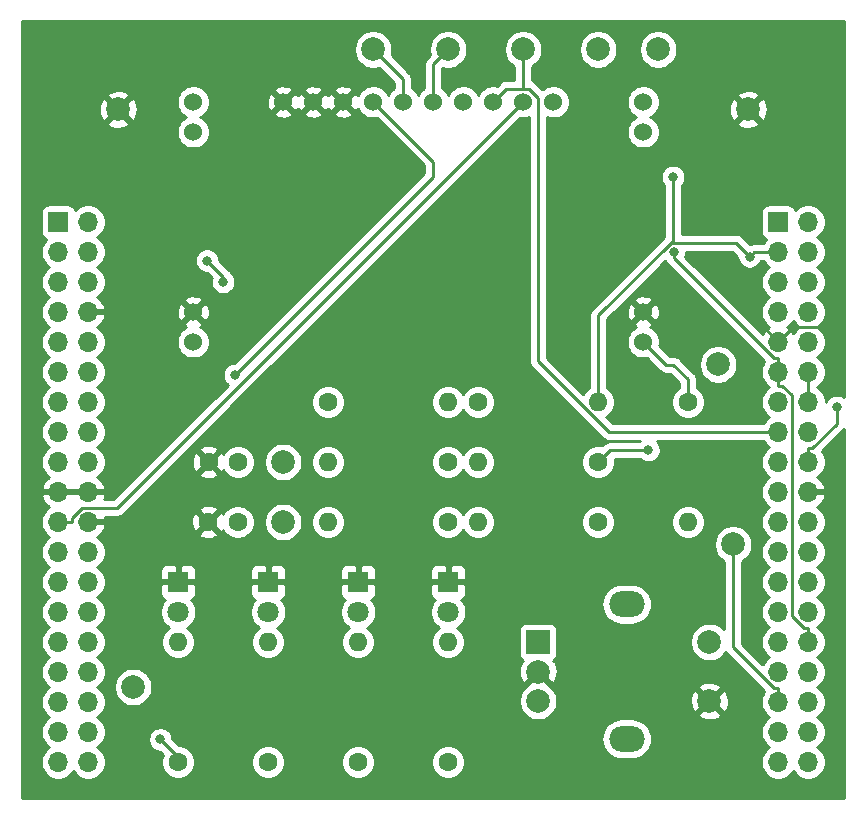
<source format=gbl>
G04 #@! TF.GenerationSoftware,KiCad,Pcbnew,5.1.5-52549c5~84~ubuntu16.04.1*
G04 #@! TF.CreationDate,2020-01-04T11:31:47+09:00*
G04 #@! TF.ProjectId,Akashi-01,416b6173-6869-42d3-9031-2e6b69636164,rev?*
G04 #@! TF.SameCoordinates,Original*
G04 #@! TF.FileFunction,Copper,L2,Bot*
G04 #@! TF.FilePolarity,Positive*
%FSLAX46Y46*%
G04 Gerber Fmt 4.6, Leading zero omitted, Abs format (unit mm)*
G04 Created by KiCad (PCBNEW 5.1.5-52549c5~84~ubuntu16.04.1) date 2020-01-04 11:31:47*
%MOMM*%
%LPD*%
G04 APERTURE LIST*
%ADD10C,1.524000*%
%ADD11O,1.700000X1.700000*%
%ADD12R,1.700000X1.700000*%
%ADD13R,1.800000X1.800000*%
%ADD14C,1.800000*%
%ADD15C,1.600000*%
%ADD16O,1.600000X1.600000*%
%ADD17C,2.000000*%
%ADD18O,3.000000X2.200000*%
%ADD19R,2.000000X2.000000*%
%ADD20C,0.800000*%
%ADD21C,0.250000*%
%ADD22C,0.254000*%
G04 APERTURE END LIST*
D10*
X130810000Y-50800000D03*
X130810000Y-53340000D03*
X130810000Y-68580000D03*
X130810000Y-71120000D03*
X168910000Y-71120000D03*
X168910000Y-68580000D03*
X168910000Y-53340000D03*
X168910000Y-50800000D03*
X143510000Y-50800000D03*
X146050000Y-50800000D03*
X148590000Y-50800000D03*
X151130000Y-50800000D03*
X153670000Y-50800000D03*
X156210000Y-50800000D03*
X158750000Y-50800000D03*
X161290000Y-50800000D03*
X140970000Y-50800000D03*
X138430000Y-50800000D03*
D11*
X121920000Y-106680000D03*
X119380000Y-106680000D03*
X121920000Y-104140000D03*
X119380000Y-104140000D03*
X121920000Y-101600000D03*
X119380000Y-101600000D03*
X121920000Y-99060000D03*
X119380000Y-99060000D03*
X121920000Y-96520000D03*
X119380000Y-96520000D03*
X121920000Y-93980000D03*
X119380000Y-93980000D03*
X121920000Y-91440000D03*
X119380000Y-91440000D03*
X121920000Y-88900000D03*
X119380000Y-88900000D03*
X121920000Y-86360000D03*
X119380000Y-86360000D03*
X121920000Y-83820000D03*
X119380000Y-83820000D03*
X121920000Y-81280000D03*
X119380000Y-81280000D03*
X121920000Y-78740000D03*
X119380000Y-78740000D03*
X121920000Y-76200000D03*
X119380000Y-76200000D03*
X121920000Y-73660000D03*
X119380000Y-73660000D03*
X121920000Y-71120000D03*
X119380000Y-71120000D03*
X121920000Y-68580000D03*
X119380000Y-68580000D03*
X121920000Y-66040000D03*
X119380000Y-66040000D03*
X121920000Y-63500000D03*
X119380000Y-63500000D03*
X121920000Y-60960000D03*
D12*
X119380000Y-60960000D03*
X180340000Y-60960000D03*
D11*
X182880000Y-60960000D03*
X180340000Y-63500000D03*
X182880000Y-63500000D03*
X180340000Y-66040000D03*
X182880000Y-66040000D03*
X180340000Y-68580000D03*
X182880000Y-68580000D03*
X180340000Y-71120000D03*
X182880000Y-71120000D03*
X180340000Y-73660000D03*
X182880000Y-73660000D03*
X180340000Y-76200000D03*
X182880000Y-76200000D03*
X180340000Y-78740000D03*
X182880000Y-78740000D03*
X180340000Y-81280000D03*
X182880000Y-81280000D03*
X180340000Y-83820000D03*
X182880000Y-83820000D03*
X180340000Y-86360000D03*
X182880000Y-86360000D03*
X180340000Y-88900000D03*
X182880000Y-88900000D03*
X180340000Y-91440000D03*
X182880000Y-91440000D03*
X180340000Y-93980000D03*
X182880000Y-93980000D03*
X180340000Y-96520000D03*
X182880000Y-96520000D03*
X180340000Y-99060000D03*
X182880000Y-99060000D03*
X180340000Y-101600000D03*
X182880000Y-101600000D03*
X180340000Y-104140000D03*
X182880000Y-104140000D03*
X180340000Y-106680000D03*
X182880000Y-106680000D03*
D13*
X152400000Y-91440000D03*
D14*
X152400000Y-93980000D03*
X144780000Y-93980000D03*
D13*
X144780000Y-91440000D03*
X137160000Y-91440000D03*
D14*
X137160000Y-93980000D03*
X129540000Y-93980000D03*
D13*
X129540000Y-91440000D03*
D15*
X152400000Y-106680000D03*
D16*
X152400000Y-96520000D03*
X144780000Y-96520000D03*
D15*
X144780000Y-106680000D03*
X137160000Y-106680000D03*
D16*
X137160000Y-96520000D03*
X129540000Y-96520000D03*
D15*
X129540000Y-106680000D03*
D16*
X165100000Y-76200000D03*
D15*
X154940000Y-76200000D03*
D16*
X142240000Y-86360000D03*
D15*
X152400000Y-86360000D03*
X152400000Y-81280000D03*
D16*
X142240000Y-81280000D03*
D15*
X165100000Y-86360000D03*
D16*
X154940000Y-86360000D03*
D15*
X142240000Y-76200000D03*
D16*
X152400000Y-76200000D03*
X154940000Y-81280000D03*
D15*
X165100000Y-81280000D03*
X172720000Y-76200000D03*
D16*
X172720000Y-86360000D03*
D17*
X174520000Y-101520000D03*
X174520000Y-96520000D03*
D18*
X167520000Y-104720000D03*
X167520000Y-93320000D03*
D17*
X160020000Y-101520000D03*
X160020000Y-99020000D03*
D19*
X160020000Y-96520000D03*
D15*
X132080000Y-86360000D03*
X134580000Y-86360000D03*
X134620000Y-81280000D03*
X132120000Y-81280000D03*
D17*
X125730000Y-100330000D03*
X138430000Y-86360000D03*
X138430000Y-81280000D03*
X165100000Y-46355000D03*
X176530000Y-88265000D03*
X170180000Y-46355000D03*
X152400000Y-46355000D03*
X175260000Y-73025000D03*
X146050000Y-46355000D03*
X158750000Y-46355000D03*
X124460000Y-51435000D03*
X177800000Y-51435000D03*
D20*
X128027000Y-104757000D03*
X174625000Y-64770000D03*
X174625000Y-60960000D03*
X172720000Y-67945000D03*
X134345000Y-73912400D03*
X169363000Y-80278800D03*
X185314000Y-76604100D03*
X131986000Y-64222100D03*
X133350000Y-66040000D03*
X177924000Y-63883200D03*
X171450000Y-57150000D03*
X171516000Y-63471900D03*
D21*
X129540000Y-106680000D02*
X129540000Y-106270000D01*
X129540000Y-106270000D02*
X128027000Y-104757000D01*
X180340000Y-71120000D02*
X177165000Y-67945000D01*
X180340000Y-71120000D02*
X181610000Y-69850000D01*
X181610000Y-69850000D02*
X184785000Y-69850000D01*
X134345000Y-73912400D02*
X134237000Y-73912400D01*
X171480000Y-73055000D02*
X170845000Y-73055000D01*
X170845000Y-73055000D02*
X168910000Y-71120000D01*
X171480000Y-73055000D02*
X172720000Y-74295000D01*
X172720000Y-74295000D02*
X172720000Y-76200000D01*
X169363000Y-80278800D02*
X166101000Y-80278800D01*
X166101000Y-80278800D02*
X165100000Y-81280000D01*
X151107400Y-55857400D02*
X146050000Y-50800000D01*
X151107400Y-57150000D02*
X151107400Y-55857400D01*
X134345000Y-73912400D02*
X151107400Y-57150000D01*
X185314000Y-76604100D02*
X185314000Y-78038200D01*
X185314000Y-78038200D02*
X183247000Y-80104700D01*
X183247000Y-80104700D02*
X182880000Y-80104700D01*
X182880000Y-80104700D02*
X182880000Y-81280000D01*
X131986000Y-64222100D02*
X133350000Y-65586100D01*
X133350000Y-65586100D02*
X133350000Y-66040000D01*
X177924000Y-63883200D02*
X176760800Y-62720000D01*
X176760800Y-62720000D02*
X171241100Y-62720000D01*
X171241100Y-62720000D02*
X165100000Y-68861100D01*
X165100000Y-68861100D02*
X165100000Y-71173700D01*
X165100000Y-76200000D02*
X165100000Y-71173700D01*
X177924000Y-63883200D02*
X178307000Y-63500000D01*
X178307000Y-63500000D02*
X180340000Y-63500000D01*
X171305000Y-62720000D02*
X171450000Y-62575000D01*
X171241100Y-62720000D02*
X171305000Y-62720000D01*
X171450000Y-62575000D02*
X171450000Y-57150000D01*
X152400000Y-46355000D02*
X151130000Y-47625000D01*
X151130000Y-47625000D02*
X151130000Y-50800000D01*
X182880000Y-96520000D02*
X182880000Y-95344700D01*
X182880000Y-95344700D02*
X182513000Y-95344700D01*
X182513000Y-95344700D02*
X181515000Y-94347400D01*
X181515000Y-94347400D02*
X181515000Y-75643200D01*
X181515000Y-75643200D02*
X180707000Y-74835300D01*
X180707000Y-74835300D02*
X180340000Y-74835300D01*
X180340000Y-74835300D02*
X180340000Y-73660000D01*
X171516000Y-63471900D02*
X171516000Y-64027500D01*
X171516000Y-64027500D02*
X179973000Y-72484700D01*
X179973000Y-72484700D02*
X180340000Y-72484700D01*
X180340000Y-72484700D02*
X180340000Y-73660000D01*
X182880000Y-76200000D02*
X182880000Y-73660000D01*
X146050000Y-46355000D02*
X148590000Y-48895000D01*
X148590000Y-48895000D02*
X148590000Y-50800000D01*
X158750000Y-49670500D02*
X157339500Y-49670500D01*
X157339500Y-49670500D02*
X156210000Y-50800000D01*
X180340000Y-78740000D02*
X166001900Y-78740000D01*
X166001900Y-78740000D02*
X160020000Y-72758100D01*
X160020000Y-72758100D02*
X160020000Y-50464200D01*
X160020000Y-50464200D02*
X159226300Y-49670500D01*
X159226300Y-49670500D02*
X158750000Y-49670500D01*
X158750000Y-49670500D02*
X158750000Y-46355000D01*
X176530000Y-88265000D02*
X176530000Y-88900000D01*
X180340000Y-101600000D02*
X180340000Y-100425000D01*
X180340000Y-100425000D02*
X179973000Y-100425000D01*
X179973000Y-100425000D02*
X176530000Y-96982000D01*
X176530000Y-96982000D02*
X176530000Y-88900000D01*
X119380000Y-86360000D02*
X120555300Y-86360000D01*
X120555300Y-86360000D02*
X120555300Y-85992600D01*
X120555300Y-85992600D02*
X121363200Y-85184700D01*
X121363200Y-85184700D02*
X124365300Y-85184700D01*
X124365300Y-85184700D02*
X158750000Y-50800000D01*
D22*
G36*
X185928000Y-75769578D02*
G01*
X185804256Y-75686895D01*
X185615898Y-75608874D01*
X185415939Y-75569100D01*
X185212061Y-75569100D01*
X185012102Y-75608874D01*
X184823744Y-75686895D01*
X184654226Y-75800163D01*
X184510063Y-75944326D01*
X184396795Y-76113844D01*
X184365000Y-76190603D01*
X184365000Y-76053740D01*
X184307932Y-75766842D01*
X184195990Y-75496589D01*
X184033475Y-75253368D01*
X183826632Y-75046525D01*
X183652240Y-74930000D01*
X183826632Y-74813475D01*
X184033475Y-74606632D01*
X184195990Y-74363411D01*
X184307932Y-74093158D01*
X184365000Y-73806260D01*
X184365000Y-73513740D01*
X184307932Y-73226842D01*
X184195990Y-72956589D01*
X184033475Y-72713368D01*
X183826632Y-72506525D01*
X183652240Y-72390000D01*
X183826632Y-72273475D01*
X184033475Y-72066632D01*
X184195990Y-71823411D01*
X184307932Y-71553158D01*
X184365000Y-71266260D01*
X184365000Y-70973740D01*
X184307932Y-70686842D01*
X184195990Y-70416589D01*
X184033475Y-70173368D01*
X183826632Y-69966525D01*
X183652240Y-69850000D01*
X183826632Y-69733475D01*
X184033475Y-69526632D01*
X184195990Y-69283411D01*
X184307932Y-69013158D01*
X184365000Y-68726260D01*
X184365000Y-68433740D01*
X184307932Y-68146842D01*
X184195990Y-67876589D01*
X184033475Y-67633368D01*
X183826632Y-67426525D01*
X183652240Y-67310000D01*
X183826632Y-67193475D01*
X184033475Y-66986632D01*
X184195990Y-66743411D01*
X184307932Y-66473158D01*
X184365000Y-66186260D01*
X184365000Y-65893740D01*
X184307932Y-65606842D01*
X184195990Y-65336589D01*
X184033475Y-65093368D01*
X183826632Y-64886525D01*
X183652240Y-64770000D01*
X183826632Y-64653475D01*
X184033475Y-64446632D01*
X184195990Y-64203411D01*
X184307932Y-63933158D01*
X184365000Y-63646260D01*
X184365000Y-63353740D01*
X184307932Y-63066842D01*
X184195990Y-62796589D01*
X184033475Y-62553368D01*
X183826632Y-62346525D01*
X183652240Y-62230000D01*
X183826632Y-62113475D01*
X184033475Y-61906632D01*
X184195990Y-61663411D01*
X184307932Y-61393158D01*
X184365000Y-61106260D01*
X184365000Y-60813740D01*
X184307932Y-60526842D01*
X184195990Y-60256589D01*
X184033475Y-60013368D01*
X183826632Y-59806525D01*
X183583411Y-59644010D01*
X183313158Y-59532068D01*
X183026260Y-59475000D01*
X182733740Y-59475000D01*
X182446842Y-59532068D01*
X182176589Y-59644010D01*
X181933368Y-59806525D01*
X181801513Y-59938380D01*
X181779502Y-59865820D01*
X181720537Y-59755506D01*
X181641185Y-59658815D01*
X181544494Y-59579463D01*
X181434180Y-59520498D01*
X181314482Y-59484188D01*
X181190000Y-59471928D01*
X179490000Y-59471928D01*
X179365518Y-59484188D01*
X179245820Y-59520498D01*
X179135506Y-59579463D01*
X179038815Y-59658815D01*
X178959463Y-59755506D01*
X178900498Y-59865820D01*
X178864188Y-59985518D01*
X178851928Y-60110000D01*
X178851928Y-61810000D01*
X178864188Y-61934482D01*
X178900498Y-62054180D01*
X178959463Y-62164494D01*
X179038815Y-62261185D01*
X179135506Y-62340537D01*
X179245820Y-62399502D01*
X179318380Y-62421513D01*
X179186525Y-62553368D01*
X179061822Y-62740000D01*
X178344223Y-62740000D01*
X178306800Y-62736324D01*
X178236137Y-62743302D01*
X178158014Y-62750997D01*
X178157913Y-62751028D01*
X178157818Y-62751037D01*
X178089243Y-62771858D01*
X178014753Y-62794454D01*
X178014661Y-62794503D01*
X178014569Y-62794531D01*
X177950736Y-62828672D01*
X177946525Y-62830923D01*
X177324604Y-62209003D01*
X177300801Y-62179999D01*
X177185076Y-62085026D01*
X177053047Y-62014454D01*
X176909786Y-61970997D01*
X176798133Y-61960000D01*
X176798122Y-61960000D01*
X176760800Y-61956324D01*
X176723478Y-61960000D01*
X172210000Y-61960000D01*
X172210000Y-57853711D01*
X172253937Y-57809774D01*
X172367205Y-57640256D01*
X172445226Y-57451898D01*
X172485000Y-57251939D01*
X172485000Y-57048061D01*
X172445226Y-56848102D01*
X172367205Y-56659744D01*
X172253937Y-56490226D01*
X172109774Y-56346063D01*
X171940256Y-56232795D01*
X171751898Y-56154774D01*
X171551939Y-56115000D01*
X171348061Y-56115000D01*
X171148102Y-56154774D01*
X170959744Y-56232795D01*
X170790226Y-56346063D01*
X170646063Y-56490226D01*
X170532795Y-56659744D01*
X170454774Y-56848102D01*
X170415000Y-57048061D01*
X170415000Y-57251939D01*
X170454774Y-57451898D01*
X170532795Y-57640256D01*
X170646063Y-57809774D01*
X170690001Y-57853712D01*
X170690000Y-62193523D01*
X170677301Y-62208997D01*
X164589003Y-68297296D01*
X164559999Y-68321099D01*
X164514012Y-68377135D01*
X164465026Y-68436824D01*
X164394455Y-68568853D01*
X164394454Y-68568854D01*
X164350997Y-68712115D01*
X164340000Y-68823768D01*
X164340000Y-68823778D01*
X164336324Y-68861100D01*
X164340000Y-68898423D01*
X164340001Y-71136367D01*
X164340000Y-74981956D01*
X164185241Y-75085363D01*
X163985363Y-75285241D01*
X163839797Y-75503096D01*
X160780000Y-72443299D01*
X160780000Y-52100853D01*
X160882510Y-52143314D01*
X161152408Y-52197000D01*
X161427592Y-52197000D01*
X161697490Y-52143314D01*
X161951727Y-52038005D01*
X162180535Y-51885120D01*
X162375120Y-51690535D01*
X162528005Y-51461727D01*
X162633314Y-51207490D01*
X162687000Y-50937592D01*
X162687000Y-50662408D01*
X167513000Y-50662408D01*
X167513000Y-50937592D01*
X167566686Y-51207490D01*
X167671995Y-51461727D01*
X167824880Y-51690535D01*
X168019465Y-51885120D01*
X168248273Y-52038005D01*
X168325515Y-52070000D01*
X168248273Y-52101995D01*
X168019465Y-52254880D01*
X167824880Y-52449465D01*
X167671995Y-52678273D01*
X167566686Y-52932510D01*
X167513000Y-53202408D01*
X167513000Y-53477592D01*
X167566686Y-53747490D01*
X167671995Y-54001727D01*
X167824880Y-54230535D01*
X168019465Y-54425120D01*
X168248273Y-54578005D01*
X168502510Y-54683314D01*
X168772408Y-54737000D01*
X169047592Y-54737000D01*
X169317490Y-54683314D01*
X169571727Y-54578005D01*
X169800535Y-54425120D01*
X169995120Y-54230535D01*
X170148005Y-54001727D01*
X170253314Y-53747490D01*
X170307000Y-53477592D01*
X170307000Y-53202408D01*
X170253314Y-52932510D01*
X170148005Y-52678273D01*
X170075936Y-52570413D01*
X176844192Y-52570413D01*
X176939956Y-52834814D01*
X177229571Y-52975704D01*
X177541108Y-53057384D01*
X177862595Y-53076718D01*
X178181675Y-53032961D01*
X178486088Y-52927795D01*
X178660044Y-52834814D01*
X178755808Y-52570413D01*
X177800000Y-51614605D01*
X176844192Y-52570413D01*
X170075936Y-52570413D01*
X169995120Y-52449465D01*
X169800535Y-52254880D01*
X169571727Y-52101995D01*
X169494485Y-52070000D01*
X169571727Y-52038005D01*
X169800535Y-51885120D01*
X169995120Y-51690535D01*
X170124038Y-51497595D01*
X176158282Y-51497595D01*
X176202039Y-51816675D01*
X176307205Y-52121088D01*
X176400186Y-52295044D01*
X176664587Y-52390808D01*
X177620395Y-51435000D01*
X177979605Y-51435000D01*
X178935413Y-52390808D01*
X179199814Y-52295044D01*
X179340704Y-52005429D01*
X179422384Y-51693892D01*
X179441718Y-51372405D01*
X179397961Y-51053325D01*
X179292795Y-50748912D01*
X179199814Y-50574956D01*
X178935413Y-50479192D01*
X177979605Y-51435000D01*
X177620395Y-51435000D01*
X176664587Y-50479192D01*
X176400186Y-50574956D01*
X176259296Y-50864571D01*
X176177616Y-51176108D01*
X176158282Y-51497595D01*
X170124038Y-51497595D01*
X170148005Y-51461727D01*
X170253314Y-51207490D01*
X170307000Y-50937592D01*
X170307000Y-50662408D01*
X170253314Y-50392510D01*
X170214824Y-50299587D01*
X176844192Y-50299587D01*
X177800000Y-51255395D01*
X178755808Y-50299587D01*
X178660044Y-50035186D01*
X178370429Y-49894296D01*
X178058892Y-49812616D01*
X177737405Y-49793282D01*
X177418325Y-49837039D01*
X177113912Y-49942205D01*
X176939956Y-50035186D01*
X176844192Y-50299587D01*
X170214824Y-50299587D01*
X170148005Y-50138273D01*
X169995120Y-49909465D01*
X169800535Y-49714880D01*
X169571727Y-49561995D01*
X169317490Y-49456686D01*
X169047592Y-49403000D01*
X168772408Y-49403000D01*
X168502510Y-49456686D01*
X168248273Y-49561995D01*
X168019465Y-49714880D01*
X167824880Y-49909465D01*
X167671995Y-50138273D01*
X167566686Y-50392510D01*
X167513000Y-50662408D01*
X162687000Y-50662408D01*
X162633314Y-50392510D01*
X162528005Y-50138273D01*
X162375120Y-49909465D01*
X162180535Y-49714880D01*
X161951727Y-49561995D01*
X161697490Y-49456686D01*
X161427592Y-49403000D01*
X161152408Y-49403000D01*
X160882510Y-49456686D01*
X160628273Y-49561995D01*
X160399465Y-49714880D01*
X160372473Y-49741872D01*
X159790103Y-49159502D01*
X159766301Y-49130499D01*
X159650576Y-49035526D01*
X159518547Y-48964954D01*
X159510000Y-48962361D01*
X159510000Y-47809909D01*
X159524463Y-47803918D01*
X159792252Y-47624987D01*
X160019987Y-47397252D01*
X160198918Y-47129463D01*
X160322168Y-46831912D01*
X160385000Y-46516033D01*
X160385000Y-46193967D01*
X163465000Y-46193967D01*
X163465000Y-46516033D01*
X163527832Y-46831912D01*
X163651082Y-47129463D01*
X163830013Y-47397252D01*
X164057748Y-47624987D01*
X164325537Y-47803918D01*
X164623088Y-47927168D01*
X164938967Y-47990000D01*
X165261033Y-47990000D01*
X165576912Y-47927168D01*
X165874463Y-47803918D01*
X166142252Y-47624987D01*
X166369987Y-47397252D01*
X166548918Y-47129463D01*
X166672168Y-46831912D01*
X166735000Y-46516033D01*
X166735000Y-46193967D01*
X168545000Y-46193967D01*
X168545000Y-46516033D01*
X168607832Y-46831912D01*
X168731082Y-47129463D01*
X168910013Y-47397252D01*
X169137748Y-47624987D01*
X169405537Y-47803918D01*
X169703088Y-47927168D01*
X170018967Y-47990000D01*
X170341033Y-47990000D01*
X170656912Y-47927168D01*
X170954463Y-47803918D01*
X171222252Y-47624987D01*
X171449987Y-47397252D01*
X171628918Y-47129463D01*
X171752168Y-46831912D01*
X171815000Y-46516033D01*
X171815000Y-46193967D01*
X171752168Y-45878088D01*
X171628918Y-45580537D01*
X171449987Y-45312748D01*
X171222252Y-45085013D01*
X170954463Y-44906082D01*
X170656912Y-44782832D01*
X170341033Y-44720000D01*
X170018967Y-44720000D01*
X169703088Y-44782832D01*
X169405537Y-44906082D01*
X169137748Y-45085013D01*
X168910013Y-45312748D01*
X168731082Y-45580537D01*
X168607832Y-45878088D01*
X168545000Y-46193967D01*
X166735000Y-46193967D01*
X166672168Y-45878088D01*
X166548918Y-45580537D01*
X166369987Y-45312748D01*
X166142252Y-45085013D01*
X165874463Y-44906082D01*
X165576912Y-44782832D01*
X165261033Y-44720000D01*
X164938967Y-44720000D01*
X164623088Y-44782832D01*
X164325537Y-44906082D01*
X164057748Y-45085013D01*
X163830013Y-45312748D01*
X163651082Y-45580537D01*
X163527832Y-45878088D01*
X163465000Y-46193967D01*
X160385000Y-46193967D01*
X160322168Y-45878088D01*
X160198918Y-45580537D01*
X160019987Y-45312748D01*
X159792252Y-45085013D01*
X159524463Y-44906082D01*
X159226912Y-44782832D01*
X158911033Y-44720000D01*
X158588967Y-44720000D01*
X158273088Y-44782832D01*
X157975537Y-44906082D01*
X157707748Y-45085013D01*
X157480013Y-45312748D01*
X157301082Y-45580537D01*
X157177832Y-45878088D01*
X157115000Y-46193967D01*
X157115000Y-46516033D01*
X157177832Y-46831912D01*
X157301082Y-47129463D01*
X157480013Y-47397252D01*
X157707748Y-47624987D01*
X157975537Y-47803918D01*
X157990001Y-47809909D01*
X157990000Y-48910500D01*
X157376822Y-48910500D01*
X157339499Y-48906824D01*
X157302176Y-48910500D01*
X157302167Y-48910500D01*
X157190514Y-48921497D01*
X157047253Y-48964954D01*
X156915224Y-49035526D01*
X156799499Y-49130499D01*
X156775701Y-49159497D01*
X156501570Y-49433628D01*
X156347592Y-49403000D01*
X156072408Y-49403000D01*
X155802510Y-49456686D01*
X155548273Y-49561995D01*
X155319465Y-49714880D01*
X155124880Y-49909465D01*
X154971995Y-50138273D01*
X154940000Y-50215515D01*
X154908005Y-50138273D01*
X154755120Y-49909465D01*
X154560535Y-49714880D01*
X154331727Y-49561995D01*
X154077490Y-49456686D01*
X153807592Y-49403000D01*
X153532408Y-49403000D01*
X153262510Y-49456686D01*
X153008273Y-49561995D01*
X152779465Y-49714880D01*
X152584880Y-49909465D01*
X152431995Y-50138273D01*
X152400000Y-50215515D01*
X152368005Y-50138273D01*
X152215120Y-49909465D01*
X152020535Y-49714880D01*
X151890000Y-49627659D01*
X151890000Y-47939801D01*
X151908624Y-47921177D01*
X151923088Y-47927168D01*
X152238967Y-47990000D01*
X152561033Y-47990000D01*
X152876912Y-47927168D01*
X153174463Y-47803918D01*
X153442252Y-47624987D01*
X153669987Y-47397252D01*
X153848918Y-47129463D01*
X153972168Y-46831912D01*
X154035000Y-46516033D01*
X154035000Y-46193967D01*
X153972168Y-45878088D01*
X153848918Y-45580537D01*
X153669987Y-45312748D01*
X153442252Y-45085013D01*
X153174463Y-44906082D01*
X152876912Y-44782832D01*
X152561033Y-44720000D01*
X152238967Y-44720000D01*
X151923088Y-44782832D01*
X151625537Y-44906082D01*
X151357748Y-45085013D01*
X151130013Y-45312748D01*
X150951082Y-45580537D01*
X150827832Y-45878088D01*
X150765000Y-46193967D01*
X150765000Y-46516033D01*
X150827832Y-46831912D01*
X150833823Y-46846376D01*
X150619003Y-47061196D01*
X150589999Y-47084999D01*
X150553509Y-47129463D01*
X150495026Y-47200724D01*
X150424455Y-47332753D01*
X150424454Y-47332754D01*
X150380997Y-47476015D01*
X150370000Y-47587668D01*
X150370000Y-47587678D01*
X150366324Y-47625000D01*
X150370000Y-47662323D01*
X150370001Y-49627659D01*
X150239465Y-49714880D01*
X150044880Y-49909465D01*
X149891995Y-50138273D01*
X149860000Y-50215515D01*
X149828005Y-50138273D01*
X149675120Y-49909465D01*
X149480535Y-49714880D01*
X149350000Y-49627659D01*
X149350000Y-48932322D01*
X149353676Y-48894999D01*
X149350000Y-48857676D01*
X149350000Y-48857667D01*
X149339003Y-48746014D01*
X149295546Y-48602753D01*
X149224974Y-48470724D01*
X149211811Y-48454685D01*
X149153799Y-48383996D01*
X149153795Y-48383992D01*
X149130001Y-48354999D01*
X149101009Y-48331206D01*
X147616177Y-46846375D01*
X147622168Y-46831912D01*
X147685000Y-46516033D01*
X147685000Y-46193967D01*
X147622168Y-45878088D01*
X147498918Y-45580537D01*
X147319987Y-45312748D01*
X147092252Y-45085013D01*
X146824463Y-44906082D01*
X146526912Y-44782832D01*
X146211033Y-44720000D01*
X145888967Y-44720000D01*
X145573088Y-44782832D01*
X145275537Y-44906082D01*
X145007748Y-45085013D01*
X144780013Y-45312748D01*
X144601082Y-45580537D01*
X144477832Y-45878088D01*
X144415000Y-46193967D01*
X144415000Y-46516033D01*
X144477832Y-46831912D01*
X144601082Y-47129463D01*
X144780013Y-47397252D01*
X145007748Y-47624987D01*
X145275537Y-47803918D01*
X145573088Y-47927168D01*
X145888967Y-47990000D01*
X146211033Y-47990000D01*
X146526912Y-47927168D01*
X146541375Y-47921177D01*
X147830000Y-49209803D01*
X147830000Y-49627659D01*
X147699465Y-49714880D01*
X147504880Y-49909465D01*
X147351995Y-50138273D01*
X147320000Y-50215515D01*
X147288005Y-50138273D01*
X147135120Y-49909465D01*
X146940535Y-49714880D01*
X146711727Y-49561995D01*
X146457490Y-49456686D01*
X146187592Y-49403000D01*
X145912408Y-49403000D01*
X145642510Y-49456686D01*
X145388273Y-49561995D01*
X145159465Y-49714880D01*
X144964880Y-49909465D01*
X144811995Y-50138273D01*
X144782308Y-50209943D01*
X144777636Y-50196977D01*
X144715656Y-50081020D01*
X144475565Y-50014040D01*
X143689605Y-50800000D01*
X144475565Y-51585960D01*
X144715656Y-51518980D01*
X144779485Y-51383240D01*
X144811995Y-51461727D01*
X144964880Y-51690535D01*
X145159465Y-51885120D01*
X145388273Y-52038005D01*
X145642510Y-52143314D01*
X145912408Y-52197000D01*
X146187592Y-52197000D01*
X146341571Y-52166372D01*
X150347401Y-56172203D01*
X150347400Y-56835197D01*
X134305199Y-72877400D01*
X134243061Y-72877400D01*
X134043102Y-72917174D01*
X133854744Y-72995195D01*
X133685226Y-73108463D01*
X133541063Y-73252626D01*
X133427795Y-73422144D01*
X133349774Y-73610502D01*
X133310000Y-73810461D01*
X133310000Y-74014339D01*
X133349774Y-74214298D01*
X133427795Y-74402656D01*
X133541063Y-74572174D01*
X133685226Y-74716337D01*
X133729367Y-74745831D01*
X124050499Y-84424700D01*
X123268908Y-84424700D01*
X123316825Y-84324099D01*
X123361476Y-84176890D01*
X123240155Y-83947000D01*
X122047000Y-83947000D01*
X122047000Y-83967000D01*
X121793000Y-83967000D01*
X121793000Y-83947000D01*
X119507000Y-83947000D01*
X119507000Y-83967000D01*
X119253000Y-83967000D01*
X119253000Y-83947000D01*
X118059845Y-83947000D01*
X117938524Y-84176890D01*
X117983175Y-84324099D01*
X118108359Y-84586920D01*
X118282412Y-84820269D01*
X118498645Y-85015178D01*
X118615534Y-85084805D01*
X118433368Y-85206525D01*
X118226525Y-85413368D01*
X118064010Y-85656589D01*
X117952068Y-85926842D01*
X117895000Y-86213740D01*
X117895000Y-86506260D01*
X117952068Y-86793158D01*
X118064010Y-87063411D01*
X118226525Y-87306632D01*
X118433368Y-87513475D01*
X118607760Y-87630000D01*
X118433368Y-87746525D01*
X118226525Y-87953368D01*
X118064010Y-88196589D01*
X117952068Y-88466842D01*
X117895000Y-88753740D01*
X117895000Y-89046260D01*
X117952068Y-89333158D01*
X118064010Y-89603411D01*
X118226525Y-89846632D01*
X118433368Y-90053475D01*
X118607760Y-90170000D01*
X118433368Y-90286525D01*
X118226525Y-90493368D01*
X118064010Y-90736589D01*
X117952068Y-91006842D01*
X117895000Y-91293740D01*
X117895000Y-91586260D01*
X117952068Y-91873158D01*
X118064010Y-92143411D01*
X118226525Y-92386632D01*
X118433368Y-92593475D01*
X118607760Y-92710000D01*
X118433368Y-92826525D01*
X118226525Y-93033368D01*
X118064010Y-93276589D01*
X117952068Y-93546842D01*
X117895000Y-93833740D01*
X117895000Y-94126260D01*
X117952068Y-94413158D01*
X118064010Y-94683411D01*
X118226525Y-94926632D01*
X118433368Y-95133475D01*
X118607760Y-95250000D01*
X118433368Y-95366525D01*
X118226525Y-95573368D01*
X118064010Y-95816589D01*
X117952068Y-96086842D01*
X117895000Y-96373740D01*
X117895000Y-96666260D01*
X117952068Y-96953158D01*
X118064010Y-97223411D01*
X118226525Y-97466632D01*
X118433368Y-97673475D01*
X118607760Y-97790000D01*
X118433368Y-97906525D01*
X118226525Y-98113368D01*
X118064010Y-98356589D01*
X117952068Y-98626842D01*
X117895000Y-98913740D01*
X117895000Y-99206260D01*
X117952068Y-99493158D01*
X118064010Y-99763411D01*
X118226525Y-100006632D01*
X118433368Y-100213475D01*
X118607760Y-100330000D01*
X118433368Y-100446525D01*
X118226525Y-100653368D01*
X118064010Y-100896589D01*
X117952068Y-101166842D01*
X117895000Y-101453740D01*
X117895000Y-101746260D01*
X117952068Y-102033158D01*
X118064010Y-102303411D01*
X118226525Y-102546632D01*
X118433368Y-102753475D01*
X118607760Y-102870000D01*
X118433368Y-102986525D01*
X118226525Y-103193368D01*
X118064010Y-103436589D01*
X117952068Y-103706842D01*
X117895000Y-103993740D01*
X117895000Y-104286260D01*
X117952068Y-104573158D01*
X118064010Y-104843411D01*
X118226525Y-105086632D01*
X118433368Y-105293475D01*
X118607760Y-105410000D01*
X118433368Y-105526525D01*
X118226525Y-105733368D01*
X118064010Y-105976589D01*
X117952068Y-106246842D01*
X117895000Y-106533740D01*
X117895000Y-106826260D01*
X117952068Y-107113158D01*
X118064010Y-107383411D01*
X118226525Y-107626632D01*
X118433368Y-107833475D01*
X118676589Y-107995990D01*
X118946842Y-108107932D01*
X119233740Y-108165000D01*
X119526260Y-108165000D01*
X119813158Y-108107932D01*
X120083411Y-107995990D01*
X120326632Y-107833475D01*
X120533475Y-107626632D01*
X120650000Y-107452240D01*
X120766525Y-107626632D01*
X120973368Y-107833475D01*
X121216589Y-107995990D01*
X121486842Y-108107932D01*
X121773740Y-108165000D01*
X122066260Y-108165000D01*
X122353158Y-108107932D01*
X122623411Y-107995990D01*
X122866632Y-107833475D01*
X123073475Y-107626632D01*
X123235990Y-107383411D01*
X123347932Y-107113158D01*
X123405000Y-106826260D01*
X123405000Y-106533740D01*
X123347932Y-106246842D01*
X123235990Y-105976589D01*
X123073475Y-105733368D01*
X122866632Y-105526525D01*
X122692240Y-105410000D01*
X122866632Y-105293475D01*
X123073475Y-105086632D01*
X123235990Y-104843411D01*
X123314006Y-104655061D01*
X126992000Y-104655061D01*
X126992000Y-104858939D01*
X127031774Y-105058898D01*
X127109795Y-105247256D01*
X127223063Y-105416774D01*
X127367226Y-105560937D01*
X127536744Y-105674205D01*
X127725102Y-105752226D01*
X127925061Y-105792000D01*
X127987199Y-105792000D01*
X128246983Y-106051785D01*
X128160147Y-106261426D01*
X128105000Y-106538665D01*
X128105000Y-106821335D01*
X128160147Y-107098574D01*
X128268320Y-107359727D01*
X128425363Y-107594759D01*
X128625241Y-107794637D01*
X128860273Y-107951680D01*
X129121426Y-108059853D01*
X129398665Y-108115000D01*
X129681335Y-108115000D01*
X129958574Y-108059853D01*
X130219727Y-107951680D01*
X130454759Y-107794637D01*
X130654637Y-107594759D01*
X130811680Y-107359727D01*
X130919853Y-107098574D01*
X130975000Y-106821335D01*
X130975000Y-106538665D01*
X135725000Y-106538665D01*
X135725000Y-106821335D01*
X135780147Y-107098574D01*
X135888320Y-107359727D01*
X136045363Y-107594759D01*
X136245241Y-107794637D01*
X136480273Y-107951680D01*
X136741426Y-108059853D01*
X137018665Y-108115000D01*
X137301335Y-108115000D01*
X137578574Y-108059853D01*
X137839727Y-107951680D01*
X138074759Y-107794637D01*
X138274637Y-107594759D01*
X138431680Y-107359727D01*
X138539853Y-107098574D01*
X138595000Y-106821335D01*
X138595000Y-106538665D01*
X143345000Y-106538665D01*
X143345000Y-106821335D01*
X143400147Y-107098574D01*
X143508320Y-107359727D01*
X143665363Y-107594759D01*
X143865241Y-107794637D01*
X144100273Y-107951680D01*
X144361426Y-108059853D01*
X144638665Y-108115000D01*
X144921335Y-108115000D01*
X145198574Y-108059853D01*
X145459727Y-107951680D01*
X145694759Y-107794637D01*
X145894637Y-107594759D01*
X146051680Y-107359727D01*
X146159853Y-107098574D01*
X146215000Y-106821335D01*
X146215000Y-106538665D01*
X150965000Y-106538665D01*
X150965000Y-106821335D01*
X151020147Y-107098574D01*
X151128320Y-107359727D01*
X151285363Y-107594759D01*
X151485241Y-107794637D01*
X151720273Y-107951680D01*
X151981426Y-108059853D01*
X152258665Y-108115000D01*
X152541335Y-108115000D01*
X152818574Y-108059853D01*
X153079727Y-107951680D01*
X153314759Y-107794637D01*
X153514637Y-107594759D01*
X153671680Y-107359727D01*
X153779853Y-107098574D01*
X153835000Y-106821335D01*
X153835000Y-106538665D01*
X153779853Y-106261426D01*
X153671680Y-106000273D01*
X153514637Y-105765241D01*
X153314759Y-105565363D01*
X153079727Y-105408320D01*
X152818574Y-105300147D01*
X152541335Y-105245000D01*
X152258665Y-105245000D01*
X151981426Y-105300147D01*
X151720273Y-105408320D01*
X151485241Y-105565363D01*
X151285363Y-105765241D01*
X151128320Y-106000273D01*
X151020147Y-106261426D01*
X150965000Y-106538665D01*
X146215000Y-106538665D01*
X146159853Y-106261426D01*
X146051680Y-106000273D01*
X145894637Y-105765241D01*
X145694759Y-105565363D01*
X145459727Y-105408320D01*
X145198574Y-105300147D01*
X144921335Y-105245000D01*
X144638665Y-105245000D01*
X144361426Y-105300147D01*
X144100273Y-105408320D01*
X143865241Y-105565363D01*
X143665363Y-105765241D01*
X143508320Y-106000273D01*
X143400147Y-106261426D01*
X143345000Y-106538665D01*
X138595000Y-106538665D01*
X138539853Y-106261426D01*
X138431680Y-106000273D01*
X138274637Y-105765241D01*
X138074759Y-105565363D01*
X137839727Y-105408320D01*
X137578574Y-105300147D01*
X137301335Y-105245000D01*
X137018665Y-105245000D01*
X136741426Y-105300147D01*
X136480273Y-105408320D01*
X136245241Y-105565363D01*
X136045363Y-105765241D01*
X135888320Y-106000273D01*
X135780147Y-106261426D01*
X135725000Y-106538665D01*
X130975000Y-106538665D01*
X130919853Y-106261426D01*
X130811680Y-106000273D01*
X130654637Y-105765241D01*
X130454759Y-105565363D01*
X130219727Y-105408320D01*
X129958574Y-105300147D01*
X129681335Y-105245000D01*
X129589802Y-105245000D01*
X129064802Y-104720000D01*
X165376606Y-104720000D01*
X165410105Y-105060119D01*
X165509314Y-105387168D01*
X165670421Y-105688578D01*
X165887234Y-105952766D01*
X166151422Y-106169579D01*
X166452832Y-106330686D01*
X166779881Y-106429895D01*
X167034775Y-106455000D01*
X168005225Y-106455000D01*
X168260119Y-106429895D01*
X168587168Y-106330686D01*
X168888578Y-106169579D01*
X169152766Y-105952766D01*
X169369579Y-105688578D01*
X169530686Y-105387168D01*
X169629895Y-105060119D01*
X169663394Y-104720000D01*
X169629895Y-104379881D01*
X169530686Y-104052832D01*
X169369579Y-103751422D01*
X169152766Y-103487234D01*
X168888578Y-103270421D01*
X168587168Y-103109314D01*
X168260119Y-103010105D01*
X168005225Y-102985000D01*
X167034775Y-102985000D01*
X166779881Y-103010105D01*
X166452832Y-103109314D01*
X166151422Y-103270421D01*
X165887234Y-103487234D01*
X165670421Y-103751422D01*
X165509314Y-104052832D01*
X165410105Y-104379881D01*
X165376606Y-104720000D01*
X129064802Y-104720000D01*
X129062000Y-104717199D01*
X129062000Y-104655061D01*
X129022226Y-104455102D01*
X128944205Y-104266744D01*
X128830937Y-104097226D01*
X128686774Y-103953063D01*
X128517256Y-103839795D01*
X128328898Y-103761774D01*
X128128939Y-103722000D01*
X127925061Y-103722000D01*
X127725102Y-103761774D01*
X127536744Y-103839795D01*
X127367226Y-103953063D01*
X127223063Y-104097226D01*
X127109795Y-104266744D01*
X127031774Y-104455102D01*
X126992000Y-104655061D01*
X123314006Y-104655061D01*
X123347932Y-104573158D01*
X123405000Y-104286260D01*
X123405000Y-103993740D01*
X123347932Y-103706842D01*
X123235990Y-103436589D01*
X123073475Y-103193368D01*
X122866632Y-102986525D01*
X122692240Y-102870000D01*
X122866632Y-102753475D01*
X123073475Y-102546632D01*
X123235990Y-102303411D01*
X123347932Y-102033158D01*
X123405000Y-101746260D01*
X123405000Y-101453740D01*
X123347932Y-101166842D01*
X123235990Y-100896589D01*
X123073475Y-100653368D01*
X122866632Y-100446525D01*
X122692240Y-100330000D01*
X122866632Y-100213475D01*
X122911140Y-100168967D01*
X124095000Y-100168967D01*
X124095000Y-100491033D01*
X124157832Y-100806912D01*
X124281082Y-101104463D01*
X124460013Y-101372252D01*
X124687748Y-101599987D01*
X124955537Y-101778918D01*
X125253088Y-101902168D01*
X125568967Y-101965000D01*
X125891033Y-101965000D01*
X126206912Y-101902168D01*
X126504463Y-101778918D01*
X126772252Y-101599987D01*
X126999987Y-101372252D01*
X127008863Y-101358967D01*
X158385000Y-101358967D01*
X158385000Y-101681033D01*
X158447832Y-101996912D01*
X158571082Y-102294463D01*
X158750013Y-102562252D01*
X158977748Y-102789987D01*
X159245537Y-102968918D01*
X159543088Y-103092168D01*
X159858967Y-103155000D01*
X160181033Y-103155000D01*
X160496912Y-103092168D01*
X160794463Y-102968918D01*
X161062252Y-102789987D01*
X161196826Y-102655413D01*
X173564192Y-102655413D01*
X173659956Y-102919814D01*
X173949571Y-103060704D01*
X174261108Y-103142384D01*
X174582595Y-103161718D01*
X174901675Y-103117961D01*
X175206088Y-103012795D01*
X175380044Y-102919814D01*
X175475808Y-102655413D01*
X174520000Y-101699605D01*
X173564192Y-102655413D01*
X161196826Y-102655413D01*
X161289987Y-102562252D01*
X161468918Y-102294463D01*
X161592168Y-101996912D01*
X161655000Y-101681033D01*
X161655000Y-101582595D01*
X172878282Y-101582595D01*
X172922039Y-101901675D01*
X173027205Y-102206088D01*
X173120186Y-102380044D01*
X173384587Y-102475808D01*
X174340395Y-101520000D01*
X174699605Y-101520000D01*
X175655413Y-102475808D01*
X175919814Y-102380044D01*
X176060704Y-102090429D01*
X176142384Y-101778892D01*
X176161718Y-101457405D01*
X176117961Y-101138325D01*
X176012795Y-100833912D01*
X175919814Y-100659956D01*
X175655413Y-100564192D01*
X174699605Y-101520000D01*
X174340395Y-101520000D01*
X173384587Y-100564192D01*
X173120186Y-100659956D01*
X172979296Y-100949571D01*
X172897616Y-101261108D01*
X172878282Y-101582595D01*
X161655000Y-101582595D01*
X161655000Y-101358967D01*
X161592168Y-101043088D01*
X161468918Y-100745537D01*
X161289987Y-100477748D01*
X161196826Y-100384587D01*
X173564192Y-100384587D01*
X174520000Y-101340395D01*
X175475808Y-100384587D01*
X175380044Y-100120186D01*
X175090429Y-99979296D01*
X174778892Y-99897616D01*
X174457405Y-99878282D01*
X174138325Y-99922039D01*
X173833912Y-100027205D01*
X173659956Y-100120186D01*
X173564192Y-100384587D01*
X161196826Y-100384587D01*
X161062252Y-100250013D01*
X160965065Y-100185075D01*
X160975808Y-100155413D01*
X160020000Y-99199605D01*
X159064192Y-100155413D01*
X159074935Y-100185075D01*
X158977748Y-100250013D01*
X158750013Y-100477748D01*
X158571082Y-100745537D01*
X158447832Y-101043088D01*
X158385000Y-101358967D01*
X127008863Y-101358967D01*
X127178918Y-101104463D01*
X127302168Y-100806912D01*
X127365000Y-100491033D01*
X127365000Y-100168967D01*
X127302168Y-99853088D01*
X127178918Y-99555537D01*
X126999987Y-99287748D01*
X126794834Y-99082595D01*
X158378282Y-99082595D01*
X158422039Y-99401675D01*
X158527205Y-99706088D01*
X158620186Y-99880044D01*
X158884587Y-99975808D01*
X159840395Y-99020000D01*
X159826253Y-99005858D01*
X160005858Y-98826253D01*
X160020000Y-98840395D01*
X160034143Y-98826253D01*
X160213748Y-99005858D01*
X160199605Y-99020000D01*
X161155413Y-99975808D01*
X161419814Y-99880044D01*
X161560704Y-99590429D01*
X161642384Y-99278892D01*
X161661718Y-98957405D01*
X161617961Y-98638325D01*
X161512795Y-98333912D01*
X161419814Y-98159956D01*
X161270777Y-98105976D01*
X161374494Y-98050537D01*
X161471185Y-97971185D01*
X161550537Y-97874494D01*
X161609502Y-97764180D01*
X161645812Y-97644482D01*
X161658072Y-97520000D01*
X161658072Y-95520000D01*
X161645812Y-95395518D01*
X161609502Y-95275820D01*
X161550537Y-95165506D01*
X161471185Y-95068815D01*
X161374494Y-94989463D01*
X161264180Y-94930498D01*
X161144482Y-94894188D01*
X161020000Y-94881928D01*
X159020000Y-94881928D01*
X158895518Y-94894188D01*
X158775820Y-94930498D01*
X158665506Y-94989463D01*
X158568815Y-95068815D01*
X158489463Y-95165506D01*
X158430498Y-95275820D01*
X158394188Y-95395518D01*
X158381928Y-95520000D01*
X158381928Y-97520000D01*
X158394188Y-97644482D01*
X158430498Y-97764180D01*
X158489463Y-97874494D01*
X158568815Y-97971185D01*
X158665506Y-98050537D01*
X158769223Y-98105976D01*
X158620186Y-98159956D01*
X158479296Y-98449571D01*
X158397616Y-98761108D01*
X158378282Y-99082595D01*
X126794834Y-99082595D01*
X126772252Y-99060013D01*
X126504463Y-98881082D01*
X126206912Y-98757832D01*
X125891033Y-98695000D01*
X125568967Y-98695000D01*
X125253088Y-98757832D01*
X124955537Y-98881082D01*
X124687748Y-99060013D01*
X124460013Y-99287748D01*
X124281082Y-99555537D01*
X124157832Y-99853088D01*
X124095000Y-100168967D01*
X122911140Y-100168967D01*
X123073475Y-100006632D01*
X123235990Y-99763411D01*
X123347932Y-99493158D01*
X123405000Y-99206260D01*
X123405000Y-98913740D01*
X123347932Y-98626842D01*
X123235990Y-98356589D01*
X123073475Y-98113368D01*
X122866632Y-97906525D01*
X122692240Y-97790000D01*
X122866632Y-97673475D01*
X123073475Y-97466632D01*
X123235990Y-97223411D01*
X123347932Y-96953158D01*
X123405000Y-96666260D01*
X123405000Y-96373740D01*
X123347932Y-96086842D01*
X123235990Y-95816589D01*
X123073475Y-95573368D01*
X122866632Y-95366525D01*
X122692240Y-95250000D01*
X122866632Y-95133475D01*
X123073475Y-94926632D01*
X123235990Y-94683411D01*
X123347932Y-94413158D01*
X123405000Y-94126260D01*
X123405000Y-93833740D01*
X123347932Y-93546842D01*
X123235990Y-93276589D01*
X123073475Y-93033368D01*
X122866632Y-92826525D01*
X122692240Y-92710000D01*
X122866632Y-92593475D01*
X123073475Y-92386632D01*
X123104633Y-92340000D01*
X128001928Y-92340000D01*
X128014188Y-92464482D01*
X128050498Y-92584180D01*
X128109463Y-92694494D01*
X128188815Y-92791185D01*
X128285506Y-92870537D01*
X128395820Y-92929502D01*
X128414127Y-92935056D01*
X128347688Y-93001495D01*
X128179701Y-93252905D01*
X128063989Y-93532257D01*
X128005000Y-93828816D01*
X128005000Y-94131184D01*
X128063989Y-94427743D01*
X128179701Y-94707095D01*
X128347688Y-94958505D01*
X128561495Y-95172312D01*
X128767761Y-95310135D01*
X128625241Y-95405363D01*
X128425363Y-95605241D01*
X128268320Y-95840273D01*
X128160147Y-96101426D01*
X128105000Y-96378665D01*
X128105000Y-96661335D01*
X128160147Y-96938574D01*
X128268320Y-97199727D01*
X128425363Y-97434759D01*
X128625241Y-97634637D01*
X128860273Y-97791680D01*
X129121426Y-97899853D01*
X129398665Y-97955000D01*
X129681335Y-97955000D01*
X129958574Y-97899853D01*
X130219727Y-97791680D01*
X130454759Y-97634637D01*
X130654637Y-97434759D01*
X130811680Y-97199727D01*
X130919853Y-96938574D01*
X130975000Y-96661335D01*
X130975000Y-96378665D01*
X130919853Y-96101426D01*
X130811680Y-95840273D01*
X130654637Y-95605241D01*
X130454759Y-95405363D01*
X130312239Y-95310135D01*
X130518505Y-95172312D01*
X130732312Y-94958505D01*
X130900299Y-94707095D01*
X131016011Y-94427743D01*
X131075000Y-94131184D01*
X131075000Y-93828816D01*
X131016011Y-93532257D01*
X130900299Y-93252905D01*
X130732312Y-93001495D01*
X130665873Y-92935056D01*
X130684180Y-92929502D01*
X130794494Y-92870537D01*
X130891185Y-92791185D01*
X130970537Y-92694494D01*
X131029502Y-92584180D01*
X131065812Y-92464482D01*
X131078072Y-92340000D01*
X135621928Y-92340000D01*
X135634188Y-92464482D01*
X135670498Y-92584180D01*
X135729463Y-92694494D01*
X135808815Y-92791185D01*
X135905506Y-92870537D01*
X136015820Y-92929502D01*
X136034127Y-92935056D01*
X135967688Y-93001495D01*
X135799701Y-93252905D01*
X135683989Y-93532257D01*
X135625000Y-93828816D01*
X135625000Y-94131184D01*
X135683989Y-94427743D01*
X135799701Y-94707095D01*
X135967688Y-94958505D01*
X136181495Y-95172312D01*
X136387761Y-95310135D01*
X136245241Y-95405363D01*
X136045363Y-95605241D01*
X135888320Y-95840273D01*
X135780147Y-96101426D01*
X135725000Y-96378665D01*
X135725000Y-96661335D01*
X135780147Y-96938574D01*
X135888320Y-97199727D01*
X136045363Y-97434759D01*
X136245241Y-97634637D01*
X136480273Y-97791680D01*
X136741426Y-97899853D01*
X137018665Y-97955000D01*
X137301335Y-97955000D01*
X137578574Y-97899853D01*
X137839727Y-97791680D01*
X138074759Y-97634637D01*
X138274637Y-97434759D01*
X138431680Y-97199727D01*
X138539853Y-96938574D01*
X138595000Y-96661335D01*
X138595000Y-96378665D01*
X138539853Y-96101426D01*
X138431680Y-95840273D01*
X138274637Y-95605241D01*
X138074759Y-95405363D01*
X137932239Y-95310135D01*
X138138505Y-95172312D01*
X138352312Y-94958505D01*
X138520299Y-94707095D01*
X138636011Y-94427743D01*
X138695000Y-94131184D01*
X138695000Y-93828816D01*
X138636011Y-93532257D01*
X138520299Y-93252905D01*
X138352312Y-93001495D01*
X138285873Y-92935056D01*
X138304180Y-92929502D01*
X138414494Y-92870537D01*
X138511185Y-92791185D01*
X138590537Y-92694494D01*
X138649502Y-92584180D01*
X138685812Y-92464482D01*
X138698072Y-92340000D01*
X143241928Y-92340000D01*
X143254188Y-92464482D01*
X143290498Y-92584180D01*
X143349463Y-92694494D01*
X143428815Y-92791185D01*
X143525506Y-92870537D01*
X143635820Y-92929502D01*
X143654127Y-92935056D01*
X143587688Y-93001495D01*
X143419701Y-93252905D01*
X143303989Y-93532257D01*
X143245000Y-93828816D01*
X143245000Y-94131184D01*
X143303989Y-94427743D01*
X143419701Y-94707095D01*
X143587688Y-94958505D01*
X143801495Y-95172312D01*
X144007761Y-95310135D01*
X143865241Y-95405363D01*
X143665363Y-95605241D01*
X143508320Y-95840273D01*
X143400147Y-96101426D01*
X143345000Y-96378665D01*
X143345000Y-96661335D01*
X143400147Y-96938574D01*
X143508320Y-97199727D01*
X143665363Y-97434759D01*
X143865241Y-97634637D01*
X144100273Y-97791680D01*
X144361426Y-97899853D01*
X144638665Y-97955000D01*
X144921335Y-97955000D01*
X145198574Y-97899853D01*
X145459727Y-97791680D01*
X145694759Y-97634637D01*
X145894637Y-97434759D01*
X146051680Y-97199727D01*
X146159853Y-96938574D01*
X146215000Y-96661335D01*
X146215000Y-96378665D01*
X146159853Y-96101426D01*
X146051680Y-95840273D01*
X145894637Y-95605241D01*
X145694759Y-95405363D01*
X145552239Y-95310135D01*
X145758505Y-95172312D01*
X145972312Y-94958505D01*
X146140299Y-94707095D01*
X146256011Y-94427743D01*
X146315000Y-94131184D01*
X146315000Y-93828816D01*
X146256011Y-93532257D01*
X146140299Y-93252905D01*
X145972312Y-93001495D01*
X145905873Y-92935056D01*
X145924180Y-92929502D01*
X146034494Y-92870537D01*
X146131185Y-92791185D01*
X146210537Y-92694494D01*
X146269502Y-92584180D01*
X146305812Y-92464482D01*
X146318072Y-92340000D01*
X150861928Y-92340000D01*
X150874188Y-92464482D01*
X150910498Y-92584180D01*
X150969463Y-92694494D01*
X151048815Y-92791185D01*
X151145506Y-92870537D01*
X151255820Y-92929502D01*
X151274127Y-92935056D01*
X151207688Y-93001495D01*
X151039701Y-93252905D01*
X150923989Y-93532257D01*
X150865000Y-93828816D01*
X150865000Y-94131184D01*
X150923989Y-94427743D01*
X151039701Y-94707095D01*
X151207688Y-94958505D01*
X151421495Y-95172312D01*
X151627761Y-95310135D01*
X151485241Y-95405363D01*
X151285363Y-95605241D01*
X151128320Y-95840273D01*
X151020147Y-96101426D01*
X150965000Y-96378665D01*
X150965000Y-96661335D01*
X151020147Y-96938574D01*
X151128320Y-97199727D01*
X151285363Y-97434759D01*
X151485241Y-97634637D01*
X151720273Y-97791680D01*
X151981426Y-97899853D01*
X152258665Y-97955000D01*
X152541335Y-97955000D01*
X152818574Y-97899853D01*
X153079727Y-97791680D01*
X153314759Y-97634637D01*
X153514637Y-97434759D01*
X153671680Y-97199727D01*
X153779853Y-96938574D01*
X153835000Y-96661335D01*
X153835000Y-96378665D01*
X153779853Y-96101426D01*
X153671680Y-95840273D01*
X153514637Y-95605241D01*
X153314759Y-95405363D01*
X153172239Y-95310135D01*
X153378505Y-95172312D01*
X153592312Y-94958505D01*
X153760299Y-94707095D01*
X153876011Y-94427743D01*
X153935000Y-94131184D01*
X153935000Y-93828816D01*
X153876011Y-93532257D01*
X153788091Y-93320000D01*
X165376606Y-93320000D01*
X165410105Y-93660119D01*
X165509314Y-93987168D01*
X165670421Y-94288578D01*
X165887234Y-94552766D01*
X166151422Y-94769579D01*
X166452832Y-94930686D01*
X166779881Y-95029895D01*
X167034775Y-95055000D01*
X168005225Y-95055000D01*
X168260119Y-95029895D01*
X168587168Y-94930686D01*
X168888578Y-94769579D01*
X169152766Y-94552766D01*
X169369579Y-94288578D01*
X169530686Y-93987168D01*
X169629895Y-93660119D01*
X169663394Y-93320000D01*
X169629895Y-92979881D01*
X169530686Y-92652832D01*
X169369579Y-92351422D01*
X169152766Y-92087234D01*
X168888578Y-91870421D01*
X168587168Y-91709314D01*
X168260119Y-91610105D01*
X168005225Y-91585000D01*
X167034775Y-91585000D01*
X166779881Y-91610105D01*
X166452832Y-91709314D01*
X166151422Y-91870421D01*
X165887234Y-92087234D01*
X165670421Y-92351422D01*
X165509314Y-92652832D01*
X165410105Y-92979881D01*
X165376606Y-93320000D01*
X153788091Y-93320000D01*
X153760299Y-93252905D01*
X153592312Y-93001495D01*
X153525873Y-92935056D01*
X153544180Y-92929502D01*
X153654494Y-92870537D01*
X153751185Y-92791185D01*
X153830537Y-92694494D01*
X153889502Y-92584180D01*
X153925812Y-92464482D01*
X153938072Y-92340000D01*
X153935000Y-91725750D01*
X153776250Y-91567000D01*
X152527000Y-91567000D01*
X152527000Y-91587000D01*
X152273000Y-91587000D01*
X152273000Y-91567000D01*
X151023750Y-91567000D01*
X150865000Y-91725750D01*
X150861928Y-92340000D01*
X146318072Y-92340000D01*
X146315000Y-91725750D01*
X146156250Y-91567000D01*
X144907000Y-91567000D01*
X144907000Y-91587000D01*
X144653000Y-91587000D01*
X144653000Y-91567000D01*
X143403750Y-91567000D01*
X143245000Y-91725750D01*
X143241928Y-92340000D01*
X138698072Y-92340000D01*
X138695000Y-91725750D01*
X138536250Y-91567000D01*
X137287000Y-91567000D01*
X137287000Y-91587000D01*
X137033000Y-91587000D01*
X137033000Y-91567000D01*
X135783750Y-91567000D01*
X135625000Y-91725750D01*
X135621928Y-92340000D01*
X131078072Y-92340000D01*
X131075000Y-91725750D01*
X130916250Y-91567000D01*
X129667000Y-91567000D01*
X129667000Y-91587000D01*
X129413000Y-91587000D01*
X129413000Y-91567000D01*
X128163750Y-91567000D01*
X128005000Y-91725750D01*
X128001928Y-92340000D01*
X123104633Y-92340000D01*
X123235990Y-92143411D01*
X123347932Y-91873158D01*
X123405000Y-91586260D01*
X123405000Y-91293740D01*
X123347932Y-91006842D01*
X123235990Y-90736589D01*
X123104634Y-90540000D01*
X128001928Y-90540000D01*
X128005000Y-91154250D01*
X128163750Y-91313000D01*
X129413000Y-91313000D01*
X129413000Y-90063750D01*
X129667000Y-90063750D01*
X129667000Y-91313000D01*
X130916250Y-91313000D01*
X131075000Y-91154250D01*
X131078072Y-90540000D01*
X135621928Y-90540000D01*
X135625000Y-91154250D01*
X135783750Y-91313000D01*
X137033000Y-91313000D01*
X137033000Y-90063750D01*
X137287000Y-90063750D01*
X137287000Y-91313000D01*
X138536250Y-91313000D01*
X138695000Y-91154250D01*
X138698072Y-90540000D01*
X143241928Y-90540000D01*
X143245000Y-91154250D01*
X143403750Y-91313000D01*
X144653000Y-91313000D01*
X144653000Y-90063750D01*
X144907000Y-90063750D01*
X144907000Y-91313000D01*
X146156250Y-91313000D01*
X146315000Y-91154250D01*
X146318072Y-90540000D01*
X150861928Y-90540000D01*
X150865000Y-91154250D01*
X151023750Y-91313000D01*
X152273000Y-91313000D01*
X152273000Y-90063750D01*
X152527000Y-90063750D01*
X152527000Y-91313000D01*
X153776250Y-91313000D01*
X153935000Y-91154250D01*
X153938072Y-90540000D01*
X153925812Y-90415518D01*
X153889502Y-90295820D01*
X153830537Y-90185506D01*
X153751185Y-90088815D01*
X153654494Y-90009463D01*
X153544180Y-89950498D01*
X153424482Y-89914188D01*
X153300000Y-89901928D01*
X152685750Y-89905000D01*
X152527000Y-90063750D01*
X152273000Y-90063750D01*
X152114250Y-89905000D01*
X151500000Y-89901928D01*
X151375518Y-89914188D01*
X151255820Y-89950498D01*
X151145506Y-90009463D01*
X151048815Y-90088815D01*
X150969463Y-90185506D01*
X150910498Y-90295820D01*
X150874188Y-90415518D01*
X150861928Y-90540000D01*
X146318072Y-90540000D01*
X146305812Y-90415518D01*
X146269502Y-90295820D01*
X146210537Y-90185506D01*
X146131185Y-90088815D01*
X146034494Y-90009463D01*
X145924180Y-89950498D01*
X145804482Y-89914188D01*
X145680000Y-89901928D01*
X145065750Y-89905000D01*
X144907000Y-90063750D01*
X144653000Y-90063750D01*
X144494250Y-89905000D01*
X143880000Y-89901928D01*
X143755518Y-89914188D01*
X143635820Y-89950498D01*
X143525506Y-90009463D01*
X143428815Y-90088815D01*
X143349463Y-90185506D01*
X143290498Y-90295820D01*
X143254188Y-90415518D01*
X143241928Y-90540000D01*
X138698072Y-90540000D01*
X138685812Y-90415518D01*
X138649502Y-90295820D01*
X138590537Y-90185506D01*
X138511185Y-90088815D01*
X138414494Y-90009463D01*
X138304180Y-89950498D01*
X138184482Y-89914188D01*
X138060000Y-89901928D01*
X137445750Y-89905000D01*
X137287000Y-90063750D01*
X137033000Y-90063750D01*
X136874250Y-89905000D01*
X136260000Y-89901928D01*
X136135518Y-89914188D01*
X136015820Y-89950498D01*
X135905506Y-90009463D01*
X135808815Y-90088815D01*
X135729463Y-90185506D01*
X135670498Y-90295820D01*
X135634188Y-90415518D01*
X135621928Y-90540000D01*
X131078072Y-90540000D01*
X131065812Y-90415518D01*
X131029502Y-90295820D01*
X130970537Y-90185506D01*
X130891185Y-90088815D01*
X130794494Y-90009463D01*
X130684180Y-89950498D01*
X130564482Y-89914188D01*
X130440000Y-89901928D01*
X129825750Y-89905000D01*
X129667000Y-90063750D01*
X129413000Y-90063750D01*
X129254250Y-89905000D01*
X128640000Y-89901928D01*
X128515518Y-89914188D01*
X128395820Y-89950498D01*
X128285506Y-90009463D01*
X128188815Y-90088815D01*
X128109463Y-90185506D01*
X128050498Y-90295820D01*
X128014188Y-90415518D01*
X128001928Y-90540000D01*
X123104634Y-90540000D01*
X123073475Y-90493368D01*
X122866632Y-90286525D01*
X122692240Y-90170000D01*
X122866632Y-90053475D01*
X123073475Y-89846632D01*
X123235990Y-89603411D01*
X123347932Y-89333158D01*
X123405000Y-89046260D01*
X123405000Y-88753740D01*
X123347932Y-88466842D01*
X123235990Y-88196589D01*
X123073475Y-87953368D01*
X122866632Y-87746525D01*
X122684466Y-87624805D01*
X122801355Y-87555178D01*
X123017588Y-87360269D01*
X123023232Y-87352702D01*
X131266903Y-87352702D01*
X131338486Y-87596671D01*
X131593996Y-87717571D01*
X131868184Y-87786300D01*
X132150512Y-87800217D01*
X132430130Y-87758787D01*
X132696292Y-87663603D01*
X132821514Y-87596671D01*
X132893097Y-87352702D01*
X132080000Y-86539605D01*
X131266903Y-87352702D01*
X123023232Y-87352702D01*
X123191641Y-87126920D01*
X123316825Y-86864099D01*
X123361476Y-86716890D01*
X123240155Y-86487000D01*
X122047000Y-86487000D01*
X122047000Y-86507000D01*
X121793000Y-86507000D01*
X121793000Y-86487000D01*
X121773000Y-86487000D01*
X121773000Y-86430512D01*
X130639783Y-86430512D01*
X130681213Y-86710130D01*
X130776397Y-86976292D01*
X130843329Y-87101514D01*
X131087298Y-87173097D01*
X131900395Y-86360000D01*
X132259605Y-86360000D01*
X133072702Y-87173097D01*
X133316671Y-87101514D01*
X133330324Y-87072659D01*
X133465363Y-87274759D01*
X133665241Y-87474637D01*
X133900273Y-87631680D01*
X134161426Y-87739853D01*
X134438665Y-87795000D01*
X134721335Y-87795000D01*
X134998574Y-87739853D01*
X135259727Y-87631680D01*
X135494759Y-87474637D01*
X135694637Y-87274759D01*
X135851680Y-87039727D01*
X135959853Y-86778574D01*
X136015000Y-86501335D01*
X136015000Y-86218665D01*
X136011082Y-86198967D01*
X136795000Y-86198967D01*
X136795000Y-86521033D01*
X136857832Y-86836912D01*
X136981082Y-87134463D01*
X137160013Y-87402252D01*
X137387748Y-87629987D01*
X137655537Y-87808918D01*
X137953088Y-87932168D01*
X138268967Y-87995000D01*
X138591033Y-87995000D01*
X138906912Y-87932168D01*
X139204463Y-87808918D01*
X139472252Y-87629987D01*
X139699987Y-87402252D01*
X139878918Y-87134463D01*
X140002168Y-86836912D01*
X140065000Y-86521033D01*
X140065000Y-86218665D01*
X140805000Y-86218665D01*
X140805000Y-86501335D01*
X140860147Y-86778574D01*
X140968320Y-87039727D01*
X141125363Y-87274759D01*
X141325241Y-87474637D01*
X141560273Y-87631680D01*
X141821426Y-87739853D01*
X142098665Y-87795000D01*
X142381335Y-87795000D01*
X142658574Y-87739853D01*
X142919727Y-87631680D01*
X143154759Y-87474637D01*
X143354637Y-87274759D01*
X143511680Y-87039727D01*
X143619853Y-86778574D01*
X143675000Y-86501335D01*
X143675000Y-86218665D01*
X150965000Y-86218665D01*
X150965000Y-86501335D01*
X151020147Y-86778574D01*
X151128320Y-87039727D01*
X151285363Y-87274759D01*
X151485241Y-87474637D01*
X151720273Y-87631680D01*
X151981426Y-87739853D01*
X152258665Y-87795000D01*
X152541335Y-87795000D01*
X152818574Y-87739853D01*
X153079727Y-87631680D01*
X153314759Y-87474637D01*
X153514637Y-87274759D01*
X153670000Y-87042241D01*
X153825363Y-87274759D01*
X154025241Y-87474637D01*
X154260273Y-87631680D01*
X154521426Y-87739853D01*
X154798665Y-87795000D01*
X155081335Y-87795000D01*
X155358574Y-87739853D01*
X155619727Y-87631680D01*
X155854759Y-87474637D01*
X156054637Y-87274759D01*
X156211680Y-87039727D01*
X156319853Y-86778574D01*
X156375000Y-86501335D01*
X156375000Y-86218665D01*
X163665000Y-86218665D01*
X163665000Y-86501335D01*
X163720147Y-86778574D01*
X163828320Y-87039727D01*
X163985363Y-87274759D01*
X164185241Y-87474637D01*
X164420273Y-87631680D01*
X164681426Y-87739853D01*
X164958665Y-87795000D01*
X165241335Y-87795000D01*
X165518574Y-87739853D01*
X165779727Y-87631680D01*
X166014759Y-87474637D01*
X166214637Y-87274759D01*
X166371680Y-87039727D01*
X166479853Y-86778574D01*
X166535000Y-86501335D01*
X166535000Y-86218665D01*
X171285000Y-86218665D01*
X171285000Y-86501335D01*
X171340147Y-86778574D01*
X171448320Y-87039727D01*
X171605363Y-87274759D01*
X171805241Y-87474637D01*
X172040273Y-87631680D01*
X172301426Y-87739853D01*
X172578665Y-87795000D01*
X172861335Y-87795000D01*
X173138574Y-87739853D01*
X173399727Y-87631680D01*
X173634759Y-87474637D01*
X173834637Y-87274759D01*
X173991680Y-87039727D01*
X174099853Y-86778574D01*
X174155000Y-86501335D01*
X174155000Y-86218665D01*
X174099853Y-85941426D01*
X173991680Y-85680273D01*
X173834637Y-85445241D01*
X173634759Y-85245363D01*
X173399727Y-85088320D01*
X173138574Y-84980147D01*
X172861335Y-84925000D01*
X172578665Y-84925000D01*
X172301426Y-84980147D01*
X172040273Y-85088320D01*
X171805241Y-85245363D01*
X171605363Y-85445241D01*
X171448320Y-85680273D01*
X171340147Y-85941426D01*
X171285000Y-86218665D01*
X166535000Y-86218665D01*
X166479853Y-85941426D01*
X166371680Y-85680273D01*
X166214637Y-85445241D01*
X166014759Y-85245363D01*
X165779727Y-85088320D01*
X165518574Y-84980147D01*
X165241335Y-84925000D01*
X164958665Y-84925000D01*
X164681426Y-84980147D01*
X164420273Y-85088320D01*
X164185241Y-85245363D01*
X163985363Y-85445241D01*
X163828320Y-85680273D01*
X163720147Y-85941426D01*
X163665000Y-86218665D01*
X156375000Y-86218665D01*
X156319853Y-85941426D01*
X156211680Y-85680273D01*
X156054637Y-85445241D01*
X155854759Y-85245363D01*
X155619727Y-85088320D01*
X155358574Y-84980147D01*
X155081335Y-84925000D01*
X154798665Y-84925000D01*
X154521426Y-84980147D01*
X154260273Y-85088320D01*
X154025241Y-85245363D01*
X153825363Y-85445241D01*
X153670000Y-85677759D01*
X153514637Y-85445241D01*
X153314759Y-85245363D01*
X153079727Y-85088320D01*
X152818574Y-84980147D01*
X152541335Y-84925000D01*
X152258665Y-84925000D01*
X151981426Y-84980147D01*
X151720273Y-85088320D01*
X151485241Y-85245363D01*
X151285363Y-85445241D01*
X151128320Y-85680273D01*
X151020147Y-85941426D01*
X150965000Y-86218665D01*
X143675000Y-86218665D01*
X143619853Y-85941426D01*
X143511680Y-85680273D01*
X143354637Y-85445241D01*
X143154759Y-85245363D01*
X142919727Y-85088320D01*
X142658574Y-84980147D01*
X142381335Y-84925000D01*
X142098665Y-84925000D01*
X141821426Y-84980147D01*
X141560273Y-85088320D01*
X141325241Y-85245363D01*
X141125363Y-85445241D01*
X140968320Y-85680273D01*
X140860147Y-85941426D01*
X140805000Y-86218665D01*
X140065000Y-86218665D01*
X140065000Y-86198967D01*
X140002168Y-85883088D01*
X139878918Y-85585537D01*
X139699987Y-85317748D01*
X139472252Y-85090013D01*
X139204463Y-84911082D01*
X138906912Y-84787832D01*
X138591033Y-84725000D01*
X138268967Y-84725000D01*
X137953088Y-84787832D01*
X137655537Y-84911082D01*
X137387748Y-85090013D01*
X137160013Y-85317748D01*
X136981082Y-85585537D01*
X136857832Y-85883088D01*
X136795000Y-86198967D01*
X136011082Y-86198967D01*
X135959853Y-85941426D01*
X135851680Y-85680273D01*
X135694637Y-85445241D01*
X135494759Y-85245363D01*
X135259727Y-85088320D01*
X134998574Y-84980147D01*
X134721335Y-84925000D01*
X134438665Y-84925000D01*
X134161426Y-84980147D01*
X133900273Y-85088320D01*
X133665241Y-85245363D01*
X133465363Y-85445241D01*
X133331308Y-85645869D01*
X133316671Y-85618486D01*
X133072702Y-85546903D01*
X132259605Y-86360000D01*
X131900395Y-86360000D01*
X131087298Y-85546903D01*
X130843329Y-85618486D01*
X130722429Y-85873996D01*
X130653700Y-86148184D01*
X130639783Y-86430512D01*
X121773000Y-86430512D01*
X121773000Y-86233000D01*
X121793000Y-86233000D01*
X121793000Y-86213000D01*
X122047000Y-86213000D01*
X122047000Y-86233000D01*
X123240155Y-86233000D01*
X123361476Y-86003110D01*
X123343759Y-85944700D01*
X124327978Y-85944700D01*
X124365300Y-85948376D01*
X124402622Y-85944700D01*
X124402633Y-85944700D01*
X124514286Y-85933703D01*
X124657547Y-85890246D01*
X124789576Y-85819674D01*
X124905301Y-85724701D01*
X124929104Y-85695697D01*
X125257503Y-85367298D01*
X131266903Y-85367298D01*
X132080000Y-86180395D01*
X132893097Y-85367298D01*
X132821514Y-85123329D01*
X132566004Y-85002429D01*
X132291816Y-84933700D01*
X132009488Y-84919783D01*
X131729870Y-84961213D01*
X131463708Y-85056397D01*
X131338486Y-85123329D01*
X131266903Y-85367298D01*
X125257503Y-85367298D01*
X128352099Y-82272702D01*
X131306903Y-82272702D01*
X131378486Y-82516671D01*
X131633996Y-82637571D01*
X131908184Y-82706300D01*
X132190512Y-82720217D01*
X132470130Y-82678787D01*
X132736292Y-82583603D01*
X132861514Y-82516671D01*
X132933097Y-82272702D01*
X132120000Y-81459605D01*
X131306903Y-82272702D01*
X128352099Y-82272702D01*
X129274289Y-81350512D01*
X130679783Y-81350512D01*
X130721213Y-81630130D01*
X130816397Y-81896292D01*
X130883329Y-82021514D01*
X131127298Y-82093097D01*
X131940395Y-81280000D01*
X132299605Y-81280000D01*
X133112702Y-82093097D01*
X133356671Y-82021514D01*
X133370324Y-81992659D01*
X133505363Y-82194759D01*
X133705241Y-82394637D01*
X133940273Y-82551680D01*
X134201426Y-82659853D01*
X134478665Y-82715000D01*
X134761335Y-82715000D01*
X135038574Y-82659853D01*
X135299727Y-82551680D01*
X135534759Y-82394637D01*
X135734637Y-82194759D01*
X135891680Y-81959727D01*
X135999853Y-81698574D01*
X136055000Y-81421335D01*
X136055000Y-81138665D01*
X136051082Y-81118967D01*
X136795000Y-81118967D01*
X136795000Y-81441033D01*
X136857832Y-81756912D01*
X136981082Y-82054463D01*
X137160013Y-82322252D01*
X137387748Y-82549987D01*
X137655537Y-82728918D01*
X137953088Y-82852168D01*
X138268967Y-82915000D01*
X138591033Y-82915000D01*
X138906912Y-82852168D01*
X139204463Y-82728918D01*
X139472252Y-82549987D01*
X139699987Y-82322252D01*
X139878918Y-82054463D01*
X140002168Y-81756912D01*
X140065000Y-81441033D01*
X140065000Y-81138665D01*
X140805000Y-81138665D01*
X140805000Y-81421335D01*
X140860147Y-81698574D01*
X140968320Y-81959727D01*
X141125363Y-82194759D01*
X141325241Y-82394637D01*
X141560273Y-82551680D01*
X141821426Y-82659853D01*
X142098665Y-82715000D01*
X142381335Y-82715000D01*
X142658574Y-82659853D01*
X142919727Y-82551680D01*
X143154759Y-82394637D01*
X143354637Y-82194759D01*
X143511680Y-81959727D01*
X143619853Y-81698574D01*
X143675000Y-81421335D01*
X143675000Y-81138665D01*
X150965000Y-81138665D01*
X150965000Y-81421335D01*
X151020147Y-81698574D01*
X151128320Y-81959727D01*
X151285363Y-82194759D01*
X151485241Y-82394637D01*
X151720273Y-82551680D01*
X151981426Y-82659853D01*
X152258665Y-82715000D01*
X152541335Y-82715000D01*
X152818574Y-82659853D01*
X153079727Y-82551680D01*
X153314759Y-82394637D01*
X153514637Y-82194759D01*
X153670000Y-81962241D01*
X153825363Y-82194759D01*
X154025241Y-82394637D01*
X154260273Y-82551680D01*
X154521426Y-82659853D01*
X154798665Y-82715000D01*
X155081335Y-82715000D01*
X155358574Y-82659853D01*
X155619727Y-82551680D01*
X155854759Y-82394637D01*
X156054637Y-82194759D01*
X156211680Y-81959727D01*
X156319853Y-81698574D01*
X156375000Y-81421335D01*
X156375000Y-81138665D01*
X156319853Y-80861426D01*
X156211680Y-80600273D01*
X156054637Y-80365241D01*
X155854759Y-80165363D01*
X155619727Y-80008320D01*
X155358574Y-79900147D01*
X155081335Y-79845000D01*
X154798665Y-79845000D01*
X154521426Y-79900147D01*
X154260273Y-80008320D01*
X154025241Y-80165363D01*
X153825363Y-80365241D01*
X153670000Y-80597759D01*
X153514637Y-80365241D01*
X153314759Y-80165363D01*
X153079727Y-80008320D01*
X152818574Y-79900147D01*
X152541335Y-79845000D01*
X152258665Y-79845000D01*
X151981426Y-79900147D01*
X151720273Y-80008320D01*
X151485241Y-80165363D01*
X151285363Y-80365241D01*
X151128320Y-80600273D01*
X151020147Y-80861426D01*
X150965000Y-81138665D01*
X143675000Y-81138665D01*
X143619853Y-80861426D01*
X143511680Y-80600273D01*
X143354637Y-80365241D01*
X143154759Y-80165363D01*
X142919727Y-80008320D01*
X142658574Y-79900147D01*
X142381335Y-79845000D01*
X142098665Y-79845000D01*
X141821426Y-79900147D01*
X141560273Y-80008320D01*
X141325241Y-80165363D01*
X141125363Y-80365241D01*
X140968320Y-80600273D01*
X140860147Y-80861426D01*
X140805000Y-81138665D01*
X140065000Y-81138665D01*
X140065000Y-81118967D01*
X140002168Y-80803088D01*
X139878918Y-80505537D01*
X139699987Y-80237748D01*
X139472252Y-80010013D01*
X139204463Y-79831082D01*
X138906912Y-79707832D01*
X138591033Y-79645000D01*
X138268967Y-79645000D01*
X137953088Y-79707832D01*
X137655537Y-79831082D01*
X137387748Y-80010013D01*
X137160013Y-80237748D01*
X136981082Y-80505537D01*
X136857832Y-80803088D01*
X136795000Y-81118967D01*
X136051082Y-81118967D01*
X135999853Y-80861426D01*
X135891680Y-80600273D01*
X135734637Y-80365241D01*
X135534759Y-80165363D01*
X135299727Y-80008320D01*
X135038574Y-79900147D01*
X134761335Y-79845000D01*
X134478665Y-79845000D01*
X134201426Y-79900147D01*
X133940273Y-80008320D01*
X133705241Y-80165363D01*
X133505363Y-80365241D01*
X133371308Y-80565869D01*
X133356671Y-80538486D01*
X133112702Y-80466903D01*
X132299605Y-81280000D01*
X131940395Y-81280000D01*
X131127298Y-80466903D01*
X130883329Y-80538486D01*
X130762429Y-80793996D01*
X130693700Y-81068184D01*
X130679783Y-81350512D01*
X129274289Y-81350512D01*
X130337503Y-80287298D01*
X131306903Y-80287298D01*
X132120000Y-81100395D01*
X132933097Y-80287298D01*
X132861514Y-80043329D01*
X132606004Y-79922429D01*
X132331816Y-79853700D01*
X132049488Y-79839783D01*
X131769870Y-79881213D01*
X131503708Y-79976397D01*
X131378486Y-80043329D01*
X131306903Y-80287298D01*
X130337503Y-80287298D01*
X134566136Y-76058665D01*
X140805000Y-76058665D01*
X140805000Y-76341335D01*
X140860147Y-76618574D01*
X140968320Y-76879727D01*
X141125363Y-77114759D01*
X141325241Y-77314637D01*
X141560273Y-77471680D01*
X141821426Y-77579853D01*
X142098665Y-77635000D01*
X142381335Y-77635000D01*
X142658574Y-77579853D01*
X142919727Y-77471680D01*
X143154759Y-77314637D01*
X143354637Y-77114759D01*
X143511680Y-76879727D01*
X143619853Y-76618574D01*
X143675000Y-76341335D01*
X143675000Y-76058665D01*
X150965000Y-76058665D01*
X150965000Y-76341335D01*
X151020147Y-76618574D01*
X151128320Y-76879727D01*
X151285363Y-77114759D01*
X151485241Y-77314637D01*
X151720273Y-77471680D01*
X151981426Y-77579853D01*
X152258665Y-77635000D01*
X152541335Y-77635000D01*
X152818574Y-77579853D01*
X153079727Y-77471680D01*
X153314759Y-77314637D01*
X153514637Y-77114759D01*
X153670000Y-76882241D01*
X153825363Y-77114759D01*
X154025241Y-77314637D01*
X154260273Y-77471680D01*
X154521426Y-77579853D01*
X154798665Y-77635000D01*
X155081335Y-77635000D01*
X155358574Y-77579853D01*
X155619727Y-77471680D01*
X155854759Y-77314637D01*
X156054637Y-77114759D01*
X156211680Y-76879727D01*
X156319853Y-76618574D01*
X156375000Y-76341335D01*
X156375000Y-76058665D01*
X156319853Y-75781426D01*
X156211680Y-75520273D01*
X156054637Y-75285241D01*
X155854759Y-75085363D01*
X155619727Y-74928320D01*
X155358574Y-74820147D01*
X155081335Y-74765000D01*
X154798665Y-74765000D01*
X154521426Y-74820147D01*
X154260273Y-74928320D01*
X154025241Y-75085363D01*
X153825363Y-75285241D01*
X153670000Y-75517759D01*
X153514637Y-75285241D01*
X153314759Y-75085363D01*
X153079727Y-74928320D01*
X152818574Y-74820147D01*
X152541335Y-74765000D01*
X152258665Y-74765000D01*
X151981426Y-74820147D01*
X151720273Y-74928320D01*
X151485241Y-75085363D01*
X151285363Y-75285241D01*
X151128320Y-75520273D01*
X151020147Y-75781426D01*
X150965000Y-76058665D01*
X143675000Y-76058665D01*
X143619853Y-75781426D01*
X143511680Y-75520273D01*
X143354637Y-75285241D01*
X143154759Y-75085363D01*
X142919727Y-74928320D01*
X142658574Y-74820147D01*
X142381335Y-74765000D01*
X142098665Y-74765000D01*
X141821426Y-74820147D01*
X141560273Y-74928320D01*
X141325241Y-75085363D01*
X141125363Y-75285241D01*
X140968320Y-75520273D01*
X140860147Y-75781426D01*
X140805000Y-76058665D01*
X134566136Y-76058665D01*
X158458430Y-52166372D01*
X158612408Y-52197000D01*
X158887592Y-52197000D01*
X159157490Y-52143314D01*
X159260001Y-52100852D01*
X159260000Y-72720778D01*
X159256324Y-72758100D01*
X159260000Y-72795422D01*
X159260000Y-72795432D01*
X159270997Y-72907085D01*
X159313892Y-73048493D01*
X159314454Y-73050346D01*
X159385026Y-73182376D01*
X159405115Y-73206854D01*
X159479999Y-73298101D01*
X159509003Y-73321904D01*
X165438101Y-79251003D01*
X165461899Y-79280001D01*
X165490897Y-79303799D01*
X165577623Y-79374974D01*
X165705659Y-79443411D01*
X165709653Y-79445546D01*
X165852914Y-79489003D01*
X165964567Y-79500000D01*
X165964576Y-79500000D01*
X166001899Y-79503676D01*
X166039222Y-79500000D01*
X168678089Y-79500000D01*
X168659289Y-79518800D01*
X166138284Y-79518800D01*
X166100923Y-79515124D01*
X166036523Y-79521474D01*
X165952014Y-79529797D01*
X165951972Y-79529810D01*
X165951939Y-79529813D01*
X165888372Y-79549102D01*
X165808753Y-79573254D01*
X165808716Y-79573274D01*
X165808682Y-79573284D01*
X165745983Y-79606806D01*
X165676724Y-79643826D01*
X165676693Y-79643851D01*
X165676660Y-79643869D01*
X165616706Y-79693082D01*
X165560999Y-79738799D01*
X165537180Y-79767823D01*
X165423742Y-79881283D01*
X165241335Y-79845000D01*
X164958665Y-79845000D01*
X164681426Y-79900147D01*
X164420273Y-80008320D01*
X164185241Y-80165363D01*
X163985363Y-80365241D01*
X163828320Y-80600273D01*
X163720147Y-80861426D01*
X163665000Y-81138665D01*
X163665000Y-81421335D01*
X163720147Y-81698574D01*
X163828320Y-81959727D01*
X163985363Y-82194759D01*
X164185241Y-82394637D01*
X164420273Y-82551680D01*
X164681426Y-82659853D01*
X164958665Y-82715000D01*
X165241335Y-82715000D01*
X165518574Y-82659853D01*
X165779727Y-82551680D01*
X166014759Y-82394637D01*
X166214637Y-82194759D01*
X166371680Y-81959727D01*
X166479853Y-81698574D01*
X166535000Y-81421335D01*
X166535000Y-81138665D01*
X166515135Y-81038800D01*
X168659289Y-81038800D01*
X168703226Y-81082737D01*
X168872744Y-81196005D01*
X169061102Y-81274026D01*
X169261061Y-81313800D01*
X169464939Y-81313800D01*
X169664898Y-81274026D01*
X169853256Y-81196005D01*
X170022774Y-81082737D01*
X170166937Y-80938574D01*
X170280205Y-80769056D01*
X170358226Y-80580698D01*
X170398000Y-80380739D01*
X170398000Y-80176861D01*
X170358226Y-79976902D01*
X170280205Y-79788544D01*
X170166937Y-79619026D01*
X170047911Y-79500000D01*
X179061822Y-79500000D01*
X179186525Y-79686632D01*
X179393368Y-79893475D01*
X179567760Y-80010000D01*
X179393368Y-80126525D01*
X179186525Y-80333368D01*
X179024010Y-80576589D01*
X178912068Y-80846842D01*
X178855000Y-81133740D01*
X178855000Y-81426260D01*
X178912068Y-81713158D01*
X179024010Y-81983411D01*
X179186525Y-82226632D01*
X179393368Y-82433475D01*
X179567760Y-82550000D01*
X179393368Y-82666525D01*
X179186525Y-82873368D01*
X179024010Y-83116589D01*
X178912068Y-83386842D01*
X178855000Y-83673740D01*
X178855000Y-83966260D01*
X178912068Y-84253158D01*
X179024010Y-84523411D01*
X179186525Y-84766632D01*
X179393368Y-84973475D01*
X179567760Y-85090000D01*
X179393368Y-85206525D01*
X179186525Y-85413368D01*
X179024010Y-85656589D01*
X178912068Y-85926842D01*
X178855000Y-86213740D01*
X178855000Y-86506260D01*
X178912068Y-86793158D01*
X179024010Y-87063411D01*
X179186525Y-87306632D01*
X179393368Y-87513475D01*
X179567760Y-87630000D01*
X179393368Y-87746525D01*
X179186525Y-87953368D01*
X179024010Y-88196589D01*
X178912068Y-88466842D01*
X178855000Y-88753740D01*
X178855000Y-89046260D01*
X178912068Y-89333158D01*
X179024010Y-89603411D01*
X179186525Y-89846632D01*
X179393368Y-90053475D01*
X179567760Y-90170000D01*
X179393368Y-90286525D01*
X179186525Y-90493368D01*
X179024010Y-90736589D01*
X178912068Y-91006842D01*
X178855000Y-91293740D01*
X178855000Y-91586260D01*
X178912068Y-91873158D01*
X179024010Y-92143411D01*
X179186525Y-92386632D01*
X179393368Y-92593475D01*
X179567760Y-92710000D01*
X179393368Y-92826525D01*
X179186525Y-93033368D01*
X179024010Y-93276589D01*
X178912068Y-93546842D01*
X178855000Y-93833740D01*
X178855000Y-94126260D01*
X178912068Y-94413158D01*
X179024010Y-94683411D01*
X179186525Y-94926632D01*
X179393368Y-95133475D01*
X179567760Y-95250000D01*
X179393368Y-95366525D01*
X179186525Y-95573368D01*
X179024010Y-95816589D01*
X178912068Y-96086842D01*
X178855000Y-96373740D01*
X178855000Y-96666260D01*
X178912068Y-96953158D01*
X179024010Y-97223411D01*
X179186525Y-97466632D01*
X179393368Y-97673475D01*
X179567760Y-97790000D01*
X179393368Y-97906525D01*
X179186525Y-98113368D01*
X179024010Y-98356589D01*
X179010941Y-98388140D01*
X177290000Y-96667199D01*
X177290000Y-89719909D01*
X177304463Y-89713918D01*
X177572252Y-89534987D01*
X177799987Y-89307252D01*
X177978918Y-89039463D01*
X178102168Y-88741912D01*
X178165000Y-88426033D01*
X178165000Y-88103967D01*
X178102168Y-87788088D01*
X177978918Y-87490537D01*
X177799987Y-87222748D01*
X177572252Y-86995013D01*
X177304463Y-86816082D01*
X177006912Y-86692832D01*
X176691033Y-86630000D01*
X176368967Y-86630000D01*
X176053088Y-86692832D01*
X175755537Y-86816082D01*
X175487748Y-86995013D01*
X175260013Y-87222748D01*
X175081082Y-87490537D01*
X174957832Y-87788088D01*
X174895000Y-88103967D01*
X174895000Y-88426033D01*
X174957832Y-88741912D01*
X175081082Y-89039463D01*
X175260013Y-89307252D01*
X175487748Y-89534987D01*
X175755537Y-89713918D01*
X175770001Y-89719909D01*
X175770000Y-95457761D01*
X175562252Y-95250013D01*
X175294463Y-95071082D01*
X174996912Y-94947832D01*
X174681033Y-94885000D01*
X174358967Y-94885000D01*
X174043088Y-94947832D01*
X173745537Y-95071082D01*
X173477748Y-95250013D01*
X173250013Y-95477748D01*
X173071082Y-95745537D01*
X172947832Y-96043088D01*
X172885000Y-96358967D01*
X172885000Y-96681033D01*
X172947832Y-96996912D01*
X173071082Y-97294463D01*
X173250013Y-97562252D01*
X173477748Y-97789987D01*
X173745537Y-97968918D01*
X174043088Y-98092168D01*
X174358967Y-98155000D01*
X174681033Y-98155000D01*
X174996912Y-98092168D01*
X175294463Y-97968918D01*
X175562252Y-97789987D01*
X175789987Y-97562252D01*
X175894662Y-97405595D01*
X175895026Y-97406276D01*
X175907963Y-97422039D01*
X175989999Y-97522001D01*
X176019003Y-97545804D01*
X179162509Y-100689311D01*
X179024010Y-100896589D01*
X178912068Y-101166842D01*
X178855000Y-101453740D01*
X178855000Y-101746260D01*
X178912068Y-102033158D01*
X179024010Y-102303411D01*
X179186525Y-102546632D01*
X179393368Y-102753475D01*
X179567760Y-102870000D01*
X179393368Y-102986525D01*
X179186525Y-103193368D01*
X179024010Y-103436589D01*
X178912068Y-103706842D01*
X178855000Y-103993740D01*
X178855000Y-104286260D01*
X178912068Y-104573158D01*
X179024010Y-104843411D01*
X179186525Y-105086632D01*
X179393368Y-105293475D01*
X179567760Y-105410000D01*
X179393368Y-105526525D01*
X179186525Y-105733368D01*
X179024010Y-105976589D01*
X178912068Y-106246842D01*
X178855000Y-106533740D01*
X178855000Y-106826260D01*
X178912068Y-107113158D01*
X179024010Y-107383411D01*
X179186525Y-107626632D01*
X179393368Y-107833475D01*
X179636589Y-107995990D01*
X179906842Y-108107932D01*
X180193740Y-108165000D01*
X180486260Y-108165000D01*
X180773158Y-108107932D01*
X181043411Y-107995990D01*
X181286632Y-107833475D01*
X181493475Y-107626632D01*
X181610000Y-107452240D01*
X181726525Y-107626632D01*
X181933368Y-107833475D01*
X182176589Y-107995990D01*
X182446842Y-108107932D01*
X182733740Y-108165000D01*
X183026260Y-108165000D01*
X183313158Y-108107932D01*
X183583411Y-107995990D01*
X183826632Y-107833475D01*
X184033475Y-107626632D01*
X184195990Y-107383411D01*
X184307932Y-107113158D01*
X184365000Y-106826260D01*
X184365000Y-106533740D01*
X184307932Y-106246842D01*
X184195990Y-105976589D01*
X184033475Y-105733368D01*
X183826632Y-105526525D01*
X183652240Y-105410000D01*
X183826632Y-105293475D01*
X184033475Y-105086632D01*
X184195990Y-104843411D01*
X184307932Y-104573158D01*
X184365000Y-104286260D01*
X184365000Y-103993740D01*
X184307932Y-103706842D01*
X184195990Y-103436589D01*
X184033475Y-103193368D01*
X183826632Y-102986525D01*
X183652240Y-102870000D01*
X183826632Y-102753475D01*
X184033475Y-102546632D01*
X184195990Y-102303411D01*
X184307932Y-102033158D01*
X184365000Y-101746260D01*
X184365000Y-101453740D01*
X184307932Y-101166842D01*
X184195990Y-100896589D01*
X184033475Y-100653368D01*
X183826632Y-100446525D01*
X183652240Y-100330000D01*
X183826632Y-100213475D01*
X184033475Y-100006632D01*
X184195990Y-99763411D01*
X184307932Y-99493158D01*
X184365000Y-99206260D01*
X184365000Y-98913740D01*
X184307932Y-98626842D01*
X184195990Y-98356589D01*
X184033475Y-98113368D01*
X183826632Y-97906525D01*
X183652240Y-97790000D01*
X183826632Y-97673475D01*
X184033475Y-97466632D01*
X184195990Y-97223411D01*
X184307932Y-96953158D01*
X184365000Y-96666260D01*
X184365000Y-96373740D01*
X184307932Y-96086842D01*
X184195990Y-95816589D01*
X184033475Y-95573368D01*
X183826632Y-95366525D01*
X183652240Y-95250000D01*
X183826632Y-95133475D01*
X184033475Y-94926632D01*
X184195990Y-94683411D01*
X184307932Y-94413158D01*
X184365000Y-94126260D01*
X184365000Y-93833740D01*
X184307932Y-93546842D01*
X184195990Y-93276589D01*
X184033475Y-93033368D01*
X183826632Y-92826525D01*
X183652240Y-92710000D01*
X183826632Y-92593475D01*
X184033475Y-92386632D01*
X184195990Y-92143411D01*
X184307932Y-91873158D01*
X184365000Y-91586260D01*
X184365000Y-91293740D01*
X184307932Y-91006842D01*
X184195990Y-90736589D01*
X184033475Y-90493368D01*
X183826632Y-90286525D01*
X183652240Y-90170000D01*
X183826632Y-90053475D01*
X184033475Y-89846632D01*
X184195990Y-89603411D01*
X184307932Y-89333158D01*
X184365000Y-89046260D01*
X184365000Y-88753740D01*
X184307932Y-88466842D01*
X184195990Y-88196589D01*
X184033475Y-87953368D01*
X183826632Y-87746525D01*
X183652240Y-87630000D01*
X183826632Y-87513475D01*
X184033475Y-87306632D01*
X184195990Y-87063411D01*
X184307932Y-86793158D01*
X184365000Y-86506260D01*
X184365000Y-86213740D01*
X184307932Y-85926842D01*
X184195990Y-85656589D01*
X184033475Y-85413368D01*
X183826632Y-85206525D01*
X183644466Y-85084805D01*
X183761355Y-85015178D01*
X183977588Y-84820269D01*
X184151641Y-84586920D01*
X184276825Y-84324099D01*
X184321476Y-84176890D01*
X184200155Y-83947000D01*
X183007000Y-83947000D01*
X183007000Y-83967000D01*
X182753000Y-83967000D01*
X182753000Y-83947000D01*
X182733000Y-83947000D01*
X182733000Y-83693000D01*
X182753000Y-83693000D01*
X182753000Y-83673000D01*
X183007000Y-83673000D01*
X183007000Y-83693000D01*
X184200155Y-83693000D01*
X184321476Y-83463110D01*
X184276825Y-83315901D01*
X184151641Y-83053080D01*
X183977588Y-82819731D01*
X183761355Y-82624822D01*
X183644466Y-82555195D01*
X183826632Y-82433475D01*
X184033475Y-82226632D01*
X184195990Y-81983411D01*
X184307932Y-81713158D01*
X184365000Y-81426260D01*
X184365000Y-81133740D01*
X184307932Y-80846842D01*
X184195990Y-80576589D01*
X184057397Y-80369170D01*
X185824965Y-78602030D01*
X185854001Y-78578201D01*
X185903177Y-78518280D01*
X185928000Y-78488040D01*
X185928000Y-109728000D01*
X116332000Y-109728000D01*
X116332000Y-60110000D01*
X117891928Y-60110000D01*
X117891928Y-61810000D01*
X117904188Y-61934482D01*
X117940498Y-62054180D01*
X117999463Y-62164494D01*
X118078815Y-62261185D01*
X118175506Y-62340537D01*
X118285820Y-62399502D01*
X118358380Y-62421513D01*
X118226525Y-62553368D01*
X118064010Y-62796589D01*
X117952068Y-63066842D01*
X117895000Y-63353740D01*
X117895000Y-63646260D01*
X117952068Y-63933158D01*
X118064010Y-64203411D01*
X118226525Y-64446632D01*
X118433368Y-64653475D01*
X118607760Y-64770000D01*
X118433368Y-64886525D01*
X118226525Y-65093368D01*
X118064010Y-65336589D01*
X117952068Y-65606842D01*
X117895000Y-65893740D01*
X117895000Y-66186260D01*
X117952068Y-66473158D01*
X118064010Y-66743411D01*
X118226525Y-66986632D01*
X118433368Y-67193475D01*
X118607760Y-67310000D01*
X118433368Y-67426525D01*
X118226525Y-67633368D01*
X118064010Y-67876589D01*
X117952068Y-68146842D01*
X117895000Y-68433740D01*
X117895000Y-68726260D01*
X117952068Y-69013158D01*
X118064010Y-69283411D01*
X118226525Y-69526632D01*
X118433368Y-69733475D01*
X118607760Y-69850000D01*
X118433368Y-69966525D01*
X118226525Y-70173368D01*
X118064010Y-70416589D01*
X117952068Y-70686842D01*
X117895000Y-70973740D01*
X117895000Y-71266260D01*
X117952068Y-71553158D01*
X118064010Y-71823411D01*
X118226525Y-72066632D01*
X118433368Y-72273475D01*
X118607760Y-72390000D01*
X118433368Y-72506525D01*
X118226525Y-72713368D01*
X118064010Y-72956589D01*
X117952068Y-73226842D01*
X117895000Y-73513740D01*
X117895000Y-73806260D01*
X117952068Y-74093158D01*
X118064010Y-74363411D01*
X118226525Y-74606632D01*
X118433368Y-74813475D01*
X118607760Y-74930000D01*
X118433368Y-75046525D01*
X118226525Y-75253368D01*
X118064010Y-75496589D01*
X117952068Y-75766842D01*
X117895000Y-76053740D01*
X117895000Y-76346260D01*
X117952068Y-76633158D01*
X118064010Y-76903411D01*
X118226525Y-77146632D01*
X118433368Y-77353475D01*
X118607760Y-77470000D01*
X118433368Y-77586525D01*
X118226525Y-77793368D01*
X118064010Y-78036589D01*
X117952068Y-78306842D01*
X117895000Y-78593740D01*
X117895000Y-78886260D01*
X117952068Y-79173158D01*
X118064010Y-79443411D01*
X118226525Y-79686632D01*
X118433368Y-79893475D01*
X118607760Y-80010000D01*
X118433368Y-80126525D01*
X118226525Y-80333368D01*
X118064010Y-80576589D01*
X117952068Y-80846842D01*
X117895000Y-81133740D01*
X117895000Y-81426260D01*
X117952068Y-81713158D01*
X118064010Y-81983411D01*
X118226525Y-82226632D01*
X118433368Y-82433475D01*
X118615534Y-82555195D01*
X118498645Y-82624822D01*
X118282412Y-82819731D01*
X118108359Y-83053080D01*
X117983175Y-83315901D01*
X117938524Y-83463110D01*
X118059845Y-83693000D01*
X119253000Y-83693000D01*
X119253000Y-83673000D01*
X119507000Y-83673000D01*
X119507000Y-83693000D01*
X121793000Y-83693000D01*
X121793000Y-83673000D01*
X122047000Y-83673000D01*
X122047000Y-83693000D01*
X123240155Y-83693000D01*
X123361476Y-83463110D01*
X123316825Y-83315901D01*
X123191641Y-83053080D01*
X123017588Y-82819731D01*
X122801355Y-82624822D01*
X122684466Y-82555195D01*
X122866632Y-82433475D01*
X123073475Y-82226632D01*
X123235990Y-81983411D01*
X123347932Y-81713158D01*
X123405000Y-81426260D01*
X123405000Y-81133740D01*
X123347932Y-80846842D01*
X123235990Y-80576589D01*
X123073475Y-80333368D01*
X122866632Y-80126525D01*
X122692240Y-80010000D01*
X122866632Y-79893475D01*
X123073475Y-79686632D01*
X123235990Y-79443411D01*
X123347932Y-79173158D01*
X123405000Y-78886260D01*
X123405000Y-78593740D01*
X123347932Y-78306842D01*
X123235990Y-78036589D01*
X123073475Y-77793368D01*
X122866632Y-77586525D01*
X122692240Y-77470000D01*
X122866632Y-77353475D01*
X123073475Y-77146632D01*
X123235990Y-76903411D01*
X123347932Y-76633158D01*
X123405000Y-76346260D01*
X123405000Y-76053740D01*
X123347932Y-75766842D01*
X123235990Y-75496589D01*
X123073475Y-75253368D01*
X122866632Y-75046525D01*
X122692240Y-74930000D01*
X122866632Y-74813475D01*
X123073475Y-74606632D01*
X123235990Y-74363411D01*
X123347932Y-74093158D01*
X123405000Y-73806260D01*
X123405000Y-73513740D01*
X123347932Y-73226842D01*
X123235990Y-72956589D01*
X123073475Y-72713368D01*
X122866632Y-72506525D01*
X122692240Y-72390000D01*
X122866632Y-72273475D01*
X123073475Y-72066632D01*
X123235990Y-71823411D01*
X123347932Y-71553158D01*
X123405000Y-71266260D01*
X123405000Y-70982408D01*
X129413000Y-70982408D01*
X129413000Y-71257592D01*
X129466686Y-71527490D01*
X129571995Y-71781727D01*
X129724880Y-72010535D01*
X129919465Y-72205120D01*
X130148273Y-72358005D01*
X130402510Y-72463314D01*
X130672408Y-72517000D01*
X130947592Y-72517000D01*
X131217490Y-72463314D01*
X131471727Y-72358005D01*
X131700535Y-72205120D01*
X131895120Y-72010535D01*
X132048005Y-71781727D01*
X132153314Y-71527490D01*
X132207000Y-71257592D01*
X132207000Y-70982408D01*
X132153314Y-70712510D01*
X132048005Y-70458273D01*
X131895120Y-70229465D01*
X131700535Y-70034880D01*
X131471727Y-69881995D01*
X131400057Y-69852308D01*
X131413023Y-69847636D01*
X131528980Y-69785656D01*
X131595960Y-69545565D01*
X130810000Y-68759605D01*
X130024040Y-69545565D01*
X130091020Y-69785656D01*
X130226760Y-69849485D01*
X130148273Y-69881995D01*
X129919465Y-70034880D01*
X129724880Y-70229465D01*
X129571995Y-70458273D01*
X129466686Y-70712510D01*
X129413000Y-70982408D01*
X123405000Y-70982408D01*
X123405000Y-70973740D01*
X123347932Y-70686842D01*
X123235990Y-70416589D01*
X123073475Y-70173368D01*
X122866632Y-69966525D01*
X122684466Y-69844805D01*
X122801355Y-69775178D01*
X123017588Y-69580269D01*
X123191641Y-69346920D01*
X123316825Y-69084099D01*
X123361476Y-68936890D01*
X123240155Y-68707000D01*
X122047000Y-68707000D01*
X122047000Y-68727000D01*
X121793000Y-68727000D01*
X121793000Y-68707000D01*
X121773000Y-68707000D01*
X121773000Y-68652017D01*
X129408090Y-68652017D01*
X129449078Y-68924133D01*
X129542364Y-69183023D01*
X129604344Y-69298980D01*
X129844435Y-69365960D01*
X130630395Y-68580000D01*
X130989605Y-68580000D01*
X131775565Y-69365960D01*
X132015656Y-69298980D01*
X132132756Y-69049952D01*
X132199023Y-68782865D01*
X132211910Y-68507983D01*
X132170922Y-68235867D01*
X132077636Y-67976977D01*
X132015656Y-67861020D01*
X131775565Y-67794040D01*
X130989605Y-68580000D01*
X130630395Y-68580000D01*
X129844435Y-67794040D01*
X129604344Y-67861020D01*
X129487244Y-68110048D01*
X129420977Y-68377135D01*
X129408090Y-68652017D01*
X121773000Y-68652017D01*
X121773000Y-68453000D01*
X121793000Y-68453000D01*
X121793000Y-68433000D01*
X122047000Y-68433000D01*
X122047000Y-68453000D01*
X123240155Y-68453000D01*
X123361476Y-68223110D01*
X123316825Y-68075901D01*
X123191641Y-67813080D01*
X123043474Y-67614435D01*
X130024040Y-67614435D01*
X130810000Y-68400395D01*
X131595960Y-67614435D01*
X131528980Y-67374344D01*
X131279952Y-67257244D01*
X131012865Y-67190977D01*
X130737983Y-67178090D01*
X130465867Y-67219078D01*
X130206977Y-67312364D01*
X130091020Y-67374344D01*
X130024040Y-67614435D01*
X123043474Y-67614435D01*
X123017588Y-67579731D01*
X122801355Y-67384822D01*
X122684466Y-67315195D01*
X122866632Y-67193475D01*
X123073475Y-66986632D01*
X123235990Y-66743411D01*
X123347932Y-66473158D01*
X123405000Y-66186260D01*
X123405000Y-65893740D01*
X123347932Y-65606842D01*
X123235990Y-65336589D01*
X123073475Y-65093368D01*
X122866632Y-64886525D01*
X122692240Y-64770000D01*
X122866632Y-64653475D01*
X123073475Y-64446632D01*
X123235990Y-64203411D01*
X123270473Y-64120161D01*
X130951000Y-64120161D01*
X130951000Y-64324039D01*
X130990774Y-64523998D01*
X131068795Y-64712356D01*
X131182063Y-64881874D01*
X131326226Y-65026037D01*
X131495744Y-65139305D01*
X131684102Y-65217326D01*
X131884061Y-65257100D01*
X131946199Y-65257100D01*
X132375987Y-65686889D01*
X132354774Y-65738102D01*
X132315000Y-65938061D01*
X132315000Y-66141939D01*
X132354774Y-66341898D01*
X132432795Y-66530256D01*
X132546063Y-66699774D01*
X132690226Y-66843937D01*
X132859744Y-66957205D01*
X133048102Y-67035226D01*
X133248061Y-67075000D01*
X133451939Y-67075000D01*
X133651898Y-67035226D01*
X133840256Y-66957205D01*
X134009774Y-66843937D01*
X134153937Y-66699774D01*
X134267205Y-66530256D01*
X134345226Y-66341898D01*
X134385000Y-66141939D01*
X134385000Y-65938061D01*
X134345226Y-65738102D01*
X134267205Y-65549744D01*
X134153937Y-65380226D01*
X134041746Y-65268035D01*
X133984974Y-65161824D01*
X133890001Y-65046099D01*
X133861004Y-65022302D01*
X133021000Y-64182299D01*
X133021000Y-64120161D01*
X132981226Y-63920202D01*
X132903205Y-63731844D01*
X132789937Y-63562326D01*
X132645774Y-63418163D01*
X132476256Y-63304895D01*
X132287898Y-63226874D01*
X132087939Y-63187100D01*
X131884061Y-63187100D01*
X131684102Y-63226874D01*
X131495744Y-63304895D01*
X131326226Y-63418163D01*
X131182063Y-63562326D01*
X131068795Y-63731844D01*
X130990774Y-63920202D01*
X130951000Y-64120161D01*
X123270473Y-64120161D01*
X123347932Y-63933158D01*
X123405000Y-63646260D01*
X123405000Y-63353740D01*
X123347932Y-63066842D01*
X123235990Y-62796589D01*
X123073475Y-62553368D01*
X122866632Y-62346525D01*
X122692240Y-62230000D01*
X122866632Y-62113475D01*
X123073475Y-61906632D01*
X123235990Y-61663411D01*
X123347932Y-61393158D01*
X123405000Y-61106260D01*
X123405000Y-60813740D01*
X123347932Y-60526842D01*
X123235990Y-60256589D01*
X123073475Y-60013368D01*
X122866632Y-59806525D01*
X122623411Y-59644010D01*
X122353158Y-59532068D01*
X122066260Y-59475000D01*
X121773740Y-59475000D01*
X121486842Y-59532068D01*
X121216589Y-59644010D01*
X120973368Y-59806525D01*
X120841513Y-59938380D01*
X120819502Y-59865820D01*
X120760537Y-59755506D01*
X120681185Y-59658815D01*
X120584494Y-59579463D01*
X120474180Y-59520498D01*
X120354482Y-59484188D01*
X120230000Y-59471928D01*
X118530000Y-59471928D01*
X118405518Y-59484188D01*
X118285820Y-59520498D01*
X118175506Y-59579463D01*
X118078815Y-59658815D01*
X117999463Y-59755506D01*
X117940498Y-59865820D01*
X117904188Y-59985518D01*
X117891928Y-60110000D01*
X116332000Y-60110000D01*
X116332000Y-52570413D01*
X123504192Y-52570413D01*
X123599956Y-52834814D01*
X123889571Y-52975704D01*
X124201108Y-53057384D01*
X124522595Y-53076718D01*
X124841675Y-53032961D01*
X125146088Y-52927795D01*
X125320044Y-52834814D01*
X125415808Y-52570413D01*
X124460000Y-51614605D01*
X123504192Y-52570413D01*
X116332000Y-52570413D01*
X116332000Y-51497595D01*
X122818282Y-51497595D01*
X122862039Y-51816675D01*
X122967205Y-52121088D01*
X123060186Y-52295044D01*
X123324587Y-52390808D01*
X124280395Y-51435000D01*
X124639605Y-51435000D01*
X125595413Y-52390808D01*
X125859814Y-52295044D01*
X126000704Y-52005429D01*
X126082384Y-51693892D01*
X126101718Y-51372405D01*
X126057961Y-51053325D01*
X125952795Y-50748912D01*
X125906558Y-50662408D01*
X129413000Y-50662408D01*
X129413000Y-50937592D01*
X129466686Y-51207490D01*
X129571995Y-51461727D01*
X129724880Y-51690535D01*
X129919465Y-51885120D01*
X130148273Y-52038005D01*
X130225515Y-52070000D01*
X130148273Y-52101995D01*
X129919465Y-52254880D01*
X129724880Y-52449465D01*
X129571995Y-52678273D01*
X129466686Y-52932510D01*
X129413000Y-53202408D01*
X129413000Y-53477592D01*
X129466686Y-53747490D01*
X129571995Y-54001727D01*
X129724880Y-54230535D01*
X129919465Y-54425120D01*
X130148273Y-54578005D01*
X130402510Y-54683314D01*
X130672408Y-54737000D01*
X130947592Y-54737000D01*
X131217490Y-54683314D01*
X131471727Y-54578005D01*
X131700535Y-54425120D01*
X131895120Y-54230535D01*
X132048005Y-54001727D01*
X132153314Y-53747490D01*
X132207000Y-53477592D01*
X132207000Y-53202408D01*
X132153314Y-52932510D01*
X132048005Y-52678273D01*
X131895120Y-52449465D01*
X131700535Y-52254880D01*
X131471727Y-52101995D01*
X131394485Y-52070000D01*
X131471727Y-52038005D01*
X131700535Y-51885120D01*
X131820090Y-51765565D01*
X137644040Y-51765565D01*
X137711020Y-52005656D01*
X137960048Y-52122756D01*
X138227135Y-52189023D01*
X138502017Y-52201910D01*
X138774133Y-52160922D01*
X139033023Y-52067636D01*
X139148980Y-52005656D01*
X139215960Y-51765565D01*
X140184040Y-51765565D01*
X140251020Y-52005656D01*
X140500048Y-52122756D01*
X140767135Y-52189023D01*
X141042017Y-52201910D01*
X141314133Y-52160922D01*
X141573023Y-52067636D01*
X141688980Y-52005656D01*
X141755960Y-51765565D01*
X142724040Y-51765565D01*
X142791020Y-52005656D01*
X143040048Y-52122756D01*
X143307135Y-52189023D01*
X143582017Y-52201910D01*
X143854133Y-52160922D01*
X144113023Y-52067636D01*
X144228980Y-52005656D01*
X144295960Y-51765565D01*
X143510000Y-50979605D01*
X142724040Y-51765565D01*
X141755960Y-51765565D01*
X140970000Y-50979605D01*
X140184040Y-51765565D01*
X139215960Y-51765565D01*
X138430000Y-50979605D01*
X137644040Y-51765565D01*
X131820090Y-51765565D01*
X131895120Y-51690535D01*
X132048005Y-51461727D01*
X132153314Y-51207490D01*
X132207000Y-50937592D01*
X132207000Y-50872017D01*
X137028090Y-50872017D01*
X137069078Y-51144133D01*
X137162364Y-51403023D01*
X137224344Y-51518980D01*
X137464435Y-51585960D01*
X138250395Y-50800000D01*
X138609605Y-50800000D01*
X139395565Y-51585960D01*
X139635656Y-51518980D01*
X139697079Y-51388356D01*
X139702364Y-51403023D01*
X139764344Y-51518980D01*
X140004435Y-51585960D01*
X140790395Y-50800000D01*
X141149605Y-50800000D01*
X141935565Y-51585960D01*
X142175656Y-51518980D01*
X142237079Y-51388356D01*
X142242364Y-51403023D01*
X142304344Y-51518980D01*
X142544435Y-51585960D01*
X143330395Y-50800000D01*
X142544435Y-50014040D01*
X142304344Y-50081020D01*
X142242921Y-50211644D01*
X142237636Y-50196977D01*
X142175656Y-50081020D01*
X141935565Y-50014040D01*
X141149605Y-50800000D01*
X140790395Y-50800000D01*
X140004435Y-50014040D01*
X139764344Y-50081020D01*
X139702921Y-50211644D01*
X139697636Y-50196977D01*
X139635656Y-50081020D01*
X139395565Y-50014040D01*
X138609605Y-50800000D01*
X138250395Y-50800000D01*
X137464435Y-50014040D01*
X137224344Y-50081020D01*
X137107244Y-50330048D01*
X137040977Y-50597135D01*
X137028090Y-50872017D01*
X132207000Y-50872017D01*
X132207000Y-50662408D01*
X132153314Y-50392510D01*
X132048005Y-50138273D01*
X131895120Y-49909465D01*
X131820090Y-49834435D01*
X137644040Y-49834435D01*
X138430000Y-50620395D01*
X139215960Y-49834435D01*
X140184040Y-49834435D01*
X140970000Y-50620395D01*
X141755960Y-49834435D01*
X142724040Y-49834435D01*
X143510000Y-50620395D01*
X144295960Y-49834435D01*
X144228980Y-49594344D01*
X143979952Y-49477244D01*
X143712865Y-49410977D01*
X143437983Y-49398090D01*
X143165867Y-49439078D01*
X142906977Y-49532364D01*
X142791020Y-49594344D01*
X142724040Y-49834435D01*
X141755960Y-49834435D01*
X141688980Y-49594344D01*
X141439952Y-49477244D01*
X141172865Y-49410977D01*
X140897983Y-49398090D01*
X140625867Y-49439078D01*
X140366977Y-49532364D01*
X140251020Y-49594344D01*
X140184040Y-49834435D01*
X139215960Y-49834435D01*
X139148980Y-49594344D01*
X138899952Y-49477244D01*
X138632865Y-49410977D01*
X138357983Y-49398090D01*
X138085867Y-49439078D01*
X137826977Y-49532364D01*
X137711020Y-49594344D01*
X137644040Y-49834435D01*
X131820090Y-49834435D01*
X131700535Y-49714880D01*
X131471727Y-49561995D01*
X131217490Y-49456686D01*
X130947592Y-49403000D01*
X130672408Y-49403000D01*
X130402510Y-49456686D01*
X130148273Y-49561995D01*
X129919465Y-49714880D01*
X129724880Y-49909465D01*
X129571995Y-50138273D01*
X129466686Y-50392510D01*
X129413000Y-50662408D01*
X125906558Y-50662408D01*
X125859814Y-50574956D01*
X125595413Y-50479192D01*
X124639605Y-51435000D01*
X124280395Y-51435000D01*
X123324587Y-50479192D01*
X123060186Y-50574956D01*
X122919296Y-50864571D01*
X122837616Y-51176108D01*
X122818282Y-51497595D01*
X116332000Y-51497595D01*
X116332000Y-50299587D01*
X123504192Y-50299587D01*
X124460000Y-51255395D01*
X125415808Y-50299587D01*
X125320044Y-50035186D01*
X125030429Y-49894296D01*
X124718892Y-49812616D01*
X124397405Y-49793282D01*
X124078325Y-49837039D01*
X123773912Y-49942205D01*
X123599956Y-50035186D01*
X123504192Y-50299587D01*
X116332000Y-50299587D01*
X116332000Y-43942000D01*
X185928000Y-43942000D01*
X185928000Y-75769578D01*
G37*
X185928000Y-75769578D02*
X185804256Y-75686895D01*
X185615898Y-75608874D01*
X185415939Y-75569100D01*
X185212061Y-75569100D01*
X185012102Y-75608874D01*
X184823744Y-75686895D01*
X184654226Y-75800163D01*
X184510063Y-75944326D01*
X184396795Y-76113844D01*
X184365000Y-76190603D01*
X184365000Y-76053740D01*
X184307932Y-75766842D01*
X184195990Y-75496589D01*
X184033475Y-75253368D01*
X183826632Y-75046525D01*
X183652240Y-74930000D01*
X183826632Y-74813475D01*
X184033475Y-74606632D01*
X184195990Y-74363411D01*
X184307932Y-74093158D01*
X184365000Y-73806260D01*
X184365000Y-73513740D01*
X184307932Y-73226842D01*
X184195990Y-72956589D01*
X184033475Y-72713368D01*
X183826632Y-72506525D01*
X183652240Y-72390000D01*
X183826632Y-72273475D01*
X184033475Y-72066632D01*
X184195990Y-71823411D01*
X184307932Y-71553158D01*
X184365000Y-71266260D01*
X184365000Y-70973740D01*
X184307932Y-70686842D01*
X184195990Y-70416589D01*
X184033475Y-70173368D01*
X183826632Y-69966525D01*
X183652240Y-69850000D01*
X183826632Y-69733475D01*
X184033475Y-69526632D01*
X184195990Y-69283411D01*
X184307932Y-69013158D01*
X184365000Y-68726260D01*
X184365000Y-68433740D01*
X184307932Y-68146842D01*
X184195990Y-67876589D01*
X184033475Y-67633368D01*
X183826632Y-67426525D01*
X183652240Y-67310000D01*
X183826632Y-67193475D01*
X184033475Y-66986632D01*
X184195990Y-66743411D01*
X184307932Y-66473158D01*
X184365000Y-66186260D01*
X184365000Y-65893740D01*
X184307932Y-65606842D01*
X184195990Y-65336589D01*
X184033475Y-65093368D01*
X183826632Y-64886525D01*
X183652240Y-64770000D01*
X183826632Y-64653475D01*
X184033475Y-64446632D01*
X184195990Y-64203411D01*
X184307932Y-63933158D01*
X184365000Y-63646260D01*
X184365000Y-63353740D01*
X184307932Y-63066842D01*
X184195990Y-62796589D01*
X184033475Y-62553368D01*
X183826632Y-62346525D01*
X183652240Y-62230000D01*
X183826632Y-62113475D01*
X184033475Y-61906632D01*
X184195990Y-61663411D01*
X184307932Y-61393158D01*
X184365000Y-61106260D01*
X184365000Y-60813740D01*
X184307932Y-60526842D01*
X184195990Y-60256589D01*
X184033475Y-60013368D01*
X183826632Y-59806525D01*
X183583411Y-59644010D01*
X183313158Y-59532068D01*
X183026260Y-59475000D01*
X182733740Y-59475000D01*
X182446842Y-59532068D01*
X182176589Y-59644010D01*
X181933368Y-59806525D01*
X181801513Y-59938380D01*
X181779502Y-59865820D01*
X181720537Y-59755506D01*
X181641185Y-59658815D01*
X181544494Y-59579463D01*
X181434180Y-59520498D01*
X181314482Y-59484188D01*
X181190000Y-59471928D01*
X179490000Y-59471928D01*
X179365518Y-59484188D01*
X179245820Y-59520498D01*
X179135506Y-59579463D01*
X179038815Y-59658815D01*
X178959463Y-59755506D01*
X178900498Y-59865820D01*
X178864188Y-59985518D01*
X178851928Y-60110000D01*
X178851928Y-61810000D01*
X178864188Y-61934482D01*
X178900498Y-62054180D01*
X178959463Y-62164494D01*
X179038815Y-62261185D01*
X179135506Y-62340537D01*
X179245820Y-62399502D01*
X179318380Y-62421513D01*
X179186525Y-62553368D01*
X179061822Y-62740000D01*
X178344223Y-62740000D01*
X178306800Y-62736324D01*
X178236137Y-62743302D01*
X178158014Y-62750997D01*
X178157913Y-62751028D01*
X178157818Y-62751037D01*
X178089243Y-62771858D01*
X178014753Y-62794454D01*
X178014661Y-62794503D01*
X178014569Y-62794531D01*
X177950736Y-62828672D01*
X177946525Y-62830923D01*
X177324604Y-62209003D01*
X177300801Y-62179999D01*
X177185076Y-62085026D01*
X177053047Y-62014454D01*
X176909786Y-61970997D01*
X176798133Y-61960000D01*
X176798122Y-61960000D01*
X176760800Y-61956324D01*
X176723478Y-61960000D01*
X172210000Y-61960000D01*
X172210000Y-57853711D01*
X172253937Y-57809774D01*
X172367205Y-57640256D01*
X172445226Y-57451898D01*
X172485000Y-57251939D01*
X172485000Y-57048061D01*
X172445226Y-56848102D01*
X172367205Y-56659744D01*
X172253937Y-56490226D01*
X172109774Y-56346063D01*
X171940256Y-56232795D01*
X171751898Y-56154774D01*
X171551939Y-56115000D01*
X171348061Y-56115000D01*
X171148102Y-56154774D01*
X170959744Y-56232795D01*
X170790226Y-56346063D01*
X170646063Y-56490226D01*
X170532795Y-56659744D01*
X170454774Y-56848102D01*
X170415000Y-57048061D01*
X170415000Y-57251939D01*
X170454774Y-57451898D01*
X170532795Y-57640256D01*
X170646063Y-57809774D01*
X170690001Y-57853712D01*
X170690000Y-62193523D01*
X170677301Y-62208997D01*
X164589003Y-68297296D01*
X164559999Y-68321099D01*
X164514012Y-68377135D01*
X164465026Y-68436824D01*
X164394455Y-68568853D01*
X164394454Y-68568854D01*
X164350997Y-68712115D01*
X164340000Y-68823768D01*
X164340000Y-68823778D01*
X164336324Y-68861100D01*
X164340000Y-68898423D01*
X164340001Y-71136367D01*
X164340000Y-74981956D01*
X164185241Y-75085363D01*
X163985363Y-75285241D01*
X163839797Y-75503096D01*
X160780000Y-72443299D01*
X160780000Y-52100853D01*
X160882510Y-52143314D01*
X161152408Y-52197000D01*
X161427592Y-52197000D01*
X161697490Y-52143314D01*
X161951727Y-52038005D01*
X162180535Y-51885120D01*
X162375120Y-51690535D01*
X162528005Y-51461727D01*
X162633314Y-51207490D01*
X162687000Y-50937592D01*
X162687000Y-50662408D01*
X167513000Y-50662408D01*
X167513000Y-50937592D01*
X167566686Y-51207490D01*
X167671995Y-51461727D01*
X167824880Y-51690535D01*
X168019465Y-51885120D01*
X168248273Y-52038005D01*
X168325515Y-52070000D01*
X168248273Y-52101995D01*
X168019465Y-52254880D01*
X167824880Y-52449465D01*
X167671995Y-52678273D01*
X167566686Y-52932510D01*
X167513000Y-53202408D01*
X167513000Y-53477592D01*
X167566686Y-53747490D01*
X167671995Y-54001727D01*
X167824880Y-54230535D01*
X168019465Y-54425120D01*
X168248273Y-54578005D01*
X168502510Y-54683314D01*
X168772408Y-54737000D01*
X169047592Y-54737000D01*
X169317490Y-54683314D01*
X169571727Y-54578005D01*
X169800535Y-54425120D01*
X169995120Y-54230535D01*
X170148005Y-54001727D01*
X170253314Y-53747490D01*
X170307000Y-53477592D01*
X170307000Y-53202408D01*
X170253314Y-52932510D01*
X170148005Y-52678273D01*
X170075936Y-52570413D01*
X176844192Y-52570413D01*
X176939956Y-52834814D01*
X177229571Y-52975704D01*
X177541108Y-53057384D01*
X177862595Y-53076718D01*
X178181675Y-53032961D01*
X178486088Y-52927795D01*
X178660044Y-52834814D01*
X178755808Y-52570413D01*
X177800000Y-51614605D01*
X176844192Y-52570413D01*
X170075936Y-52570413D01*
X169995120Y-52449465D01*
X169800535Y-52254880D01*
X169571727Y-52101995D01*
X169494485Y-52070000D01*
X169571727Y-52038005D01*
X169800535Y-51885120D01*
X169995120Y-51690535D01*
X170124038Y-51497595D01*
X176158282Y-51497595D01*
X176202039Y-51816675D01*
X176307205Y-52121088D01*
X176400186Y-52295044D01*
X176664587Y-52390808D01*
X177620395Y-51435000D01*
X177979605Y-51435000D01*
X178935413Y-52390808D01*
X179199814Y-52295044D01*
X179340704Y-52005429D01*
X179422384Y-51693892D01*
X179441718Y-51372405D01*
X179397961Y-51053325D01*
X179292795Y-50748912D01*
X179199814Y-50574956D01*
X178935413Y-50479192D01*
X177979605Y-51435000D01*
X177620395Y-51435000D01*
X176664587Y-50479192D01*
X176400186Y-50574956D01*
X176259296Y-50864571D01*
X176177616Y-51176108D01*
X176158282Y-51497595D01*
X170124038Y-51497595D01*
X170148005Y-51461727D01*
X170253314Y-51207490D01*
X170307000Y-50937592D01*
X170307000Y-50662408D01*
X170253314Y-50392510D01*
X170214824Y-50299587D01*
X176844192Y-50299587D01*
X177800000Y-51255395D01*
X178755808Y-50299587D01*
X178660044Y-50035186D01*
X178370429Y-49894296D01*
X178058892Y-49812616D01*
X177737405Y-49793282D01*
X177418325Y-49837039D01*
X177113912Y-49942205D01*
X176939956Y-50035186D01*
X176844192Y-50299587D01*
X170214824Y-50299587D01*
X170148005Y-50138273D01*
X169995120Y-49909465D01*
X169800535Y-49714880D01*
X169571727Y-49561995D01*
X169317490Y-49456686D01*
X169047592Y-49403000D01*
X168772408Y-49403000D01*
X168502510Y-49456686D01*
X168248273Y-49561995D01*
X168019465Y-49714880D01*
X167824880Y-49909465D01*
X167671995Y-50138273D01*
X167566686Y-50392510D01*
X167513000Y-50662408D01*
X162687000Y-50662408D01*
X162633314Y-50392510D01*
X162528005Y-50138273D01*
X162375120Y-49909465D01*
X162180535Y-49714880D01*
X161951727Y-49561995D01*
X161697490Y-49456686D01*
X161427592Y-49403000D01*
X161152408Y-49403000D01*
X160882510Y-49456686D01*
X160628273Y-49561995D01*
X160399465Y-49714880D01*
X160372473Y-49741872D01*
X159790103Y-49159502D01*
X159766301Y-49130499D01*
X159650576Y-49035526D01*
X159518547Y-48964954D01*
X159510000Y-48962361D01*
X159510000Y-47809909D01*
X159524463Y-47803918D01*
X159792252Y-47624987D01*
X160019987Y-47397252D01*
X160198918Y-47129463D01*
X160322168Y-46831912D01*
X160385000Y-46516033D01*
X160385000Y-46193967D01*
X163465000Y-46193967D01*
X163465000Y-46516033D01*
X163527832Y-46831912D01*
X163651082Y-47129463D01*
X163830013Y-47397252D01*
X164057748Y-47624987D01*
X164325537Y-47803918D01*
X164623088Y-47927168D01*
X164938967Y-47990000D01*
X165261033Y-47990000D01*
X165576912Y-47927168D01*
X165874463Y-47803918D01*
X166142252Y-47624987D01*
X166369987Y-47397252D01*
X166548918Y-47129463D01*
X166672168Y-46831912D01*
X166735000Y-46516033D01*
X166735000Y-46193967D01*
X168545000Y-46193967D01*
X168545000Y-46516033D01*
X168607832Y-46831912D01*
X168731082Y-47129463D01*
X168910013Y-47397252D01*
X169137748Y-47624987D01*
X169405537Y-47803918D01*
X169703088Y-47927168D01*
X170018967Y-47990000D01*
X170341033Y-47990000D01*
X170656912Y-47927168D01*
X170954463Y-47803918D01*
X171222252Y-47624987D01*
X171449987Y-47397252D01*
X171628918Y-47129463D01*
X171752168Y-46831912D01*
X171815000Y-46516033D01*
X171815000Y-46193967D01*
X171752168Y-45878088D01*
X171628918Y-45580537D01*
X171449987Y-45312748D01*
X171222252Y-45085013D01*
X170954463Y-44906082D01*
X170656912Y-44782832D01*
X170341033Y-44720000D01*
X170018967Y-44720000D01*
X169703088Y-44782832D01*
X169405537Y-44906082D01*
X169137748Y-45085013D01*
X168910013Y-45312748D01*
X168731082Y-45580537D01*
X168607832Y-45878088D01*
X168545000Y-46193967D01*
X166735000Y-46193967D01*
X166672168Y-45878088D01*
X166548918Y-45580537D01*
X166369987Y-45312748D01*
X166142252Y-45085013D01*
X165874463Y-44906082D01*
X165576912Y-44782832D01*
X165261033Y-44720000D01*
X164938967Y-44720000D01*
X164623088Y-44782832D01*
X164325537Y-44906082D01*
X164057748Y-45085013D01*
X163830013Y-45312748D01*
X163651082Y-45580537D01*
X163527832Y-45878088D01*
X163465000Y-46193967D01*
X160385000Y-46193967D01*
X160322168Y-45878088D01*
X160198918Y-45580537D01*
X160019987Y-45312748D01*
X159792252Y-45085013D01*
X159524463Y-44906082D01*
X159226912Y-44782832D01*
X158911033Y-44720000D01*
X158588967Y-44720000D01*
X158273088Y-44782832D01*
X157975537Y-44906082D01*
X157707748Y-45085013D01*
X157480013Y-45312748D01*
X157301082Y-45580537D01*
X157177832Y-45878088D01*
X157115000Y-46193967D01*
X157115000Y-46516033D01*
X157177832Y-46831912D01*
X157301082Y-47129463D01*
X157480013Y-47397252D01*
X157707748Y-47624987D01*
X157975537Y-47803918D01*
X157990001Y-47809909D01*
X157990000Y-48910500D01*
X157376822Y-48910500D01*
X157339499Y-48906824D01*
X157302176Y-48910500D01*
X157302167Y-48910500D01*
X157190514Y-48921497D01*
X157047253Y-48964954D01*
X156915224Y-49035526D01*
X156799499Y-49130499D01*
X156775701Y-49159497D01*
X156501570Y-49433628D01*
X156347592Y-49403000D01*
X156072408Y-49403000D01*
X155802510Y-49456686D01*
X155548273Y-49561995D01*
X155319465Y-49714880D01*
X155124880Y-49909465D01*
X154971995Y-50138273D01*
X154940000Y-50215515D01*
X154908005Y-50138273D01*
X154755120Y-49909465D01*
X154560535Y-49714880D01*
X154331727Y-49561995D01*
X154077490Y-49456686D01*
X153807592Y-49403000D01*
X153532408Y-49403000D01*
X153262510Y-49456686D01*
X153008273Y-49561995D01*
X152779465Y-49714880D01*
X152584880Y-49909465D01*
X152431995Y-50138273D01*
X152400000Y-50215515D01*
X152368005Y-50138273D01*
X152215120Y-49909465D01*
X152020535Y-49714880D01*
X151890000Y-49627659D01*
X151890000Y-47939801D01*
X151908624Y-47921177D01*
X151923088Y-47927168D01*
X152238967Y-47990000D01*
X152561033Y-47990000D01*
X152876912Y-47927168D01*
X153174463Y-47803918D01*
X153442252Y-47624987D01*
X153669987Y-47397252D01*
X153848918Y-47129463D01*
X153972168Y-46831912D01*
X154035000Y-46516033D01*
X154035000Y-46193967D01*
X153972168Y-45878088D01*
X153848918Y-45580537D01*
X153669987Y-45312748D01*
X153442252Y-45085013D01*
X153174463Y-44906082D01*
X152876912Y-44782832D01*
X152561033Y-44720000D01*
X152238967Y-44720000D01*
X151923088Y-44782832D01*
X151625537Y-44906082D01*
X151357748Y-45085013D01*
X151130013Y-45312748D01*
X150951082Y-45580537D01*
X150827832Y-45878088D01*
X150765000Y-46193967D01*
X150765000Y-46516033D01*
X150827832Y-46831912D01*
X150833823Y-46846376D01*
X150619003Y-47061196D01*
X150589999Y-47084999D01*
X150553509Y-47129463D01*
X150495026Y-47200724D01*
X150424455Y-47332753D01*
X150424454Y-47332754D01*
X150380997Y-47476015D01*
X150370000Y-47587668D01*
X150370000Y-47587678D01*
X150366324Y-47625000D01*
X150370000Y-47662323D01*
X150370001Y-49627659D01*
X150239465Y-49714880D01*
X150044880Y-49909465D01*
X149891995Y-50138273D01*
X149860000Y-50215515D01*
X149828005Y-50138273D01*
X149675120Y-49909465D01*
X149480535Y-49714880D01*
X149350000Y-49627659D01*
X149350000Y-48932322D01*
X149353676Y-48894999D01*
X149350000Y-48857676D01*
X149350000Y-48857667D01*
X149339003Y-48746014D01*
X149295546Y-48602753D01*
X149224974Y-48470724D01*
X149211811Y-48454685D01*
X149153799Y-48383996D01*
X149153795Y-48383992D01*
X149130001Y-48354999D01*
X149101009Y-48331206D01*
X147616177Y-46846375D01*
X147622168Y-46831912D01*
X147685000Y-46516033D01*
X147685000Y-46193967D01*
X147622168Y-45878088D01*
X147498918Y-45580537D01*
X147319987Y-45312748D01*
X147092252Y-45085013D01*
X146824463Y-44906082D01*
X146526912Y-44782832D01*
X146211033Y-44720000D01*
X145888967Y-44720000D01*
X145573088Y-44782832D01*
X145275537Y-44906082D01*
X145007748Y-45085013D01*
X144780013Y-45312748D01*
X144601082Y-45580537D01*
X144477832Y-45878088D01*
X144415000Y-46193967D01*
X144415000Y-46516033D01*
X144477832Y-46831912D01*
X144601082Y-47129463D01*
X144780013Y-47397252D01*
X145007748Y-47624987D01*
X145275537Y-47803918D01*
X145573088Y-47927168D01*
X145888967Y-47990000D01*
X146211033Y-47990000D01*
X146526912Y-47927168D01*
X146541375Y-47921177D01*
X147830000Y-49209803D01*
X147830000Y-49627659D01*
X147699465Y-49714880D01*
X147504880Y-49909465D01*
X147351995Y-50138273D01*
X147320000Y-50215515D01*
X147288005Y-50138273D01*
X147135120Y-49909465D01*
X146940535Y-49714880D01*
X146711727Y-49561995D01*
X146457490Y-49456686D01*
X146187592Y-49403000D01*
X145912408Y-49403000D01*
X145642510Y-49456686D01*
X145388273Y-49561995D01*
X145159465Y-49714880D01*
X144964880Y-49909465D01*
X144811995Y-50138273D01*
X144782308Y-50209943D01*
X144777636Y-50196977D01*
X144715656Y-50081020D01*
X144475565Y-50014040D01*
X143689605Y-50800000D01*
X144475565Y-51585960D01*
X144715656Y-51518980D01*
X144779485Y-51383240D01*
X144811995Y-51461727D01*
X144964880Y-51690535D01*
X145159465Y-51885120D01*
X145388273Y-52038005D01*
X145642510Y-52143314D01*
X145912408Y-52197000D01*
X146187592Y-52197000D01*
X146341571Y-52166372D01*
X150347401Y-56172203D01*
X150347400Y-56835197D01*
X134305199Y-72877400D01*
X134243061Y-72877400D01*
X134043102Y-72917174D01*
X133854744Y-72995195D01*
X133685226Y-73108463D01*
X133541063Y-73252626D01*
X133427795Y-73422144D01*
X133349774Y-73610502D01*
X133310000Y-73810461D01*
X133310000Y-74014339D01*
X133349774Y-74214298D01*
X133427795Y-74402656D01*
X133541063Y-74572174D01*
X133685226Y-74716337D01*
X133729367Y-74745831D01*
X124050499Y-84424700D01*
X123268908Y-84424700D01*
X123316825Y-84324099D01*
X123361476Y-84176890D01*
X123240155Y-83947000D01*
X122047000Y-83947000D01*
X122047000Y-83967000D01*
X121793000Y-83967000D01*
X121793000Y-83947000D01*
X119507000Y-83947000D01*
X119507000Y-83967000D01*
X119253000Y-83967000D01*
X119253000Y-83947000D01*
X118059845Y-83947000D01*
X117938524Y-84176890D01*
X117983175Y-84324099D01*
X118108359Y-84586920D01*
X118282412Y-84820269D01*
X118498645Y-85015178D01*
X118615534Y-85084805D01*
X118433368Y-85206525D01*
X118226525Y-85413368D01*
X118064010Y-85656589D01*
X117952068Y-85926842D01*
X117895000Y-86213740D01*
X117895000Y-86506260D01*
X117952068Y-86793158D01*
X118064010Y-87063411D01*
X118226525Y-87306632D01*
X118433368Y-87513475D01*
X118607760Y-87630000D01*
X118433368Y-87746525D01*
X118226525Y-87953368D01*
X118064010Y-88196589D01*
X117952068Y-88466842D01*
X117895000Y-88753740D01*
X117895000Y-89046260D01*
X117952068Y-89333158D01*
X118064010Y-89603411D01*
X118226525Y-89846632D01*
X118433368Y-90053475D01*
X118607760Y-90170000D01*
X118433368Y-90286525D01*
X118226525Y-90493368D01*
X118064010Y-90736589D01*
X117952068Y-91006842D01*
X117895000Y-91293740D01*
X117895000Y-91586260D01*
X117952068Y-91873158D01*
X118064010Y-92143411D01*
X118226525Y-92386632D01*
X118433368Y-92593475D01*
X118607760Y-92710000D01*
X118433368Y-92826525D01*
X118226525Y-93033368D01*
X118064010Y-93276589D01*
X117952068Y-93546842D01*
X117895000Y-93833740D01*
X117895000Y-94126260D01*
X117952068Y-94413158D01*
X118064010Y-94683411D01*
X118226525Y-94926632D01*
X118433368Y-95133475D01*
X118607760Y-95250000D01*
X118433368Y-95366525D01*
X118226525Y-95573368D01*
X118064010Y-95816589D01*
X117952068Y-96086842D01*
X117895000Y-96373740D01*
X117895000Y-96666260D01*
X117952068Y-96953158D01*
X118064010Y-97223411D01*
X118226525Y-97466632D01*
X118433368Y-97673475D01*
X118607760Y-97790000D01*
X118433368Y-97906525D01*
X118226525Y-98113368D01*
X118064010Y-98356589D01*
X117952068Y-98626842D01*
X117895000Y-98913740D01*
X117895000Y-99206260D01*
X117952068Y-99493158D01*
X118064010Y-99763411D01*
X118226525Y-100006632D01*
X118433368Y-100213475D01*
X118607760Y-100330000D01*
X118433368Y-100446525D01*
X118226525Y-100653368D01*
X118064010Y-100896589D01*
X117952068Y-101166842D01*
X117895000Y-101453740D01*
X117895000Y-101746260D01*
X117952068Y-102033158D01*
X118064010Y-102303411D01*
X118226525Y-102546632D01*
X118433368Y-102753475D01*
X118607760Y-102870000D01*
X118433368Y-102986525D01*
X118226525Y-103193368D01*
X118064010Y-103436589D01*
X117952068Y-103706842D01*
X117895000Y-103993740D01*
X117895000Y-104286260D01*
X117952068Y-104573158D01*
X118064010Y-104843411D01*
X118226525Y-105086632D01*
X118433368Y-105293475D01*
X118607760Y-105410000D01*
X118433368Y-105526525D01*
X118226525Y-105733368D01*
X118064010Y-105976589D01*
X117952068Y-106246842D01*
X117895000Y-106533740D01*
X117895000Y-106826260D01*
X117952068Y-107113158D01*
X118064010Y-107383411D01*
X118226525Y-107626632D01*
X118433368Y-107833475D01*
X118676589Y-107995990D01*
X118946842Y-108107932D01*
X119233740Y-108165000D01*
X119526260Y-108165000D01*
X119813158Y-108107932D01*
X120083411Y-107995990D01*
X120326632Y-107833475D01*
X120533475Y-107626632D01*
X120650000Y-107452240D01*
X120766525Y-107626632D01*
X120973368Y-107833475D01*
X121216589Y-107995990D01*
X121486842Y-108107932D01*
X121773740Y-108165000D01*
X122066260Y-108165000D01*
X122353158Y-108107932D01*
X122623411Y-107995990D01*
X122866632Y-107833475D01*
X123073475Y-107626632D01*
X123235990Y-107383411D01*
X123347932Y-107113158D01*
X123405000Y-106826260D01*
X123405000Y-106533740D01*
X123347932Y-106246842D01*
X123235990Y-105976589D01*
X123073475Y-105733368D01*
X122866632Y-105526525D01*
X122692240Y-105410000D01*
X122866632Y-105293475D01*
X123073475Y-105086632D01*
X123235990Y-104843411D01*
X123314006Y-104655061D01*
X126992000Y-104655061D01*
X126992000Y-104858939D01*
X127031774Y-105058898D01*
X127109795Y-105247256D01*
X127223063Y-105416774D01*
X127367226Y-105560937D01*
X127536744Y-105674205D01*
X127725102Y-105752226D01*
X127925061Y-105792000D01*
X127987199Y-105792000D01*
X128246983Y-106051785D01*
X128160147Y-106261426D01*
X128105000Y-106538665D01*
X128105000Y-106821335D01*
X128160147Y-107098574D01*
X128268320Y-107359727D01*
X128425363Y-107594759D01*
X128625241Y-107794637D01*
X128860273Y-107951680D01*
X129121426Y-108059853D01*
X129398665Y-108115000D01*
X129681335Y-108115000D01*
X129958574Y-108059853D01*
X130219727Y-107951680D01*
X130454759Y-107794637D01*
X130654637Y-107594759D01*
X130811680Y-107359727D01*
X130919853Y-107098574D01*
X130975000Y-106821335D01*
X130975000Y-106538665D01*
X135725000Y-106538665D01*
X135725000Y-106821335D01*
X135780147Y-107098574D01*
X135888320Y-107359727D01*
X136045363Y-107594759D01*
X136245241Y-107794637D01*
X136480273Y-107951680D01*
X136741426Y-108059853D01*
X137018665Y-108115000D01*
X137301335Y-108115000D01*
X137578574Y-108059853D01*
X137839727Y-107951680D01*
X138074759Y-107794637D01*
X138274637Y-107594759D01*
X138431680Y-107359727D01*
X138539853Y-107098574D01*
X138595000Y-106821335D01*
X138595000Y-106538665D01*
X143345000Y-106538665D01*
X143345000Y-106821335D01*
X143400147Y-107098574D01*
X143508320Y-107359727D01*
X143665363Y-107594759D01*
X143865241Y-107794637D01*
X144100273Y-107951680D01*
X144361426Y-108059853D01*
X144638665Y-108115000D01*
X144921335Y-108115000D01*
X145198574Y-108059853D01*
X145459727Y-107951680D01*
X145694759Y-107794637D01*
X145894637Y-107594759D01*
X146051680Y-107359727D01*
X146159853Y-107098574D01*
X146215000Y-106821335D01*
X146215000Y-106538665D01*
X150965000Y-106538665D01*
X150965000Y-106821335D01*
X151020147Y-107098574D01*
X151128320Y-107359727D01*
X151285363Y-107594759D01*
X151485241Y-107794637D01*
X151720273Y-107951680D01*
X151981426Y-108059853D01*
X152258665Y-108115000D01*
X152541335Y-108115000D01*
X152818574Y-108059853D01*
X153079727Y-107951680D01*
X153314759Y-107794637D01*
X153514637Y-107594759D01*
X153671680Y-107359727D01*
X153779853Y-107098574D01*
X153835000Y-106821335D01*
X153835000Y-106538665D01*
X153779853Y-106261426D01*
X153671680Y-106000273D01*
X153514637Y-105765241D01*
X153314759Y-105565363D01*
X153079727Y-105408320D01*
X152818574Y-105300147D01*
X152541335Y-105245000D01*
X152258665Y-105245000D01*
X151981426Y-105300147D01*
X151720273Y-105408320D01*
X151485241Y-105565363D01*
X151285363Y-105765241D01*
X151128320Y-106000273D01*
X151020147Y-106261426D01*
X150965000Y-106538665D01*
X146215000Y-106538665D01*
X146159853Y-106261426D01*
X146051680Y-106000273D01*
X145894637Y-105765241D01*
X145694759Y-105565363D01*
X145459727Y-105408320D01*
X145198574Y-105300147D01*
X144921335Y-105245000D01*
X144638665Y-105245000D01*
X144361426Y-105300147D01*
X144100273Y-105408320D01*
X143865241Y-105565363D01*
X143665363Y-105765241D01*
X143508320Y-106000273D01*
X143400147Y-106261426D01*
X143345000Y-106538665D01*
X138595000Y-106538665D01*
X138539853Y-106261426D01*
X138431680Y-106000273D01*
X138274637Y-105765241D01*
X138074759Y-105565363D01*
X137839727Y-105408320D01*
X137578574Y-105300147D01*
X137301335Y-105245000D01*
X137018665Y-105245000D01*
X136741426Y-105300147D01*
X136480273Y-105408320D01*
X136245241Y-105565363D01*
X136045363Y-105765241D01*
X135888320Y-106000273D01*
X135780147Y-106261426D01*
X135725000Y-106538665D01*
X130975000Y-106538665D01*
X130919853Y-106261426D01*
X130811680Y-106000273D01*
X130654637Y-105765241D01*
X130454759Y-105565363D01*
X130219727Y-105408320D01*
X129958574Y-105300147D01*
X129681335Y-105245000D01*
X129589802Y-105245000D01*
X129064802Y-104720000D01*
X165376606Y-104720000D01*
X165410105Y-105060119D01*
X165509314Y-105387168D01*
X165670421Y-105688578D01*
X165887234Y-105952766D01*
X166151422Y-106169579D01*
X166452832Y-106330686D01*
X166779881Y-106429895D01*
X167034775Y-106455000D01*
X168005225Y-106455000D01*
X168260119Y-106429895D01*
X168587168Y-106330686D01*
X168888578Y-106169579D01*
X169152766Y-105952766D01*
X169369579Y-105688578D01*
X169530686Y-105387168D01*
X169629895Y-105060119D01*
X169663394Y-104720000D01*
X169629895Y-104379881D01*
X169530686Y-104052832D01*
X169369579Y-103751422D01*
X169152766Y-103487234D01*
X168888578Y-103270421D01*
X168587168Y-103109314D01*
X168260119Y-103010105D01*
X168005225Y-102985000D01*
X167034775Y-102985000D01*
X166779881Y-103010105D01*
X166452832Y-103109314D01*
X166151422Y-103270421D01*
X165887234Y-103487234D01*
X165670421Y-103751422D01*
X165509314Y-104052832D01*
X165410105Y-104379881D01*
X165376606Y-104720000D01*
X129064802Y-104720000D01*
X129062000Y-104717199D01*
X129062000Y-104655061D01*
X129022226Y-104455102D01*
X128944205Y-104266744D01*
X128830937Y-104097226D01*
X128686774Y-103953063D01*
X128517256Y-103839795D01*
X128328898Y-103761774D01*
X128128939Y-103722000D01*
X127925061Y-103722000D01*
X127725102Y-103761774D01*
X127536744Y-103839795D01*
X127367226Y-103953063D01*
X127223063Y-104097226D01*
X127109795Y-104266744D01*
X127031774Y-104455102D01*
X126992000Y-104655061D01*
X123314006Y-104655061D01*
X123347932Y-104573158D01*
X123405000Y-104286260D01*
X123405000Y-103993740D01*
X123347932Y-103706842D01*
X123235990Y-103436589D01*
X123073475Y-103193368D01*
X122866632Y-102986525D01*
X122692240Y-102870000D01*
X122866632Y-102753475D01*
X123073475Y-102546632D01*
X123235990Y-102303411D01*
X123347932Y-102033158D01*
X123405000Y-101746260D01*
X123405000Y-101453740D01*
X123347932Y-101166842D01*
X123235990Y-100896589D01*
X123073475Y-100653368D01*
X122866632Y-100446525D01*
X122692240Y-100330000D01*
X122866632Y-100213475D01*
X122911140Y-100168967D01*
X124095000Y-100168967D01*
X124095000Y-100491033D01*
X124157832Y-100806912D01*
X124281082Y-101104463D01*
X124460013Y-101372252D01*
X124687748Y-101599987D01*
X124955537Y-101778918D01*
X125253088Y-101902168D01*
X125568967Y-101965000D01*
X125891033Y-101965000D01*
X126206912Y-101902168D01*
X126504463Y-101778918D01*
X126772252Y-101599987D01*
X126999987Y-101372252D01*
X127008863Y-101358967D01*
X158385000Y-101358967D01*
X158385000Y-101681033D01*
X158447832Y-101996912D01*
X158571082Y-102294463D01*
X158750013Y-102562252D01*
X158977748Y-102789987D01*
X159245537Y-102968918D01*
X159543088Y-103092168D01*
X159858967Y-103155000D01*
X160181033Y-103155000D01*
X160496912Y-103092168D01*
X160794463Y-102968918D01*
X161062252Y-102789987D01*
X161196826Y-102655413D01*
X173564192Y-102655413D01*
X173659956Y-102919814D01*
X173949571Y-103060704D01*
X174261108Y-103142384D01*
X174582595Y-103161718D01*
X174901675Y-103117961D01*
X175206088Y-103012795D01*
X175380044Y-102919814D01*
X175475808Y-102655413D01*
X174520000Y-101699605D01*
X173564192Y-102655413D01*
X161196826Y-102655413D01*
X161289987Y-102562252D01*
X161468918Y-102294463D01*
X161592168Y-101996912D01*
X161655000Y-101681033D01*
X161655000Y-101582595D01*
X172878282Y-101582595D01*
X172922039Y-101901675D01*
X173027205Y-102206088D01*
X173120186Y-102380044D01*
X173384587Y-102475808D01*
X174340395Y-101520000D01*
X174699605Y-101520000D01*
X175655413Y-102475808D01*
X175919814Y-102380044D01*
X176060704Y-102090429D01*
X176142384Y-101778892D01*
X176161718Y-101457405D01*
X176117961Y-101138325D01*
X176012795Y-100833912D01*
X175919814Y-100659956D01*
X175655413Y-100564192D01*
X174699605Y-101520000D01*
X174340395Y-101520000D01*
X173384587Y-100564192D01*
X173120186Y-100659956D01*
X172979296Y-100949571D01*
X172897616Y-101261108D01*
X172878282Y-101582595D01*
X161655000Y-101582595D01*
X161655000Y-101358967D01*
X161592168Y-101043088D01*
X161468918Y-100745537D01*
X161289987Y-100477748D01*
X161196826Y-100384587D01*
X173564192Y-100384587D01*
X174520000Y-101340395D01*
X175475808Y-100384587D01*
X175380044Y-100120186D01*
X175090429Y-99979296D01*
X174778892Y-99897616D01*
X174457405Y-99878282D01*
X174138325Y-99922039D01*
X173833912Y-100027205D01*
X173659956Y-100120186D01*
X173564192Y-100384587D01*
X161196826Y-100384587D01*
X161062252Y-100250013D01*
X160965065Y-100185075D01*
X160975808Y-100155413D01*
X160020000Y-99199605D01*
X159064192Y-100155413D01*
X159074935Y-100185075D01*
X158977748Y-100250013D01*
X158750013Y-100477748D01*
X158571082Y-100745537D01*
X158447832Y-101043088D01*
X158385000Y-101358967D01*
X127008863Y-101358967D01*
X127178918Y-101104463D01*
X127302168Y-100806912D01*
X127365000Y-100491033D01*
X127365000Y-100168967D01*
X127302168Y-99853088D01*
X127178918Y-99555537D01*
X126999987Y-99287748D01*
X126794834Y-99082595D01*
X158378282Y-99082595D01*
X158422039Y-99401675D01*
X158527205Y-99706088D01*
X158620186Y-99880044D01*
X158884587Y-99975808D01*
X159840395Y-99020000D01*
X159826253Y-99005858D01*
X160005858Y-98826253D01*
X160020000Y-98840395D01*
X160034143Y-98826253D01*
X160213748Y-99005858D01*
X160199605Y-99020000D01*
X161155413Y-99975808D01*
X161419814Y-99880044D01*
X161560704Y-99590429D01*
X161642384Y-99278892D01*
X161661718Y-98957405D01*
X161617961Y-98638325D01*
X161512795Y-98333912D01*
X161419814Y-98159956D01*
X161270777Y-98105976D01*
X161374494Y-98050537D01*
X161471185Y-97971185D01*
X161550537Y-97874494D01*
X161609502Y-97764180D01*
X161645812Y-97644482D01*
X161658072Y-97520000D01*
X161658072Y-95520000D01*
X161645812Y-95395518D01*
X161609502Y-95275820D01*
X161550537Y-95165506D01*
X161471185Y-95068815D01*
X161374494Y-94989463D01*
X161264180Y-94930498D01*
X161144482Y-94894188D01*
X161020000Y-94881928D01*
X159020000Y-94881928D01*
X158895518Y-94894188D01*
X158775820Y-94930498D01*
X158665506Y-94989463D01*
X158568815Y-95068815D01*
X158489463Y-95165506D01*
X158430498Y-95275820D01*
X158394188Y-95395518D01*
X158381928Y-95520000D01*
X158381928Y-97520000D01*
X158394188Y-97644482D01*
X158430498Y-97764180D01*
X158489463Y-97874494D01*
X158568815Y-97971185D01*
X158665506Y-98050537D01*
X158769223Y-98105976D01*
X158620186Y-98159956D01*
X158479296Y-98449571D01*
X158397616Y-98761108D01*
X158378282Y-99082595D01*
X126794834Y-99082595D01*
X126772252Y-99060013D01*
X126504463Y-98881082D01*
X126206912Y-98757832D01*
X125891033Y-98695000D01*
X125568967Y-98695000D01*
X125253088Y-98757832D01*
X124955537Y-98881082D01*
X124687748Y-99060013D01*
X124460013Y-99287748D01*
X124281082Y-99555537D01*
X124157832Y-99853088D01*
X124095000Y-100168967D01*
X122911140Y-100168967D01*
X123073475Y-100006632D01*
X123235990Y-99763411D01*
X123347932Y-99493158D01*
X123405000Y-99206260D01*
X123405000Y-98913740D01*
X123347932Y-98626842D01*
X123235990Y-98356589D01*
X123073475Y-98113368D01*
X122866632Y-97906525D01*
X122692240Y-97790000D01*
X122866632Y-97673475D01*
X123073475Y-97466632D01*
X123235990Y-97223411D01*
X123347932Y-96953158D01*
X123405000Y-96666260D01*
X123405000Y-96373740D01*
X123347932Y-96086842D01*
X123235990Y-95816589D01*
X123073475Y-95573368D01*
X122866632Y-95366525D01*
X122692240Y-95250000D01*
X122866632Y-95133475D01*
X123073475Y-94926632D01*
X123235990Y-94683411D01*
X123347932Y-94413158D01*
X123405000Y-94126260D01*
X123405000Y-93833740D01*
X123347932Y-93546842D01*
X123235990Y-93276589D01*
X123073475Y-93033368D01*
X122866632Y-92826525D01*
X122692240Y-92710000D01*
X122866632Y-92593475D01*
X123073475Y-92386632D01*
X123104633Y-92340000D01*
X128001928Y-92340000D01*
X128014188Y-92464482D01*
X128050498Y-92584180D01*
X128109463Y-92694494D01*
X128188815Y-92791185D01*
X128285506Y-92870537D01*
X128395820Y-92929502D01*
X128414127Y-92935056D01*
X128347688Y-93001495D01*
X128179701Y-93252905D01*
X128063989Y-93532257D01*
X128005000Y-93828816D01*
X128005000Y-94131184D01*
X128063989Y-94427743D01*
X128179701Y-94707095D01*
X128347688Y-94958505D01*
X128561495Y-95172312D01*
X128767761Y-95310135D01*
X128625241Y-95405363D01*
X128425363Y-95605241D01*
X128268320Y-95840273D01*
X128160147Y-96101426D01*
X128105000Y-96378665D01*
X128105000Y-96661335D01*
X128160147Y-96938574D01*
X128268320Y-97199727D01*
X128425363Y-97434759D01*
X128625241Y-97634637D01*
X128860273Y-97791680D01*
X129121426Y-97899853D01*
X129398665Y-97955000D01*
X129681335Y-97955000D01*
X129958574Y-97899853D01*
X130219727Y-97791680D01*
X130454759Y-97634637D01*
X130654637Y-97434759D01*
X130811680Y-97199727D01*
X130919853Y-96938574D01*
X130975000Y-96661335D01*
X130975000Y-96378665D01*
X130919853Y-96101426D01*
X130811680Y-95840273D01*
X130654637Y-95605241D01*
X130454759Y-95405363D01*
X130312239Y-95310135D01*
X130518505Y-95172312D01*
X130732312Y-94958505D01*
X130900299Y-94707095D01*
X131016011Y-94427743D01*
X131075000Y-94131184D01*
X131075000Y-93828816D01*
X131016011Y-93532257D01*
X130900299Y-93252905D01*
X130732312Y-93001495D01*
X130665873Y-92935056D01*
X130684180Y-92929502D01*
X130794494Y-92870537D01*
X130891185Y-92791185D01*
X130970537Y-92694494D01*
X131029502Y-92584180D01*
X131065812Y-92464482D01*
X131078072Y-92340000D01*
X135621928Y-92340000D01*
X135634188Y-92464482D01*
X135670498Y-92584180D01*
X135729463Y-92694494D01*
X135808815Y-92791185D01*
X135905506Y-92870537D01*
X136015820Y-92929502D01*
X136034127Y-92935056D01*
X135967688Y-93001495D01*
X135799701Y-93252905D01*
X135683989Y-93532257D01*
X135625000Y-93828816D01*
X135625000Y-94131184D01*
X135683989Y-94427743D01*
X135799701Y-94707095D01*
X135967688Y-94958505D01*
X136181495Y-95172312D01*
X136387761Y-95310135D01*
X136245241Y-95405363D01*
X136045363Y-95605241D01*
X135888320Y-95840273D01*
X135780147Y-96101426D01*
X135725000Y-96378665D01*
X135725000Y-96661335D01*
X135780147Y-96938574D01*
X135888320Y-97199727D01*
X136045363Y-97434759D01*
X136245241Y-97634637D01*
X136480273Y-97791680D01*
X136741426Y-97899853D01*
X137018665Y-97955000D01*
X137301335Y-97955000D01*
X137578574Y-97899853D01*
X137839727Y-97791680D01*
X138074759Y-97634637D01*
X138274637Y-97434759D01*
X138431680Y-97199727D01*
X138539853Y-96938574D01*
X138595000Y-96661335D01*
X138595000Y-96378665D01*
X138539853Y-96101426D01*
X138431680Y-95840273D01*
X138274637Y-95605241D01*
X138074759Y-95405363D01*
X137932239Y-95310135D01*
X138138505Y-95172312D01*
X138352312Y-94958505D01*
X138520299Y-94707095D01*
X138636011Y-94427743D01*
X138695000Y-94131184D01*
X138695000Y-93828816D01*
X138636011Y-93532257D01*
X138520299Y-93252905D01*
X138352312Y-93001495D01*
X138285873Y-92935056D01*
X138304180Y-92929502D01*
X138414494Y-92870537D01*
X138511185Y-92791185D01*
X138590537Y-92694494D01*
X138649502Y-92584180D01*
X138685812Y-92464482D01*
X138698072Y-92340000D01*
X143241928Y-92340000D01*
X143254188Y-92464482D01*
X143290498Y-92584180D01*
X143349463Y-92694494D01*
X143428815Y-92791185D01*
X143525506Y-92870537D01*
X143635820Y-92929502D01*
X143654127Y-92935056D01*
X143587688Y-93001495D01*
X143419701Y-93252905D01*
X143303989Y-93532257D01*
X143245000Y-93828816D01*
X143245000Y-94131184D01*
X143303989Y-94427743D01*
X143419701Y-94707095D01*
X143587688Y-94958505D01*
X143801495Y-95172312D01*
X144007761Y-95310135D01*
X143865241Y-95405363D01*
X143665363Y-95605241D01*
X143508320Y-95840273D01*
X143400147Y-96101426D01*
X143345000Y-96378665D01*
X143345000Y-96661335D01*
X143400147Y-96938574D01*
X143508320Y-97199727D01*
X143665363Y-97434759D01*
X143865241Y-97634637D01*
X144100273Y-97791680D01*
X144361426Y-97899853D01*
X144638665Y-97955000D01*
X144921335Y-97955000D01*
X145198574Y-97899853D01*
X145459727Y-97791680D01*
X145694759Y-97634637D01*
X145894637Y-97434759D01*
X146051680Y-97199727D01*
X146159853Y-96938574D01*
X146215000Y-96661335D01*
X146215000Y-96378665D01*
X146159853Y-96101426D01*
X146051680Y-95840273D01*
X145894637Y-95605241D01*
X145694759Y-95405363D01*
X145552239Y-95310135D01*
X145758505Y-95172312D01*
X145972312Y-94958505D01*
X146140299Y-94707095D01*
X146256011Y-94427743D01*
X146315000Y-94131184D01*
X146315000Y-93828816D01*
X146256011Y-93532257D01*
X146140299Y-93252905D01*
X145972312Y-93001495D01*
X145905873Y-92935056D01*
X145924180Y-92929502D01*
X146034494Y-92870537D01*
X146131185Y-92791185D01*
X146210537Y-92694494D01*
X146269502Y-92584180D01*
X146305812Y-92464482D01*
X146318072Y-92340000D01*
X150861928Y-92340000D01*
X150874188Y-92464482D01*
X150910498Y-92584180D01*
X150969463Y-92694494D01*
X151048815Y-92791185D01*
X151145506Y-92870537D01*
X151255820Y-92929502D01*
X151274127Y-92935056D01*
X151207688Y-93001495D01*
X151039701Y-93252905D01*
X150923989Y-93532257D01*
X150865000Y-93828816D01*
X150865000Y-94131184D01*
X150923989Y-94427743D01*
X151039701Y-94707095D01*
X151207688Y-94958505D01*
X151421495Y-95172312D01*
X151627761Y-95310135D01*
X151485241Y-95405363D01*
X151285363Y-95605241D01*
X151128320Y-95840273D01*
X151020147Y-96101426D01*
X150965000Y-96378665D01*
X150965000Y-96661335D01*
X151020147Y-96938574D01*
X151128320Y-97199727D01*
X151285363Y-97434759D01*
X151485241Y-97634637D01*
X151720273Y-97791680D01*
X151981426Y-97899853D01*
X152258665Y-97955000D01*
X152541335Y-97955000D01*
X152818574Y-97899853D01*
X153079727Y-97791680D01*
X153314759Y-97634637D01*
X153514637Y-97434759D01*
X153671680Y-97199727D01*
X153779853Y-96938574D01*
X153835000Y-96661335D01*
X153835000Y-96378665D01*
X153779853Y-96101426D01*
X153671680Y-95840273D01*
X153514637Y-95605241D01*
X153314759Y-95405363D01*
X153172239Y-95310135D01*
X153378505Y-95172312D01*
X153592312Y-94958505D01*
X153760299Y-94707095D01*
X153876011Y-94427743D01*
X153935000Y-94131184D01*
X153935000Y-93828816D01*
X153876011Y-93532257D01*
X153788091Y-93320000D01*
X165376606Y-93320000D01*
X165410105Y-93660119D01*
X165509314Y-93987168D01*
X165670421Y-94288578D01*
X165887234Y-94552766D01*
X166151422Y-94769579D01*
X166452832Y-94930686D01*
X166779881Y-95029895D01*
X167034775Y-95055000D01*
X168005225Y-95055000D01*
X168260119Y-95029895D01*
X168587168Y-94930686D01*
X168888578Y-94769579D01*
X169152766Y-94552766D01*
X169369579Y-94288578D01*
X169530686Y-93987168D01*
X169629895Y-93660119D01*
X169663394Y-93320000D01*
X169629895Y-92979881D01*
X169530686Y-92652832D01*
X169369579Y-92351422D01*
X169152766Y-92087234D01*
X168888578Y-91870421D01*
X168587168Y-91709314D01*
X168260119Y-91610105D01*
X168005225Y-91585000D01*
X167034775Y-91585000D01*
X166779881Y-91610105D01*
X166452832Y-91709314D01*
X166151422Y-91870421D01*
X165887234Y-92087234D01*
X165670421Y-92351422D01*
X165509314Y-92652832D01*
X165410105Y-92979881D01*
X165376606Y-93320000D01*
X153788091Y-93320000D01*
X153760299Y-93252905D01*
X153592312Y-93001495D01*
X153525873Y-92935056D01*
X153544180Y-92929502D01*
X153654494Y-92870537D01*
X153751185Y-92791185D01*
X153830537Y-92694494D01*
X153889502Y-92584180D01*
X153925812Y-92464482D01*
X153938072Y-92340000D01*
X153935000Y-91725750D01*
X153776250Y-91567000D01*
X152527000Y-91567000D01*
X152527000Y-91587000D01*
X152273000Y-91587000D01*
X152273000Y-91567000D01*
X151023750Y-91567000D01*
X150865000Y-91725750D01*
X150861928Y-92340000D01*
X146318072Y-92340000D01*
X146315000Y-91725750D01*
X146156250Y-91567000D01*
X144907000Y-91567000D01*
X144907000Y-91587000D01*
X144653000Y-91587000D01*
X144653000Y-91567000D01*
X143403750Y-91567000D01*
X143245000Y-91725750D01*
X143241928Y-92340000D01*
X138698072Y-92340000D01*
X138695000Y-91725750D01*
X138536250Y-91567000D01*
X137287000Y-91567000D01*
X137287000Y-91587000D01*
X137033000Y-91587000D01*
X137033000Y-91567000D01*
X135783750Y-91567000D01*
X135625000Y-91725750D01*
X135621928Y-92340000D01*
X131078072Y-92340000D01*
X131075000Y-91725750D01*
X130916250Y-91567000D01*
X129667000Y-91567000D01*
X129667000Y-91587000D01*
X129413000Y-91587000D01*
X129413000Y-91567000D01*
X128163750Y-91567000D01*
X128005000Y-91725750D01*
X128001928Y-92340000D01*
X123104633Y-92340000D01*
X123235990Y-92143411D01*
X123347932Y-91873158D01*
X123405000Y-91586260D01*
X123405000Y-91293740D01*
X123347932Y-91006842D01*
X123235990Y-90736589D01*
X123104634Y-90540000D01*
X128001928Y-90540000D01*
X128005000Y-91154250D01*
X128163750Y-91313000D01*
X129413000Y-91313000D01*
X129413000Y-90063750D01*
X129667000Y-90063750D01*
X129667000Y-91313000D01*
X130916250Y-91313000D01*
X131075000Y-91154250D01*
X131078072Y-90540000D01*
X135621928Y-90540000D01*
X135625000Y-91154250D01*
X135783750Y-91313000D01*
X137033000Y-91313000D01*
X137033000Y-90063750D01*
X137287000Y-90063750D01*
X137287000Y-91313000D01*
X138536250Y-91313000D01*
X138695000Y-91154250D01*
X138698072Y-90540000D01*
X143241928Y-90540000D01*
X143245000Y-91154250D01*
X143403750Y-91313000D01*
X144653000Y-91313000D01*
X144653000Y-90063750D01*
X144907000Y-90063750D01*
X144907000Y-91313000D01*
X146156250Y-91313000D01*
X146315000Y-91154250D01*
X146318072Y-90540000D01*
X150861928Y-90540000D01*
X150865000Y-91154250D01*
X151023750Y-91313000D01*
X152273000Y-91313000D01*
X152273000Y-90063750D01*
X152527000Y-90063750D01*
X152527000Y-91313000D01*
X153776250Y-91313000D01*
X153935000Y-91154250D01*
X153938072Y-90540000D01*
X153925812Y-90415518D01*
X153889502Y-90295820D01*
X153830537Y-90185506D01*
X153751185Y-90088815D01*
X153654494Y-90009463D01*
X153544180Y-89950498D01*
X153424482Y-89914188D01*
X153300000Y-89901928D01*
X152685750Y-89905000D01*
X152527000Y-90063750D01*
X152273000Y-90063750D01*
X152114250Y-89905000D01*
X151500000Y-89901928D01*
X151375518Y-89914188D01*
X151255820Y-89950498D01*
X151145506Y-90009463D01*
X151048815Y-90088815D01*
X150969463Y-90185506D01*
X150910498Y-90295820D01*
X150874188Y-90415518D01*
X150861928Y-90540000D01*
X146318072Y-90540000D01*
X146305812Y-90415518D01*
X146269502Y-90295820D01*
X146210537Y-90185506D01*
X146131185Y-90088815D01*
X146034494Y-90009463D01*
X145924180Y-89950498D01*
X145804482Y-89914188D01*
X145680000Y-89901928D01*
X145065750Y-89905000D01*
X144907000Y-90063750D01*
X144653000Y-90063750D01*
X144494250Y-89905000D01*
X143880000Y-89901928D01*
X143755518Y-89914188D01*
X143635820Y-89950498D01*
X143525506Y-90009463D01*
X143428815Y-90088815D01*
X143349463Y-90185506D01*
X143290498Y-90295820D01*
X143254188Y-90415518D01*
X143241928Y-90540000D01*
X138698072Y-90540000D01*
X138685812Y-90415518D01*
X138649502Y-90295820D01*
X138590537Y-90185506D01*
X138511185Y-90088815D01*
X138414494Y-90009463D01*
X138304180Y-89950498D01*
X138184482Y-89914188D01*
X138060000Y-89901928D01*
X137445750Y-89905000D01*
X137287000Y-90063750D01*
X137033000Y-90063750D01*
X136874250Y-89905000D01*
X136260000Y-89901928D01*
X136135518Y-89914188D01*
X136015820Y-89950498D01*
X135905506Y-90009463D01*
X135808815Y-90088815D01*
X135729463Y-90185506D01*
X135670498Y-90295820D01*
X135634188Y-90415518D01*
X135621928Y-90540000D01*
X131078072Y-90540000D01*
X131065812Y-90415518D01*
X131029502Y-90295820D01*
X130970537Y-90185506D01*
X130891185Y-90088815D01*
X130794494Y-90009463D01*
X130684180Y-89950498D01*
X130564482Y-89914188D01*
X130440000Y-89901928D01*
X129825750Y-89905000D01*
X129667000Y-90063750D01*
X129413000Y-90063750D01*
X129254250Y-89905000D01*
X128640000Y-89901928D01*
X128515518Y-89914188D01*
X128395820Y-89950498D01*
X128285506Y-90009463D01*
X128188815Y-90088815D01*
X128109463Y-90185506D01*
X128050498Y-90295820D01*
X128014188Y-90415518D01*
X128001928Y-90540000D01*
X123104634Y-90540000D01*
X123073475Y-90493368D01*
X122866632Y-90286525D01*
X122692240Y-90170000D01*
X122866632Y-90053475D01*
X123073475Y-89846632D01*
X123235990Y-89603411D01*
X123347932Y-89333158D01*
X123405000Y-89046260D01*
X123405000Y-88753740D01*
X123347932Y-88466842D01*
X123235990Y-88196589D01*
X123073475Y-87953368D01*
X122866632Y-87746525D01*
X122684466Y-87624805D01*
X122801355Y-87555178D01*
X123017588Y-87360269D01*
X123023232Y-87352702D01*
X131266903Y-87352702D01*
X131338486Y-87596671D01*
X131593996Y-87717571D01*
X131868184Y-87786300D01*
X132150512Y-87800217D01*
X132430130Y-87758787D01*
X132696292Y-87663603D01*
X132821514Y-87596671D01*
X132893097Y-87352702D01*
X132080000Y-86539605D01*
X131266903Y-87352702D01*
X123023232Y-87352702D01*
X123191641Y-87126920D01*
X123316825Y-86864099D01*
X123361476Y-86716890D01*
X123240155Y-86487000D01*
X122047000Y-86487000D01*
X122047000Y-86507000D01*
X121793000Y-86507000D01*
X121793000Y-86487000D01*
X121773000Y-86487000D01*
X121773000Y-86430512D01*
X130639783Y-86430512D01*
X130681213Y-86710130D01*
X130776397Y-86976292D01*
X130843329Y-87101514D01*
X131087298Y-87173097D01*
X131900395Y-86360000D01*
X132259605Y-86360000D01*
X133072702Y-87173097D01*
X133316671Y-87101514D01*
X133330324Y-87072659D01*
X133465363Y-87274759D01*
X133665241Y-87474637D01*
X133900273Y-87631680D01*
X134161426Y-87739853D01*
X134438665Y-87795000D01*
X134721335Y-87795000D01*
X134998574Y-87739853D01*
X135259727Y-87631680D01*
X135494759Y-87474637D01*
X135694637Y-87274759D01*
X135851680Y-87039727D01*
X135959853Y-86778574D01*
X136015000Y-86501335D01*
X136015000Y-86218665D01*
X136011082Y-86198967D01*
X136795000Y-86198967D01*
X136795000Y-86521033D01*
X136857832Y-86836912D01*
X136981082Y-87134463D01*
X137160013Y-87402252D01*
X137387748Y-87629987D01*
X137655537Y-87808918D01*
X137953088Y-87932168D01*
X138268967Y-87995000D01*
X138591033Y-87995000D01*
X138906912Y-87932168D01*
X139204463Y-87808918D01*
X139472252Y-87629987D01*
X139699987Y-87402252D01*
X139878918Y-87134463D01*
X140002168Y-86836912D01*
X140065000Y-86521033D01*
X140065000Y-86218665D01*
X140805000Y-86218665D01*
X140805000Y-86501335D01*
X140860147Y-86778574D01*
X140968320Y-87039727D01*
X141125363Y-87274759D01*
X141325241Y-87474637D01*
X141560273Y-87631680D01*
X141821426Y-87739853D01*
X142098665Y-87795000D01*
X142381335Y-87795000D01*
X142658574Y-87739853D01*
X142919727Y-87631680D01*
X143154759Y-87474637D01*
X143354637Y-87274759D01*
X143511680Y-87039727D01*
X143619853Y-86778574D01*
X143675000Y-86501335D01*
X143675000Y-86218665D01*
X150965000Y-86218665D01*
X150965000Y-86501335D01*
X151020147Y-86778574D01*
X151128320Y-87039727D01*
X151285363Y-87274759D01*
X151485241Y-87474637D01*
X151720273Y-87631680D01*
X151981426Y-87739853D01*
X152258665Y-87795000D01*
X152541335Y-87795000D01*
X152818574Y-87739853D01*
X153079727Y-87631680D01*
X153314759Y-87474637D01*
X153514637Y-87274759D01*
X153670000Y-87042241D01*
X153825363Y-87274759D01*
X154025241Y-87474637D01*
X154260273Y-87631680D01*
X154521426Y-87739853D01*
X154798665Y-87795000D01*
X155081335Y-87795000D01*
X155358574Y-87739853D01*
X155619727Y-87631680D01*
X155854759Y-87474637D01*
X156054637Y-87274759D01*
X156211680Y-87039727D01*
X156319853Y-86778574D01*
X156375000Y-86501335D01*
X156375000Y-86218665D01*
X163665000Y-86218665D01*
X163665000Y-86501335D01*
X163720147Y-86778574D01*
X163828320Y-87039727D01*
X163985363Y-87274759D01*
X164185241Y-87474637D01*
X164420273Y-87631680D01*
X164681426Y-87739853D01*
X164958665Y-87795000D01*
X165241335Y-87795000D01*
X165518574Y-87739853D01*
X165779727Y-87631680D01*
X166014759Y-87474637D01*
X166214637Y-87274759D01*
X166371680Y-87039727D01*
X166479853Y-86778574D01*
X166535000Y-86501335D01*
X166535000Y-86218665D01*
X171285000Y-86218665D01*
X171285000Y-86501335D01*
X171340147Y-86778574D01*
X171448320Y-87039727D01*
X171605363Y-87274759D01*
X171805241Y-87474637D01*
X172040273Y-87631680D01*
X172301426Y-87739853D01*
X172578665Y-87795000D01*
X172861335Y-87795000D01*
X173138574Y-87739853D01*
X173399727Y-87631680D01*
X173634759Y-87474637D01*
X173834637Y-87274759D01*
X173991680Y-87039727D01*
X174099853Y-86778574D01*
X174155000Y-86501335D01*
X174155000Y-86218665D01*
X174099853Y-85941426D01*
X173991680Y-85680273D01*
X173834637Y-85445241D01*
X173634759Y-85245363D01*
X173399727Y-85088320D01*
X173138574Y-84980147D01*
X172861335Y-84925000D01*
X172578665Y-84925000D01*
X172301426Y-84980147D01*
X172040273Y-85088320D01*
X171805241Y-85245363D01*
X171605363Y-85445241D01*
X171448320Y-85680273D01*
X171340147Y-85941426D01*
X171285000Y-86218665D01*
X166535000Y-86218665D01*
X166479853Y-85941426D01*
X166371680Y-85680273D01*
X166214637Y-85445241D01*
X166014759Y-85245363D01*
X165779727Y-85088320D01*
X165518574Y-84980147D01*
X165241335Y-84925000D01*
X164958665Y-84925000D01*
X164681426Y-84980147D01*
X164420273Y-85088320D01*
X164185241Y-85245363D01*
X163985363Y-85445241D01*
X163828320Y-85680273D01*
X163720147Y-85941426D01*
X163665000Y-86218665D01*
X156375000Y-86218665D01*
X156319853Y-85941426D01*
X156211680Y-85680273D01*
X156054637Y-85445241D01*
X155854759Y-85245363D01*
X155619727Y-85088320D01*
X155358574Y-84980147D01*
X155081335Y-84925000D01*
X154798665Y-84925000D01*
X154521426Y-84980147D01*
X154260273Y-85088320D01*
X154025241Y-85245363D01*
X153825363Y-85445241D01*
X153670000Y-85677759D01*
X153514637Y-85445241D01*
X153314759Y-85245363D01*
X153079727Y-85088320D01*
X152818574Y-84980147D01*
X152541335Y-84925000D01*
X152258665Y-84925000D01*
X151981426Y-84980147D01*
X151720273Y-85088320D01*
X151485241Y-85245363D01*
X151285363Y-85445241D01*
X151128320Y-85680273D01*
X151020147Y-85941426D01*
X150965000Y-86218665D01*
X143675000Y-86218665D01*
X143619853Y-85941426D01*
X143511680Y-85680273D01*
X143354637Y-85445241D01*
X143154759Y-85245363D01*
X142919727Y-85088320D01*
X142658574Y-84980147D01*
X142381335Y-84925000D01*
X142098665Y-84925000D01*
X141821426Y-84980147D01*
X141560273Y-85088320D01*
X141325241Y-85245363D01*
X141125363Y-85445241D01*
X140968320Y-85680273D01*
X140860147Y-85941426D01*
X140805000Y-86218665D01*
X140065000Y-86218665D01*
X140065000Y-86198967D01*
X140002168Y-85883088D01*
X139878918Y-85585537D01*
X139699987Y-85317748D01*
X139472252Y-85090013D01*
X139204463Y-84911082D01*
X138906912Y-84787832D01*
X138591033Y-84725000D01*
X138268967Y-84725000D01*
X137953088Y-84787832D01*
X137655537Y-84911082D01*
X137387748Y-85090013D01*
X137160013Y-85317748D01*
X136981082Y-85585537D01*
X136857832Y-85883088D01*
X136795000Y-86198967D01*
X136011082Y-86198967D01*
X135959853Y-85941426D01*
X135851680Y-85680273D01*
X135694637Y-85445241D01*
X135494759Y-85245363D01*
X135259727Y-85088320D01*
X134998574Y-84980147D01*
X134721335Y-84925000D01*
X134438665Y-84925000D01*
X134161426Y-84980147D01*
X133900273Y-85088320D01*
X133665241Y-85245363D01*
X133465363Y-85445241D01*
X133331308Y-85645869D01*
X133316671Y-85618486D01*
X133072702Y-85546903D01*
X132259605Y-86360000D01*
X131900395Y-86360000D01*
X131087298Y-85546903D01*
X130843329Y-85618486D01*
X130722429Y-85873996D01*
X130653700Y-86148184D01*
X130639783Y-86430512D01*
X121773000Y-86430512D01*
X121773000Y-86233000D01*
X121793000Y-86233000D01*
X121793000Y-86213000D01*
X122047000Y-86213000D01*
X122047000Y-86233000D01*
X123240155Y-86233000D01*
X123361476Y-86003110D01*
X123343759Y-85944700D01*
X124327978Y-85944700D01*
X124365300Y-85948376D01*
X124402622Y-85944700D01*
X124402633Y-85944700D01*
X124514286Y-85933703D01*
X124657547Y-85890246D01*
X124789576Y-85819674D01*
X124905301Y-85724701D01*
X124929104Y-85695697D01*
X125257503Y-85367298D01*
X131266903Y-85367298D01*
X132080000Y-86180395D01*
X132893097Y-85367298D01*
X132821514Y-85123329D01*
X132566004Y-85002429D01*
X132291816Y-84933700D01*
X132009488Y-84919783D01*
X131729870Y-84961213D01*
X131463708Y-85056397D01*
X131338486Y-85123329D01*
X131266903Y-85367298D01*
X125257503Y-85367298D01*
X128352099Y-82272702D01*
X131306903Y-82272702D01*
X131378486Y-82516671D01*
X131633996Y-82637571D01*
X131908184Y-82706300D01*
X132190512Y-82720217D01*
X132470130Y-82678787D01*
X132736292Y-82583603D01*
X132861514Y-82516671D01*
X132933097Y-82272702D01*
X132120000Y-81459605D01*
X131306903Y-82272702D01*
X128352099Y-82272702D01*
X129274289Y-81350512D01*
X130679783Y-81350512D01*
X130721213Y-81630130D01*
X130816397Y-81896292D01*
X130883329Y-82021514D01*
X131127298Y-82093097D01*
X131940395Y-81280000D01*
X132299605Y-81280000D01*
X133112702Y-82093097D01*
X133356671Y-82021514D01*
X133370324Y-81992659D01*
X133505363Y-82194759D01*
X133705241Y-82394637D01*
X133940273Y-82551680D01*
X134201426Y-82659853D01*
X134478665Y-82715000D01*
X134761335Y-82715000D01*
X135038574Y-82659853D01*
X135299727Y-82551680D01*
X135534759Y-82394637D01*
X135734637Y-82194759D01*
X135891680Y-81959727D01*
X135999853Y-81698574D01*
X136055000Y-81421335D01*
X136055000Y-81138665D01*
X136051082Y-81118967D01*
X136795000Y-81118967D01*
X136795000Y-81441033D01*
X136857832Y-81756912D01*
X136981082Y-82054463D01*
X137160013Y-82322252D01*
X137387748Y-82549987D01*
X137655537Y-82728918D01*
X137953088Y-82852168D01*
X138268967Y-82915000D01*
X138591033Y-82915000D01*
X138906912Y-82852168D01*
X139204463Y-82728918D01*
X139472252Y-82549987D01*
X139699987Y-82322252D01*
X139878918Y-82054463D01*
X140002168Y-81756912D01*
X140065000Y-81441033D01*
X140065000Y-81138665D01*
X140805000Y-81138665D01*
X140805000Y-81421335D01*
X140860147Y-81698574D01*
X140968320Y-81959727D01*
X141125363Y-82194759D01*
X141325241Y-82394637D01*
X141560273Y-82551680D01*
X141821426Y-82659853D01*
X142098665Y-82715000D01*
X142381335Y-82715000D01*
X142658574Y-82659853D01*
X142919727Y-82551680D01*
X143154759Y-82394637D01*
X143354637Y-82194759D01*
X143511680Y-81959727D01*
X143619853Y-81698574D01*
X143675000Y-81421335D01*
X143675000Y-81138665D01*
X150965000Y-81138665D01*
X150965000Y-81421335D01*
X151020147Y-81698574D01*
X151128320Y-81959727D01*
X151285363Y-82194759D01*
X151485241Y-82394637D01*
X151720273Y-82551680D01*
X151981426Y-82659853D01*
X152258665Y-82715000D01*
X152541335Y-82715000D01*
X152818574Y-82659853D01*
X153079727Y-82551680D01*
X153314759Y-82394637D01*
X153514637Y-82194759D01*
X153670000Y-81962241D01*
X153825363Y-82194759D01*
X154025241Y-82394637D01*
X154260273Y-82551680D01*
X154521426Y-82659853D01*
X154798665Y-82715000D01*
X155081335Y-82715000D01*
X155358574Y-82659853D01*
X155619727Y-82551680D01*
X155854759Y-82394637D01*
X156054637Y-82194759D01*
X156211680Y-81959727D01*
X156319853Y-81698574D01*
X156375000Y-81421335D01*
X156375000Y-81138665D01*
X156319853Y-80861426D01*
X156211680Y-80600273D01*
X156054637Y-80365241D01*
X155854759Y-80165363D01*
X155619727Y-80008320D01*
X155358574Y-79900147D01*
X155081335Y-79845000D01*
X154798665Y-79845000D01*
X154521426Y-79900147D01*
X154260273Y-80008320D01*
X154025241Y-80165363D01*
X153825363Y-80365241D01*
X153670000Y-80597759D01*
X153514637Y-80365241D01*
X153314759Y-80165363D01*
X153079727Y-80008320D01*
X152818574Y-79900147D01*
X152541335Y-79845000D01*
X152258665Y-79845000D01*
X151981426Y-79900147D01*
X151720273Y-80008320D01*
X151485241Y-80165363D01*
X151285363Y-80365241D01*
X151128320Y-80600273D01*
X151020147Y-80861426D01*
X150965000Y-81138665D01*
X143675000Y-81138665D01*
X143619853Y-80861426D01*
X143511680Y-80600273D01*
X143354637Y-80365241D01*
X143154759Y-80165363D01*
X142919727Y-80008320D01*
X142658574Y-79900147D01*
X142381335Y-79845000D01*
X142098665Y-79845000D01*
X141821426Y-79900147D01*
X141560273Y-80008320D01*
X141325241Y-80165363D01*
X141125363Y-80365241D01*
X140968320Y-80600273D01*
X140860147Y-80861426D01*
X140805000Y-81138665D01*
X140065000Y-81138665D01*
X140065000Y-81118967D01*
X140002168Y-80803088D01*
X139878918Y-80505537D01*
X139699987Y-80237748D01*
X139472252Y-80010013D01*
X139204463Y-79831082D01*
X138906912Y-79707832D01*
X138591033Y-79645000D01*
X138268967Y-79645000D01*
X137953088Y-79707832D01*
X137655537Y-79831082D01*
X137387748Y-80010013D01*
X137160013Y-80237748D01*
X136981082Y-80505537D01*
X136857832Y-80803088D01*
X136795000Y-81118967D01*
X136051082Y-81118967D01*
X135999853Y-80861426D01*
X135891680Y-80600273D01*
X135734637Y-80365241D01*
X135534759Y-80165363D01*
X135299727Y-80008320D01*
X135038574Y-79900147D01*
X134761335Y-79845000D01*
X134478665Y-79845000D01*
X134201426Y-79900147D01*
X133940273Y-80008320D01*
X133705241Y-80165363D01*
X133505363Y-80365241D01*
X133371308Y-80565869D01*
X133356671Y-80538486D01*
X133112702Y-80466903D01*
X132299605Y-81280000D01*
X131940395Y-81280000D01*
X131127298Y-80466903D01*
X130883329Y-80538486D01*
X130762429Y-80793996D01*
X130693700Y-81068184D01*
X130679783Y-81350512D01*
X129274289Y-81350512D01*
X130337503Y-80287298D01*
X131306903Y-80287298D01*
X132120000Y-81100395D01*
X132933097Y-80287298D01*
X132861514Y-80043329D01*
X132606004Y-79922429D01*
X132331816Y-79853700D01*
X132049488Y-79839783D01*
X131769870Y-79881213D01*
X131503708Y-79976397D01*
X131378486Y-80043329D01*
X131306903Y-80287298D01*
X130337503Y-80287298D01*
X134566136Y-76058665D01*
X140805000Y-76058665D01*
X140805000Y-76341335D01*
X140860147Y-76618574D01*
X140968320Y-76879727D01*
X141125363Y-77114759D01*
X141325241Y-77314637D01*
X141560273Y-77471680D01*
X141821426Y-77579853D01*
X142098665Y-77635000D01*
X142381335Y-77635000D01*
X142658574Y-77579853D01*
X142919727Y-77471680D01*
X143154759Y-77314637D01*
X143354637Y-77114759D01*
X143511680Y-76879727D01*
X143619853Y-76618574D01*
X143675000Y-76341335D01*
X143675000Y-76058665D01*
X150965000Y-76058665D01*
X150965000Y-76341335D01*
X151020147Y-76618574D01*
X151128320Y-76879727D01*
X151285363Y-77114759D01*
X151485241Y-77314637D01*
X151720273Y-77471680D01*
X151981426Y-77579853D01*
X152258665Y-77635000D01*
X152541335Y-77635000D01*
X152818574Y-77579853D01*
X153079727Y-77471680D01*
X153314759Y-77314637D01*
X153514637Y-77114759D01*
X153670000Y-76882241D01*
X153825363Y-77114759D01*
X154025241Y-77314637D01*
X154260273Y-77471680D01*
X154521426Y-77579853D01*
X154798665Y-77635000D01*
X155081335Y-77635000D01*
X155358574Y-77579853D01*
X155619727Y-77471680D01*
X155854759Y-77314637D01*
X156054637Y-77114759D01*
X156211680Y-76879727D01*
X156319853Y-76618574D01*
X156375000Y-76341335D01*
X156375000Y-76058665D01*
X156319853Y-75781426D01*
X156211680Y-75520273D01*
X156054637Y-75285241D01*
X155854759Y-75085363D01*
X155619727Y-74928320D01*
X155358574Y-74820147D01*
X155081335Y-74765000D01*
X154798665Y-74765000D01*
X154521426Y-74820147D01*
X154260273Y-74928320D01*
X154025241Y-75085363D01*
X153825363Y-75285241D01*
X153670000Y-75517759D01*
X153514637Y-75285241D01*
X153314759Y-75085363D01*
X153079727Y-74928320D01*
X152818574Y-74820147D01*
X152541335Y-74765000D01*
X152258665Y-74765000D01*
X151981426Y-74820147D01*
X151720273Y-74928320D01*
X151485241Y-75085363D01*
X151285363Y-75285241D01*
X151128320Y-75520273D01*
X151020147Y-75781426D01*
X150965000Y-76058665D01*
X143675000Y-76058665D01*
X143619853Y-75781426D01*
X143511680Y-75520273D01*
X143354637Y-75285241D01*
X143154759Y-75085363D01*
X142919727Y-74928320D01*
X142658574Y-74820147D01*
X142381335Y-74765000D01*
X142098665Y-74765000D01*
X141821426Y-74820147D01*
X141560273Y-74928320D01*
X141325241Y-75085363D01*
X141125363Y-75285241D01*
X140968320Y-75520273D01*
X140860147Y-75781426D01*
X140805000Y-76058665D01*
X134566136Y-76058665D01*
X158458430Y-52166372D01*
X158612408Y-52197000D01*
X158887592Y-52197000D01*
X159157490Y-52143314D01*
X159260001Y-52100852D01*
X159260000Y-72720778D01*
X159256324Y-72758100D01*
X159260000Y-72795422D01*
X159260000Y-72795432D01*
X159270997Y-72907085D01*
X159313892Y-73048493D01*
X159314454Y-73050346D01*
X159385026Y-73182376D01*
X159405115Y-73206854D01*
X159479999Y-73298101D01*
X159509003Y-73321904D01*
X165438101Y-79251003D01*
X165461899Y-79280001D01*
X165490897Y-79303799D01*
X165577623Y-79374974D01*
X165705659Y-79443411D01*
X165709653Y-79445546D01*
X165852914Y-79489003D01*
X165964567Y-79500000D01*
X165964576Y-79500000D01*
X166001899Y-79503676D01*
X166039222Y-79500000D01*
X168678089Y-79500000D01*
X168659289Y-79518800D01*
X166138284Y-79518800D01*
X166100923Y-79515124D01*
X166036523Y-79521474D01*
X165952014Y-79529797D01*
X165951972Y-79529810D01*
X165951939Y-79529813D01*
X165888372Y-79549102D01*
X165808753Y-79573254D01*
X165808716Y-79573274D01*
X165808682Y-79573284D01*
X165745983Y-79606806D01*
X165676724Y-79643826D01*
X165676693Y-79643851D01*
X165676660Y-79643869D01*
X165616706Y-79693082D01*
X165560999Y-79738799D01*
X165537180Y-79767823D01*
X165423742Y-79881283D01*
X165241335Y-79845000D01*
X164958665Y-79845000D01*
X164681426Y-79900147D01*
X164420273Y-80008320D01*
X164185241Y-80165363D01*
X163985363Y-80365241D01*
X163828320Y-80600273D01*
X163720147Y-80861426D01*
X163665000Y-81138665D01*
X163665000Y-81421335D01*
X163720147Y-81698574D01*
X163828320Y-81959727D01*
X163985363Y-82194759D01*
X164185241Y-82394637D01*
X164420273Y-82551680D01*
X164681426Y-82659853D01*
X164958665Y-82715000D01*
X165241335Y-82715000D01*
X165518574Y-82659853D01*
X165779727Y-82551680D01*
X166014759Y-82394637D01*
X166214637Y-82194759D01*
X166371680Y-81959727D01*
X166479853Y-81698574D01*
X166535000Y-81421335D01*
X166535000Y-81138665D01*
X166515135Y-81038800D01*
X168659289Y-81038800D01*
X168703226Y-81082737D01*
X168872744Y-81196005D01*
X169061102Y-81274026D01*
X169261061Y-81313800D01*
X169464939Y-81313800D01*
X169664898Y-81274026D01*
X169853256Y-81196005D01*
X170022774Y-81082737D01*
X170166937Y-80938574D01*
X170280205Y-80769056D01*
X170358226Y-80580698D01*
X170398000Y-80380739D01*
X170398000Y-80176861D01*
X170358226Y-79976902D01*
X170280205Y-79788544D01*
X170166937Y-79619026D01*
X170047911Y-79500000D01*
X179061822Y-79500000D01*
X179186525Y-79686632D01*
X179393368Y-79893475D01*
X179567760Y-80010000D01*
X179393368Y-80126525D01*
X179186525Y-80333368D01*
X179024010Y-80576589D01*
X178912068Y-80846842D01*
X178855000Y-81133740D01*
X178855000Y-81426260D01*
X178912068Y-81713158D01*
X179024010Y-81983411D01*
X179186525Y-82226632D01*
X179393368Y-82433475D01*
X179567760Y-82550000D01*
X179393368Y-82666525D01*
X179186525Y-82873368D01*
X179024010Y-83116589D01*
X178912068Y-83386842D01*
X178855000Y-83673740D01*
X178855000Y-83966260D01*
X178912068Y-84253158D01*
X179024010Y-84523411D01*
X179186525Y-84766632D01*
X179393368Y-84973475D01*
X179567760Y-85090000D01*
X179393368Y-85206525D01*
X179186525Y-85413368D01*
X179024010Y-85656589D01*
X178912068Y-85926842D01*
X178855000Y-86213740D01*
X178855000Y-86506260D01*
X178912068Y-86793158D01*
X179024010Y-87063411D01*
X179186525Y-87306632D01*
X179393368Y-87513475D01*
X179567760Y-87630000D01*
X179393368Y-87746525D01*
X179186525Y-87953368D01*
X179024010Y-88196589D01*
X178912068Y-88466842D01*
X178855000Y-88753740D01*
X178855000Y-89046260D01*
X178912068Y-89333158D01*
X179024010Y-89603411D01*
X179186525Y-89846632D01*
X179393368Y-90053475D01*
X179567760Y-90170000D01*
X179393368Y-90286525D01*
X179186525Y-90493368D01*
X179024010Y-90736589D01*
X178912068Y-91006842D01*
X178855000Y-91293740D01*
X178855000Y-91586260D01*
X178912068Y-91873158D01*
X179024010Y-92143411D01*
X179186525Y-92386632D01*
X179393368Y-92593475D01*
X179567760Y-92710000D01*
X179393368Y-92826525D01*
X179186525Y-93033368D01*
X179024010Y-93276589D01*
X178912068Y-93546842D01*
X178855000Y-93833740D01*
X178855000Y-94126260D01*
X178912068Y-94413158D01*
X179024010Y-94683411D01*
X179186525Y-94926632D01*
X179393368Y-95133475D01*
X179567760Y-95250000D01*
X179393368Y-95366525D01*
X179186525Y-95573368D01*
X179024010Y-95816589D01*
X178912068Y-96086842D01*
X178855000Y-96373740D01*
X178855000Y-96666260D01*
X178912068Y-96953158D01*
X179024010Y-97223411D01*
X179186525Y-97466632D01*
X179393368Y-97673475D01*
X179567760Y-97790000D01*
X179393368Y-97906525D01*
X179186525Y-98113368D01*
X179024010Y-98356589D01*
X179010941Y-98388140D01*
X177290000Y-96667199D01*
X177290000Y-89719909D01*
X177304463Y-89713918D01*
X177572252Y-89534987D01*
X177799987Y-89307252D01*
X177978918Y-89039463D01*
X178102168Y-88741912D01*
X178165000Y-88426033D01*
X178165000Y-88103967D01*
X178102168Y-87788088D01*
X177978918Y-87490537D01*
X177799987Y-87222748D01*
X177572252Y-86995013D01*
X177304463Y-86816082D01*
X177006912Y-86692832D01*
X176691033Y-86630000D01*
X176368967Y-86630000D01*
X176053088Y-86692832D01*
X175755537Y-86816082D01*
X175487748Y-86995013D01*
X175260013Y-87222748D01*
X175081082Y-87490537D01*
X174957832Y-87788088D01*
X174895000Y-88103967D01*
X174895000Y-88426033D01*
X174957832Y-88741912D01*
X175081082Y-89039463D01*
X175260013Y-89307252D01*
X175487748Y-89534987D01*
X175755537Y-89713918D01*
X175770001Y-89719909D01*
X175770000Y-95457761D01*
X175562252Y-95250013D01*
X175294463Y-95071082D01*
X174996912Y-94947832D01*
X174681033Y-94885000D01*
X174358967Y-94885000D01*
X174043088Y-94947832D01*
X173745537Y-95071082D01*
X173477748Y-95250013D01*
X173250013Y-95477748D01*
X173071082Y-95745537D01*
X172947832Y-96043088D01*
X172885000Y-96358967D01*
X172885000Y-96681033D01*
X172947832Y-96996912D01*
X173071082Y-97294463D01*
X173250013Y-97562252D01*
X173477748Y-97789987D01*
X173745537Y-97968918D01*
X174043088Y-98092168D01*
X174358967Y-98155000D01*
X174681033Y-98155000D01*
X174996912Y-98092168D01*
X175294463Y-97968918D01*
X175562252Y-97789987D01*
X175789987Y-97562252D01*
X175894662Y-97405595D01*
X175895026Y-97406276D01*
X175907963Y-97422039D01*
X175989999Y-97522001D01*
X176019003Y-97545804D01*
X179162509Y-100689311D01*
X179024010Y-100896589D01*
X178912068Y-101166842D01*
X178855000Y-101453740D01*
X178855000Y-101746260D01*
X178912068Y-102033158D01*
X179024010Y-102303411D01*
X179186525Y-102546632D01*
X179393368Y-102753475D01*
X179567760Y-102870000D01*
X179393368Y-102986525D01*
X179186525Y-103193368D01*
X179024010Y-103436589D01*
X178912068Y-103706842D01*
X178855000Y-103993740D01*
X178855000Y-104286260D01*
X178912068Y-104573158D01*
X179024010Y-104843411D01*
X179186525Y-105086632D01*
X179393368Y-105293475D01*
X179567760Y-105410000D01*
X179393368Y-105526525D01*
X179186525Y-105733368D01*
X179024010Y-105976589D01*
X178912068Y-106246842D01*
X178855000Y-106533740D01*
X178855000Y-106826260D01*
X178912068Y-107113158D01*
X179024010Y-107383411D01*
X179186525Y-107626632D01*
X179393368Y-107833475D01*
X179636589Y-107995990D01*
X179906842Y-108107932D01*
X180193740Y-108165000D01*
X180486260Y-108165000D01*
X180773158Y-108107932D01*
X181043411Y-107995990D01*
X181286632Y-107833475D01*
X181493475Y-107626632D01*
X181610000Y-107452240D01*
X181726525Y-107626632D01*
X181933368Y-107833475D01*
X182176589Y-107995990D01*
X182446842Y-108107932D01*
X182733740Y-108165000D01*
X183026260Y-108165000D01*
X183313158Y-108107932D01*
X183583411Y-107995990D01*
X183826632Y-107833475D01*
X184033475Y-107626632D01*
X184195990Y-107383411D01*
X184307932Y-107113158D01*
X184365000Y-106826260D01*
X184365000Y-106533740D01*
X184307932Y-106246842D01*
X184195990Y-105976589D01*
X184033475Y-105733368D01*
X183826632Y-105526525D01*
X183652240Y-105410000D01*
X183826632Y-105293475D01*
X184033475Y-105086632D01*
X184195990Y-104843411D01*
X184307932Y-104573158D01*
X184365000Y-104286260D01*
X184365000Y-103993740D01*
X184307932Y-103706842D01*
X184195990Y-103436589D01*
X184033475Y-103193368D01*
X183826632Y-102986525D01*
X183652240Y-102870000D01*
X183826632Y-102753475D01*
X184033475Y-102546632D01*
X184195990Y-102303411D01*
X184307932Y-102033158D01*
X184365000Y-101746260D01*
X184365000Y-101453740D01*
X184307932Y-101166842D01*
X184195990Y-100896589D01*
X184033475Y-100653368D01*
X183826632Y-100446525D01*
X183652240Y-100330000D01*
X183826632Y-100213475D01*
X184033475Y-100006632D01*
X184195990Y-99763411D01*
X184307932Y-99493158D01*
X184365000Y-99206260D01*
X184365000Y-98913740D01*
X184307932Y-98626842D01*
X184195990Y-98356589D01*
X184033475Y-98113368D01*
X183826632Y-97906525D01*
X183652240Y-97790000D01*
X183826632Y-97673475D01*
X184033475Y-97466632D01*
X184195990Y-97223411D01*
X184307932Y-96953158D01*
X184365000Y-96666260D01*
X184365000Y-96373740D01*
X184307932Y-96086842D01*
X184195990Y-95816589D01*
X184033475Y-95573368D01*
X183826632Y-95366525D01*
X183652240Y-95250000D01*
X183826632Y-95133475D01*
X184033475Y-94926632D01*
X184195990Y-94683411D01*
X184307932Y-94413158D01*
X184365000Y-94126260D01*
X184365000Y-93833740D01*
X184307932Y-93546842D01*
X184195990Y-93276589D01*
X184033475Y-93033368D01*
X183826632Y-92826525D01*
X183652240Y-92710000D01*
X183826632Y-92593475D01*
X184033475Y-92386632D01*
X184195990Y-92143411D01*
X184307932Y-91873158D01*
X184365000Y-91586260D01*
X184365000Y-91293740D01*
X184307932Y-91006842D01*
X184195990Y-90736589D01*
X184033475Y-90493368D01*
X183826632Y-90286525D01*
X183652240Y-90170000D01*
X183826632Y-90053475D01*
X184033475Y-89846632D01*
X184195990Y-89603411D01*
X184307932Y-89333158D01*
X184365000Y-89046260D01*
X184365000Y-88753740D01*
X184307932Y-88466842D01*
X184195990Y-88196589D01*
X184033475Y-87953368D01*
X183826632Y-87746525D01*
X183652240Y-87630000D01*
X183826632Y-87513475D01*
X184033475Y-87306632D01*
X184195990Y-87063411D01*
X184307932Y-86793158D01*
X184365000Y-86506260D01*
X184365000Y-86213740D01*
X184307932Y-85926842D01*
X184195990Y-85656589D01*
X184033475Y-85413368D01*
X183826632Y-85206525D01*
X183644466Y-85084805D01*
X183761355Y-85015178D01*
X183977588Y-84820269D01*
X184151641Y-84586920D01*
X184276825Y-84324099D01*
X184321476Y-84176890D01*
X184200155Y-83947000D01*
X183007000Y-83947000D01*
X183007000Y-83967000D01*
X182753000Y-83967000D01*
X182753000Y-83947000D01*
X182733000Y-83947000D01*
X182733000Y-83693000D01*
X182753000Y-83693000D01*
X182753000Y-83673000D01*
X183007000Y-83673000D01*
X183007000Y-83693000D01*
X184200155Y-83693000D01*
X184321476Y-83463110D01*
X184276825Y-83315901D01*
X184151641Y-83053080D01*
X183977588Y-82819731D01*
X183761355Y-82624822D01*
X183644466Y-82555195D01*
X183826632Y-82433475D01*
X184033475Y-82226632D01*
X184195990Y-81983411D01*
X184307932Y-81713158D01*
X184365000Y-81426260D01*
X184365000Y-81133740D01*
X184307932Y-80846842D01*
X184195990Y-80576589D01*
X184057397Y-80369170D01*
X185824965Y-78602030D01*
X185854001Y-78578201D01*
X185903177Y-78518280D01*
X185928000Y-78488040D01*
X185928000Y-109728000D01*
X116332000Y-109728000D01*
X116332000Y-60110000D01*
X117891928Y-60110000D01*
X117891928Y-61810000D01*
X117904188Y-61934482D01*
X117940498Y-62054180D01*
X117999463Y-62164494D01*
X118078815Y-62261185D01*
X118175506Y-62340537D01*
X118285820Y-62399502D01*
X118358380Y-62421513D01*
X118226525Y-62553368D01*
X118064010Y-62796589D01*
X117952068Y-63066842D01*
X117895000Y-63353740D01*
X117895000Y-63646260D01*
X117952068Y-63933158D01*
X118064010Y-64203411D01*
X118226525Y-64446632D01*
X118433368Y-64653475D01*
X118607760Y-64770000D01*
X118433368Y-64886525D01*
X118226525Y-65093368D01*
X118064010Y-65336589D01*
X117952068Y-65606842D01*
X117895000Y-65893740D01*
X117895000Y-66186260D01*
X117952068Y-66473158D01*
X118064010Y-66743411D01*
X118226525Y-66986632D01*
X118433368Y-67193475D01*
X118607760Y-67310000D01*
X118433368Y-67426525D01*
X118226525Y-67633368D01*
X118064010Y-67876589D01*
X117952068Y-68146842D01*
X117895000Y-68433740D01*
X117895000Y-68726260D01*
X117952068Y-69013158D01*
X118064010Y-69283411D01*
X118226525Y-69526632D01*
X118433368Y-69733475D01*
X118607760Y-69850000D01*
X118433368Y-69966525D01*
X118226525Y-70173368D01*
X118064010Y-70416589D01*
X117952068Y-70686842D01*
X117895000Y-70973740D01*
X117895000Y-71266260D01*
X117952068Y-71553158D01*
X118064010Y-71823411D01*
X118226525Y-72066632D01*
X118433368Y-72273475D01*
X118607760Y-72390000D01*
X118433368Y-72506525D01*
X118226525Y-72713368D01*
X118064010Y-72956589D01*
X117952068Y-73226842D01*
X117895000Y-73513740D01*
X117895000Y-73806260D01*
X117952068Y-74093158D01*
X118064010Y-74363411D01*
X118226525Y-74606632D01*
X118433368Y-74813475D01*
X118607760Y-74930000D01*
X118433368Y-75046525D01*
X118226525Y-75253368D01*
X118064010Y-75496589D01*
X117952068Y-75766842D01*
X117895000Y-76053740D01*
X117895000Y-76346260D01*
X117952068Y-76633158D01*
X118064010Y-76903411D01*
X118226525Y-77146632D01*
X118433368Y-77353475D01*
X118607760Y-77470000D01*
X118433368Y-77586525D01*
X118226525Y-77793368D01*
X118064010Y-78036589D01*
X117952068Y-78306842D01*
X117895000Y-78593740D01*
X117895000Y-78886260D01*
X117952068Y-79173158D01*
X118064010Y-79443411D01*
X118226525Y-79686632D01*
X118433368Y-79893475D01*
X118607760Y-80010000D01*
X118433368Y-80126525D01*
X118226525Y-80333368D01*
X118064010Y-80576589D01*
X117952068Y-80846842D01*
X117895000Y-81133740D01*
X117895000Y-81426260D01*
X117952068Y-81713158D01*
X118064010Y-81983411D01*
X118226525Y-82226632D01*
X118433368Y-82433475D01*
X118615534Y-82555195D01*
X118498645Y-82624822D01*
X118282412Y-82819731D01*
X118108359Y-83053080D01*
X117983175Y-83315901D01*
X117938524Y-83463110D01*
X118059845Y-83693000D01*
X119253000Y-83693000D01*
X119253000Y-83673000D01*
X119507000Y-83673000D01*
X119507000Y-83693000D01*
X121793000Y-83693000D01*
X121793000Y-83673000D01*
X122047000Y-83673000D01*
X122047000Y-83693000D01*
X123240155Y-83693000D01*
X123361476Y-83463110D01*
X123316825Y-83315901D01*
X123191641Y-83053080D01*
X123017588Y-82819731D01*
X122801355Y-82624822D01*
X122684466Y-82555195D01*
X122866632Y-82433475D01*
X123073475Y-82226632D01*
X123235990Y-81983411D01*
X123347932Y-81713158D01*
X123405000Y-81426260D01*
X123405000Y-81133740D01*
X123347932Y-80846842D01*
X123235990Y-80576589D01*
X123073475Y-80333368D01*
X122866632Y-80126525D01*
X122692240Y-80010000D01*
X122866632Y-79893475D01*
X123073475Y-79686632D01*
X123235990Y-79443411D01*
X123347932Y-79173158D01*
X123405000Y-78886260D01*
X123405000Y-78593740D01*
X123347932Y-78306842D01*
X123235990Y-78036589D01*
X123073475Y-77793368D01*
X122866632Y-77586525D01*
X122692240Y-77470000D01*
X122866632Y-77353475D01*
X123073475Y-77146632D01*
X123235990Y-76903411D01*
X123347932Y-76633158D01*
X123405000Y-76346260D01*
X123405000Y-76053740D01*
X123347932Y-75766842D01*
X123235990Y-75496589D01*
X123073475Y-75253368D01*
X122866632Y-75046525D01*
X122692240Y-74930000D01*
X122866632Y-74813475D01*
X123073475Y-74606632D01*
X123235990Y-74363411D01*
X123347932Y-74093158D01*
X123405000Y-73806260D01*
X123405000Y-73513740D01*
X123347932Y-73226842D01*
X123235990Y-72956589D01*
X123073475Y-72713368D01*
X122866632Y-72506525D01*
X122692240Y-72390000D01*
X122866632Y-72273475D01*
X123073475Y-72066632D01*
X123235990Y-71823411D01*
X123347932Y-71553158D01*
X123405000Y-71266260D01*
X123405000Y-70982408D01*
X129413000Y-70982408D01*
X129413000Y-71257592D01*
X129466686Y-71527490D01*
X129571995Y-71781727D01*
X129724880Y-72010535D01*
X129919465Y-72205120D01*
X130148273Y-72358005D01*
X130402510Y-72463314D01*
X130672408Y-72517000D01*
X130947592Y-72517000D01*
X131217490Y-72463314D01*
X131471727Y-72358005D01*
X131700535Y-72205120D01*
X131895120Y-72010535D01*
X132048005Y-71781727D01*
X132153314Y-71527490D01*
X132207000Y-71257592D01*
X132207000Y-70982408D01*
X132153314Y-70712510D01*
X132048005Y-70458273D01*
X131895120Y-70229465D01*
X131700535Y-70034880D01*
X131471727Y-69881995D01*
X131400057Y-69852308D01*
X131413023Y-69847636D01*
X131528980Y-69785656D01*
X131595960Y-69545565D01*
X130810000Y-68759605D01*
X130024040Y-69545565D01*
X130091020Y-69785656D01*
X130226760Y-69849485D01*
X130148273Y-69881995D01*
X129919465Y-70034880D01*
X129724880Y-70229465D01*
X129571995Y-70458273D01*
X129466686Y-70712510D01*
X129413000Y-70982408D01*
X123405000Y-70982408D01*
X123405000Y-70973740D01*
X123347932Y-70686842D01*
X123235990Y-70416589D01*
X123073475Y-70173368D01*
X122866632Y-69966525D01*
X122684466Y-69844805D01*
X122801355Y-69775178D01*
X123017588Y-69580269D01*
X123191641Y-69346920D01*
X123316825Y-69084099D01*
X123361476Y-68936890D01*
X123240155Y-68707000D01*
X122047000Y-68707000D01*
X122047000Y-68727000D01*
X121793000Y-68727000D01*
X121793000Y-68707000D01*
X121773000Y-68707000D01*
X121773000Y-68652017D01*
X129408090Y-68652017D01*
X129449078Y-68924133D01*
X129542364Y-69183023D01*
X129604344Y-69298980D01*
X129844435Y-69365960D01*
X130630395Y-68580000D01*
X130989605Y-68580000D01*
X131775565Y-69365960D01*
X132015656Y-69298980D01*
X132132756Y-69049952D01*
X132199023Y-68782865D01*
X132211910Y-68507983D01*
X132170922Y-68235867D01*
X132077636Y-67976977D01*
X132015656Y-67861020D01*
X131775565Y-67794040D01*
X130989605Y-68580000D01*
X130630395Y-68580000D01*
X129844435Y-67794040D01*
X129604344Y-67861020D01*
X129487244Y-68110048D01*
X129420977Y-68377135D01*
X129408090Y-68652017D01*
X121773000Y-68652017D01*
X121773000Y-68453000D01*
X121793000Y-68453000D01*
X121793000Y-68433000D01*
X122047000Y-68433000D01*
X122047000Y-68453000D01*
X123240155Y-68453000D01*
X123361476Y-68223110D01*
X123316825Y-68075901D01*
X123191641Y-67813080D01*
X123043474Y-67614435D01*
X130024040Y-67614435D01*
X130810000Y-68400395D01*
X131595960Y-67614435D01*
X131528980Y-67374344D01*
X131279952Y-67257244D01*
X131012865Y-67190977D01*
X130737983Y-67178090D01*
X130465867Y-67219078D01*
X130206977Y-67312364D01*
X130091020Y-67374344D01*
X130024040Y-67614435D01*
X123043474Y-67614435D01*
X123017588Y-67579731D01*
X122801355Y-67384822D01*
X122684466Y-67315195D01*
X122866632Y-67193475D01*
X123073475Y-66986632D01*
X123235990Y-66743411D01*
X123347932Y-66473158D01*
X123405000Y-66186260D01*
X123405000Y-65893740D01*
X123347932Y-65606842D01*
X123235990Y-65336589D01*
X123073475Y-65093368D01*
X122866632Y-64886525D01*
X122692240Y-64770000D01*
X122866632Y-64653475D01*
X123073475Y-64446632D01*
X123235990Y-64203411D01*
X123270473Y-64120161D01*
X130951000Y-64120161D01*
X130951000Y-64324039D01*
X130990774Y-64523998D01*
X131068795Y-64712356D01*
X131182063Y-64881874D01*
X131326226Y-65026037D01*
X131495744Y-65139305D01*
X131684102Y-65217326D01*
X131884061Y-65257100D01*
X131946199Y-65257100D01*
X132375987Y-65686889D01*
X132354774Y-65738102D01*
X132315000Y-65938061D01*
X132315000Y-66141939D01*
X132354774Y-66341898D01*
X132432795Y-66530256D01*
X132546063Y-66699774D01*
X132690226Y-66843937D01*
X132859744Y-66957205D01*
X133048102Y-67035226D01*
X133248061Y-67075000D01*
X133451939Y-67075000D01*
X133651898Y-67035226D01*
X133840256Y-66957205D01*
X134009774Y-66843937D01*
X134153937Y-66699774D01*
X134267205Y-66530256D01*
X134345226Y-66341898D01*
X134385000Y-66141939D01*
X134385000Y-65938061D01*
X134345226Y-65738102D01*
X134267205Y-65549744D01*
X134153937Y-65380226D01*
X134041746Y-65268035D01*
X133984974Y-65161824D01*
X133890001Y-65046099D01*
X133861004Y-65022302D01*
X133021000Y-64182299D01*
X133021000Y-64120161D01*
X132981226Y-63920202D01*
X132903205Y-63731844D01*
X132789937Y-63562326D01*
X132645774Y-63418163D01*
X132476256Y-63304895D01*
X132287898Y-63226874D01*
X132087939Y-63187100D01*
X131884061Y-63187100D01*
X131684102Y-63226874D01*
X131495744Y-63304895D01*
X131326226Y-63418163D01*
X131182063Y-63562326D01*
X131068795Y-63731844D01*
X130990774Y-63920202D01*
X130951000Y-64120161D01*
X123270473Y-64120161D01*
X123347932Y-63933158D01*
X123405000Y-63646260D01*
X123405000Y-63353740D01*
X123347932Y-63066842D01*
X123235990Y-62796589D01*
X123073475Y-62553368D01*
X122866632Y-62346525D01*
X122692240Y-62230000D01*
X122866632Y-62113475D01*
X123073475Y-61906632D01*
X123235990Y-61663411D01*
X123347932Y-61393158D01*
X123405000Y-61106260D01*
X123405000Y-60813740D01*
X123347932Y-60526842D01*
X123235990Y-60256589D01*
X123073475Y-60013368D01*
X122866632Y-59806525D01*
X122623411Y-59644010D01*
X122353158Y-59532068D01*
X122066260Y-59475000D01*
X121773740Y-59475000D01*
X121486842Y-59532068D01*
X121216589Y-59644010D01*
X120973368Y-59806525D01*
X120841513Y-59938380D01*
X120819502Y-59865820D01*
X120760537Y-59755506D01*
X120681185Y-59658815D01*
X120584494Y-59579463D01*
X120474180Y-59520498D01*
X120354482Y-59484188D01*
X120230000Y-59471928D01*
X118530000Y-59471928D01*
X118405518Y-59484188D01*
X118285820Y-59520498D01*
X118175506Y-59579463D01*
X118078815Y-59658815D01*
X117999463Y-59755506D01*
X117940498Y-59865820D01*
X117904188Y-59985518D01*
X117891928Y-60110000D01*
X116332000Y-60110000D01*
X116332000Y-52570413D01*
X123504192Y-52570413D01*
X123599956Y-52834814D01*
X123889571Y-52975704D01*
X124201108Y-53057384D01*
X124522595Y-53076718D01*
X124841675Y-53032961D01*
X125146088Y-52927795D01*
X125320044Y-52834814D01*
X125415808Y-52570413D01*
X124460000Y-51614605D01*
X123504192Y-52570413D01*
X116332000Y-52570413D01*
X116332000Y-51497595D01*
X122818282Y-51497595D01*
X122862039Y-51816675D01*
X122967205Y-52121088D01*
X123060186Y-52295044D01*
X123324587Y-52390808D01*
X124280395Y-51435000D01*
X124639605Y-51435000D01*
X125595413Y-52390808D01*
X125859814Y-52295044D01*
X126000704Y-52005429D01*
X126082384Y-51693892D01*
X126101718Y-51372405D01*
X126057961Y-51053325D01*
X125952795Y-50748912D01*
X125906558Y-50662408D01*
X129413000Y-50662408D01*
X129413000Y-50937592D01*
X129466686Y-51207490D01*
X129571995Y-51461727D01*
X129724880Y-51690535D01*
X129919465Y-51885120D01*
X130148273Y-52038005D01*
X130225515Y-52070000D01*
X130148273Y-52101995D01*
X129919465Y-52254880D01*
X129724880Y-52449465D01*
X129571995Y-52678273D01*
X129466686Y-52932510D01*
X129413000Y-53202408D01*
X129413000Y-53477592D01*
X129466686Y-53747490D01*
X129571995Y-54001727D01*
X129724880Y-54230535D01*
X129919465Y-54425120D01*
X130148273Y-54578005D01*
X130402510Y-54683314D01*
X130672408Y-54737000D01*
X130947592Y-54737000D01*
X131217490Y-54683314D01*
X131471727Y-54578005D01*
X131700535Y-54425120D01*
X131895120Y-54230535D01*
X132048005Y-54001727D01*
X132153314Y-53747490D01*
X132207000Y-53477592D01*
X132207000Y-53202408D01*
X132153314Y-52932510D01*
X132048005Y-52678273D01*
X131895120Y-52449465D01*
X131700535Y-52254880D01*
X131471727Y-52101995D01*
X131394485Y-52070000D01*
X131471727Y-52038005D01*
X131700535Y-51885120D01*
X131820090Y-51765565D01*
X137644040Y-51765565D01*
X137711020Y-52005656D01*
X137960048Y-52122756D01*
X138227135Y-52189023D01*
X138502017Y-52201910D01*
X138774133Y-52160922D01*
X139033023Y-52067636D01*
X139148980Y-52005656D01*
X139215960Y-51765565D01*
X140184040Y-51765565D01*
X140251020Y-52005656D01*
X140500048Y-52122756D01*
X140767135Y-52189023D01*
X141042017Y-52201910D01*
X141314133Y-52160922D01*
X141573023Y-52067636D01*
X141688980Y-52005656D01*
X141755960Y-51765565D01*
X142724040Y-51765565D01*
X142791020Y-52005656D01*
X143040048Y-52122756D01*
X143307135Y-52189023D01*
X143582017Y-52201910D01*
X143854133Y-52160922D01*
X144113023Y-52067636D01*
X144228980Y-52005656D01*
X144295960Y-51765565D01*
X143510000Y-50979605D01*
X142724040Y-51765565D01*
X141755960Y-51765565D01*
X140970000Y-50979605D01*
X140184040Y-51765565D01*
X139215960Y-51765565D01*
X138430000Y-50979605D01*
X137644040Y-51765565D01*
X131820090Y-51765565D01*
X131895120Y-51690535D01*
X132048005Y-51461727D01*
X132153314Y-51207490D01*
X132207000Y-50937592D01*
X132207000Y-50872017D01*
X137028090Y-50872017D01*
X137069078Y-51144133D01*
X137162364Y-51403023D01*
X137224344Y-51518980D01*
X137464435Y-51585960D01*
X138250395Y-50800000D01*
X138609605Y-50800000D01*
X139395565Y-51585960D01*
X139635656Y-51518980D01*
X139697079Y-51388356D01*
X139702364Y-51403023D01*
X139764344Y-51518980D01*
X140004435Y-51585960D01*
X140790395Y-50800000D01*
X141149605Y-50800000D01*
X141935565Y-51585960D01*
X142175656Y-51518980D01*
X142237079Y-51388356D01*
X142242364Y-51403023D01*
X142304344Y-51518980D01*
X142544435Y-51585960D01*
X143330395Y-50800000D01*
X142544435Y-50014040D01*
X142304344Y-50081020D01*
X142242921Y-50211644D01*
X142237636Y-50196977D01*
X142175656Y-50081020D01*
X141935565Y-50014040D01*
X141149605Y-50800000D01*
X140790395Y-50800000D01*
X140004435Y-50014040D01*
X139764344Y-50081020D01*
X139702921Y-50211644D01*
X139697636Y-50196977D01*
X139635656Y-50081020D01*
X139395565Y-50014040D01*
X138609605Y-50800000D01*
X138250395Y-50800000D01*
X137464435Y-50014040D01*
X137224344Y-50081020D01*
X137107244Y-50330048D01*
X137040977Y-50597135D01*
X137028090Y-50872017D01*
X132207000Y-50872017D01*
X132207000Y-50662408D01*
X132153314Y-50392510D01*
X132048005Y-50138273D01*
X131895120Y-49909465D01*
X131820090Y-49834435D01*
X137644040Y-49834435D01*
X138430000Y-50620395D01*
X139215960Y-49834435D01*
X140184040Y-49834435D01*
X140970000Y-50620395D01*
X141755960Y-49834435D01*
X142724040Y-49834435D01*
X143510000Y-50620395D01*
X144295960Y-49834435D01*
X144228980Y-49594344D01*
X143979952Y-49477244D01*
X143712865Y-49410977D01*
X143437983Y-49398090D01*
X143165867Y-49439078D01*
X142906977Y-49532364D01*
X142791020Y-49594344D01*
X142724040Y-49834435D01*
X141755960Y-49834435D01*
X141688980Y-49594344D01*
X141439952Y-49477244D01*
X141172865Y-49410977D01*
X140897983Y-49398090D01*
X140625867Y-49439078D01*
X140366977Y-49532364D01*
X140251020Y-49594344D01*
X140184040Y-49834435D01*
X139215960Y-49834435D01*
X139148980Y-49594344D01*
X138899952Y-49477244D01*
X138632865Y-49410977D01*
X138357983Y-49398090D01*
X138085867Y-49439078D01*
X137826977Y-49532364D01*
X137711020Y-49594344D01*
X137644040Y-49834435D01*
X131820090Y-49834435D01*
X131700535Y-49714880D01*
X131471727Y-49561995D01*
X131217490Y-49456686D01*
X130947592Y-49403000D01*
X130672408Y-49403000D01*
X130402510Y-49456686D01*
X130148273Y-49561995D01*
X129919465Y-49714880D01*
X129724880Y-49909465D01*
X129571995Y-50138273D01*
X129466686Y-50392510D01*
X129413000Y-50662408D01*
X125906558Y-50662408D01*
X125859814Y-50574956D01*
X125595413Y-50479192D01*
X124639605Y-51435000D01*
X124280395Y-51435000D01*
X123324587Y-50479192D01*
X123060186Y-50574956D01*
X122919296Y-50864571D01*
X122837616Y-51176108D01*
X122818282Y-51497595D01*
X116332000Y-51497595D01*
X116332000Y-50299587D01*
X123504192Y-50299587D01*
X124460000Y-51255395D01*
X125415808Y-50299587D01*
X125320044Y-50035186D01*
X125030429Y-49894296D01*
X124718892Y-49812616D01*
X124397405Y-49793282D01*
X124078325Y-49837039D01*
X123773912Y-49942205D01*
X123599956Y-50035186D01*
X123504192Y-50299587D01*
X116332000Y-50299587D01*
X116332000Y-43942000D01*
X185928000Y-43942000D01*
X185928000Y-75769578D01*
G36*
X170810454Y-64319747D02*
G01*
X170837896Y-64371085D01*
X170881021Y-64451768D01*
X170881026Y-64451774D01*
X170881027Y-64451776D01*
X170903498Y-64479158D01*
X170952195Y-64538496D01*
X170952202Y-64538503D01*
X170976000Y-64567501D01*
X171004991Y-64591293D01*
X179162631Y-72749127D01*
X179024010Y-72956589D01*
X178912068Y-73226842D01*
X178855000Y-73513740D01*
X178855000Y-73806260D01*
X178912068Y-74093158D01*
X179024010Y-74363411D01*
X179186525Y-74606632D01*
X179393368Y-74813475D01*
X179567760Y-74930000D01*
X179393368Y-75046525D01*
X179186525Y-75253368D01*
X179024010Y-75496589D01*
X178912068Y-75766842D01*
X178855000Y-76053740D01*
X178855000Y-76346260D01*
X178912068Y-76633158D01*
X179024010Y-76903411D01*
X179186525Y-77146632D01*
X179393368Y-77353475D01*
X179567760Y-77470000D01*
X179393368Y-77586525D01*
X179186525Y-77793368D01*
X179061822Y-77980000D01*
X166316702Y-77980000D01*
X165796904Y-77460202D01*
X166014759Y-77314637D01*
X166214637Y-77114759D01*
X166371680Y-76879727D01*
X166479853Y-76618574D01*
X166535000Y-76341335D01*
X166535000Y-76058665D01*
X166479853Y-75781426D01*
X166371680Y-75520273D01*
X166214637Y-75285241D01*
X166014759Y-75085363D01*
X165860000Y-74981957D01*
X165860000Y-70982408D01*
X167513000Y-70982408D01*
X167513000Y-71257592D01*
X167566686Y-71527490D01*
X167671995Y-71781727D01*
X167824880Y-72010535D01*
X168019465Y-72205120D01*
X168248273Y-72358005D01*
X168502510Y-72463314D01*
X168772408Y-72517000D01*
X169047592Y-72517000D01*
X169201570Y-72486372D01*
X170281200Y-73566002D01*
X170304999Y-73595001D01*
X170420724Y-73689974D01*
X170552753Y-73760546D01*
X170696014Y-73804003D01*
X170807667Y-73815000D01*
X170807676Y-73815000D01*
X170844999Y-73818676D01*
X170882322Y-73815000D01*
X171165199Y-73815000D01*
X171960000Y-74609802D01*
X171960000Y-74981956D01*
X171805241Y-75085363D01*
X171605363Y-75285241D01*
X171448320Y-75520273D01*
X171340147Y-75781426D01*
X171285000Y-76058665D01*
X171285000Y-76341335D01*
X171340147Y-76618574D01*
X171448320Y-76879727D01*
X171605363Y-77114759D01*
X171805241Y-77314637D01*
X172040273Y-77471680D01*
X172301426Y-77579853D01*
X172578665Y-77635000D01*
X172861335Y-77635000D01*
X173138574Y-77579853D01*
X173399727Y-77471680D01*
X173634759Y-77314637D01*
X173834637Y-77114759D01*
X173991680Y-76879727D01*
X174099853Y-76618574D01*
X174155000Y-76341335D01*
X174155000Y-76058665D01*
X174099853Y-75781426D01*
X173991680Y-75520273D01*
X173834637Y-75285241D01*
X173634759Y-75085363D01*
X173480000Y-74981957D01*
X173480000Y-74332323D01*
X173483676Y-74295000D01*
X173480000Y-74257677D01*
X173480000Y-74257667D01*
X173469003Y-74146014D01*
X173425546Y-74002753D01*
X173354974Y-73870724D01*
X173260001Y-73754999D01*
X173231004Y-73731202D01*
X172363769Y-72863967D01*
X173625000Y-72863967D01*
X173625000Y-73186033D01*
X173687832Y-73501912D01*
X173811082Y-73799463D01*
X173990013Y-74067252D01*
X174217748Y-74294987D01*
X174485537Y-74473918D01*
X174783088Y-74597168D01*
X175098967Y-74660000D01*
X175421033Y-74660000D01*
X175736912Y-74597168D01*
X176034463Y-74473918D01*
X176302252Y-74294987D01*
X176529987Y-74067252D01*
X176708918Y-73799463D01*
X176832168Y-73501912D01*
X176895000Y-73186033D01*
X176895000Y-72863967D01*
X176832168Y-72548088D01*
X176708918Y-72250537D01*
X176529987Y-71982748D01*
X176302252Y-71755013D01*
X176034463Y-71576082D01*
X175736912Y-71452832D01*
X175421033Y-71390000D01*
X175098967Y-71390000D01*
X174783088Y-71452832D01*
X174485537Y-71576082D01*
X174217748Y-71755013D01*
X173990013Y-71982748D01*
X173811082Y-72250537D01*
X173687832Y-72548088D01*
X173625000Y-72863967D01*
X172363769Y-72863967D01*
X172043804Y-72544003D01*
X172020001Y-72514999D01*
X171904276Y-72420026D01*
X171772247Y-72349454D01*
X171628986Y-72305997D01*
X171517333Y-72295000D01*
X171517322Y-72295000D01*
X171480000Y-72291324D01*
X171442678Y-72295000D01*
X171159802Y-72295000D01*
X170276372Y-71411570D01*
X170307000Y-71257592D01*
X170307000Y-70982408D01*
X170253314Y-70712510D01*
X170148005Y-70458273D01*
X169995120Y-70229465D01*
X169800535Y-70034880D01*
X169571727Y-69881995D01*
X169500057Y-69852308D01*
X169513023Y-69847636D01*
X169628980Y-69785656D01*
X169695960Y-69545565D01*
X168910000Y-68759605D01*
X168124040Y-69545565D01*
X168191020Y-69785656D01*
X168326760Y-69849485D01*
X168248273Y-69881995D01*
X168019465Y-70034880D01*
X167824880Y-70229465D01*
X167671995Y-70458273D01*
X167566686Y-70712510D01*
X167513000Y-70982408D01*
X165860000Y-70982408D01*
X165860000Y-69175901D01*
X166383884Y-68652017D01*
X167508090Y-68652017D01*
X167549078Y-68924133D01*
X167642364Y-69183023D01*
X167704344Y-69298980D01*
X167944435Y-69365960D01*
X168730395Y-68580000D01*
X169089605Y-68580000D01*
X169875565Y-69365960D01*
X170115656Y-69298980D01*
X170232756Y-69049952D01*
X170299023Y-68782865D01*
X170311910Y-68507983D01*
X170270922Y-68235867D01*
X170177636Y-67976977D01*
X170115656Y-67861020D01*
X169875565Y-67794040D01*
X169089605Y-68580000D01*
X168730395Y-68580000D01*
X167944435Y-67794040D01*
X167704344Y-67861020D01*
X167587244Y-68110048D01*
X167520977Y-68377135D01*
X167508090Y-68652017D01*
X166383884Y-68652017D01*
X167421466Y-67614435D01*
X168124040Y-67614435D01*
X168910000Y-68400395D01*
X169695960Y-67614435D01*
X169628980Y-67374344D01*
X169379952Y-67257244D01*
X169112865Y-67190977D01*
X168837983Y-67178090D01*
X168565867Y-67219078D01*
X168306977Y-67312364D01*
X168191020Y-67374344D01*
X168124040Y-67614435D01*
X167421466Y-67614435D01*
X170788507Y-64247395D01*
X170810454Y-64319747D01*
G37*
X170810454Y-64319747D02*
X170837896Y-64371085D01*
X170881021Y-64451768D01*
X170881026Y-64451774D01*
X170881027Y-64451776D01*
X170903498Y-64479158D01*
X170952195Y-64538496D01*
X170952202Y-64538503D01*
X170976000Y-64567501D01*
X171004991Y-64591293D01*
X179162631Y-72749127D01*
X179024010Y-72956589D01*
X178912068Y-73226842D01*
X178855000Y-73513740D01*
X178855000Y-73806260D01*
X178912068Y-74093158D01*
X179024010Y-74363411D01*
X179186525Y-74606632D01*
X179393368Y-74813475D01*
X179567760Y-74930000D01*
X179393368Y-75046525D01*
X179186525Y-75253368D01*
X179024010Y-75496589D01*
X178912068Y-75766842D01*
X178855000Y-76053740D01*
X178855000Y-76346260D01*
X178912068Y-76633158D01*
X179024010Y-76903411D01*
X179186525Y-77146632D01*
X179393368Y-77353475D01*
X179567760Y-77470000D01*
X179393368Y-77586525D01*
X179186525Y-77793368D01*
X179061822Y-77980000D01*
X166316702Y-77980000D01*
X165796904Y-77460202D01*
X166014759Y-77314637D01*
X166214637Y-77114759D01*
X166371680Y-76879727D01*
X166479853Y-76618574D01*
X166535000Y-76341335D01*
X166535000Y-76058665D01*
X166479853Y-75781426D01*
X166371680Y-75520273D01*
X166214637Y-75285241D01*
X166014759Y-75085363D01*
X165860000Y-74981957D01*
X165860000Y-70982408D01*
X167513000Y-70982408D01*
X167513000Y-71257592D01*
X167566686Y-71527490D01*
X167671995Y-71781727D01*
X167824880Y-72010535D01*
X168019465Y-72205120D01*
X168248273Y-72358005D01*
X168502510Y-72463314D01*
X168772408Y-72517000D01*
X169047592Y-72517000D01*
X169201570Y-72486372D01*
X170281200Y-73566002D01*
X170304999Y-73595001D01*
X170420724Y-73689974D01*
X170552753Y-73760546D01*
X170696014Y-73804003D01*
X170807667Y-73815000D01*
X170807676Y-73815000D01*
X170844999Y-73818676D01*
X170882322Y-73815000D01*
X171165199Y-73815000D01*
X171960000Y-74609802D01*
X171960000Y-74981956D01*
X171805241Y-75085363D01*
X171605363Y-75285241D01*
X171448320Y-75520273D01*
X171340147Y-75781426D01*
X171285000Y-76058665D01*
X171285000Y-76341335D01*
X171340147Y-76618574D01*
X171448320Y-76879727D01*
X171605363Y-77114759D01*
X171805241Y-77314637D01*
X172040273Y-77471680D01*
X172301426Y-77579853D01*
X172578665Y-77635000D01*
X172861335Y-77635000D01*
X173138574Y-77579853D01*
X173399727Y-77471680D01*
X173634759Y-77314637D01*
X173834637Y-77114759D01*
X173991680Y-76879727D01*
X174099853Y-76618574D01*
X174155000Y-76341335D01*
X174155000Y-76058665D01*
X174099853Y-75781426D01*
X173991680Y-75520273D01*
X173834637Y-75285241D01*
X173634759Y-75085363D01*
X173480000Y-74981957D01*
X173480000Y-74332323D01*
X173483676Y-74295000D01*
X173480000Y-74257677D01*
X173480000Y-74257667D01*
X173469003Y-74146014D01*
X173425546Y-74002753D01*
X173354974Y-73870724D01*
X173260001Y-73754999D01*
X173231004Y-73731202D01*
X172363769Y-72863967D01*
X173625000Y-72863967D01*
X173625000Y-73186033D01*
X173687832Y-73501912D01*
X173811082Y-73799463D01*
X173990013Y-74067252D01*
X174217748Y-74294987D01*
X174485537Y-74473918D01*
X174783088Y-74597168D01*
X175098967Y-74660000D01*
X175421033Y-74660000D01*
X175736912Y-74597168D01*
X176034463Y-74473918D01*
X176302252Y-74294987D01*
X176529987Y-74067252D01*
X176708918Y-73799463D01*
X176832168Y-73501912D01*
X176895000Y-73186033D01*
X176895000Y-72863967D01*
X176832168Y-72548088D01*
X176708918Y-72250537D01*
X176529987Y-71982748D01*
X176302252Y-71755013D01*
X176034463Y-71576082D01*
X175736912Y-71452832D01*
X175421033Y-71390000D01*
X175098967Y-71390000D01*
X174783088Y-71452832D01*
X174485537Y-71576082D01*
X174217748Y-71755013D01*
X173990013Y-71982748D01*
X173811082Y-72250537D01*
X173687832Y-72548088D01*
X173625000Y-72863967D01*
X172363769Y-72863967D01*
X172043804Y-72544003D01*
X172020001Y-72514999D01*
X171904276Y-72420026D01*
X171772247Y-72349454D01*
X171628986Y-72305997D01*
X171517333Y-72295000D01*
X171517322Y-72295000D01*
X171480000Y-72291324D01*
X171442678Y-72295000D01*
X171159802Y-72295000D01*
X170276372Y-71411570D01*
X170307000Y-71257592D01*
X170307000Y-70982408D01*
X170253314Y-70712510D01*
X170148005Y-70458273D01*
X169995120Y-70229465D01*
X169800535Y-70034880D01*
X169571727Y-69881995D01*
X169500057Y-69852308D01*
X169513023Y-69847636D01*
X169628980Y-69785656D01*
X169695960Y-69545565D01*
X168910000Y-68759605D01*
X168124040Y-69545565D01*
X168191020Y-69785656D01*
X168326760Y-69849485D01*
X168248273Y-69881995D01*
X168019465Y-70034880D01*
X167824880Y-70229465D01*
X167671995Y-70458273D01*
X167566686Y-70712510D01*
X167513000Y-70982408D01*
X165860000Y-70982408D01*
X165860000Y-69175901D01*
X166383884Y-68652017D01*
X167508090Y-68652017D01*
X167549078Y-68924133D01*
X167642364Y-69183023D01*
X167704344Y-69298980D01*
X167944435Y-69365960D01*
X168730395Y-68580000D01*
X169089605Y-68580000D01*
X169875565Y-69365960D01*
X170115656Y-69298980D01*
X170232756Y-69049952D01*
X170299023Y-68782865D01*
X170311910Y-68507983D01*
X170270922Y-68235867D01*
X170177636Y-67976977D01*
X170115656Y-67861020D01*
X169875565Y-67794040D01*
X169089605Y-68580000D01*
X168730395Y-68580000D01*
X167944435Y-67794040D01*
X167704344Y-67861020D01*
X167587244Y-68110048D01*
X167520977Y-68377135D01*
X167508090Y-68652017D01*
X166383884Y-68652017D01*
X167421466Y-67614435D01*
X168124040Y-67614435D01*
X168910000Y-68400395D01*
X169695960Y-67614435D01*
X169628980Y-67374344D01*
X169379952Y-67257244D01*
X169112865Y-67190977D01*
X168837983Y-67178090D01*
X168565867Y-67219078D01*
X168306977Y-67312364D01*
X168191020Y-67374344D01*
X168124040Y-67614435D01*
X167421466Y-67614435D01*
X170788507Y-64247395D01*
X170810454Y-64319747D01*
G36*
X180467000Y-70993000D02*
G01*
X180487000Y-70993000D01*
X180487000Y-71247000D01*
X180467000Y-71247000D01*
X180467000Y-71267000D01*
X180213000Y-71267000D01*
X180213000Y-71247000D01*
X180193000Y-71247000D01*
X180193000Y-70993000D01*
X180213000Y-70993000D01*
X180213000Y-70973000D01*
X180467000Y-70973000D01*
X180467000Y-70993000D01*
G37*
X180467000Y-70993000D02*
X180487000Y-70993000D01*
X180487000Y-71247000D01*
X180467000Y-71247000D01*
X180467000Y-71267000D01*
X180213000Y-71267000D01*
X180213000Y-71247000D01*
X180193000Y-71247000D01*
X180193000Y-70993000D01*
X180213000Y-70993000D01*
X180213000Y-70973000D01*
X180467000Y-70973000D01*
X180467000Y-70993000D01*
G36*
X176889000Y-63923002D02*
G01*
X176889000Y-63985139D01*
X176928774Y-64185098D01*
X177006795Y-64373456D01*
X177120063Y-64542974D01*
X177264226Y-64687137D01*
X177433744Y-64800405D01*
X177622102Y-64878426D01*
X177822061Y-64918200D01*
X178025939Y-64918200D01*
X178225898Y-64878426D01*
X178414256Y-64800405D01*
X178583774Y-64687137D01*
X178727937Y-64542974D01*
X178841205Y-64373456D01*
X178888200Y-64260000D01*
X179061822Y-64260000D01*
X179186525Y-64446632D01*
X179393368Y-64653475D01*
X179567760Y-64770000D01*
X179393368Y-64886525D01*
X179186525Y-65093368D01*
X179024010Y-65336589D01*
X178912068Y-65606842D01*
X178855000Y-65893740D01*
X178855000Y-66186260D01*
X178912068Y-66473158D01*
X179024010Y-66743411D01*
X179186525Y-66986632D01*
X179393368Y-67193475D01*
X179567760Y-67310000D01*
X179393368Y-67426525D01*
X179186525Y-67633368D01*
X179024010Y-67876589D01*
X178912068Y-68146842D01*
X178855000Y-68433740D01*
X178855000Y-68726260D01*
X178912068Y-69013158D01*
X179024010Y-69283411D01*
X179186525Y-69526632D01*
X179393368Y-69733475D01*
X179575534Y-69855195D01*
X179458645Y-69924822D01*
X179242412Y-70119731D01*
X179068359Y-70353080D01*
X179019273Y-70456136D01*
X172460222Y-63896931D01*
X172511226Y-63773798D01*
X172551000Y-63573839D01*
X172551000Y-63480000D01*
X176445999Y-63480000D01*
X176889000Y-63923002D01*
G37*
X176889000Y-63923002D02*
X176889000Y-63985139D01*
X176928774Y-64185098D01*
X177006795Y-64373456D01*
X177120063Y-64542974D01*
X177264226Y-64687137D01*
X177433744Y-64800405D01*
X177622102Y-64878426D01*
X177822061Y-64918200D01*
X178025939Y-64918200D01*
X178225898Y-64878426D01*
X178414256Y-64800405D01*
X178583774Y-64687137D01*
X178727937Y-64542974D01*
X178841205Y-64373456D01*
X178888200Y-64260000D01*
X179061822Y-64260000D01*
X179186525Y-64446632D01*
X179393368Y-64653475D01*
X179567760Y-64770000D01*
X179393368Y-64886525D01*
X179186525Y-65093368D01*
X179024010Y-65336589D01*
X178912068Y-65606842D01*
X178855000Y-65893740D01*
X178855000Y-66186260D01*
X178912068Y-66473158D01*
X179024010Y-66743411D01*
X179186525Y-66986632D01*
X179393368Y-67193475D01*
X179567760Y-67310000D01*
X179393368Y-67426525D01*
X179186525Y-67633368D01*
X179024010Y-67876589D01*
X178912068Y-68146842D01*
X178855000Y-68433740D01*
X178855000Y-68726260D01*
X178912068Y-69013158D01*
X179024010Y-69283411D01*
X179186525Y-69526632D01*
X179393368Y-69733475D01*
X179575534Y-69855195D01*
X179458645Y-69924822D01*
X179242412Y-70119731D01*
X179068359Y-70353080D01*
X179019273Y-70456136D01*
X172460222Y-63896931D01*
X172511226Y-63773798D01*
X172551000Y-63573839D01*
X172551000Y-63480000D01*
X176445999Y-63480000D01*
X176889000Y-63923002D01*
G36*
X181726525Y-69526632D02*
G01*
X181933368Y-69733475D01*
X182107760Y-69850000D01*
X181933368Y-69966525D01*
X181726525Y-70173368D01*
X181608900Y-70349406D01*
X181437588Y-70119731D01*
X181221355Y-69924822D01*
X181104466Y-69855195D01*
X181286632Y-69733475D01*
X181493475Y-69526632D01*
X181610000Y-69352240D01*
X181726525Y-69526632D01*
G37*
X181726525Y-69526632D02*
X181933368Y-69733475D01*
X182107760Y-69850000D01*
X181933368Y-69966525D01*
X181726525Y-70173368D01*
X181608900Y-70349406D01*
X181437588Y-70119731D01*
X181221355Y-69924822D01*
X181104466Y-69855195D01*
X181286632Y-69733475D01*
X181493475Y-69526632D01*
X181610000Y-69352240D01*
X181726525Y-69526632D01*
M02*

</source>
